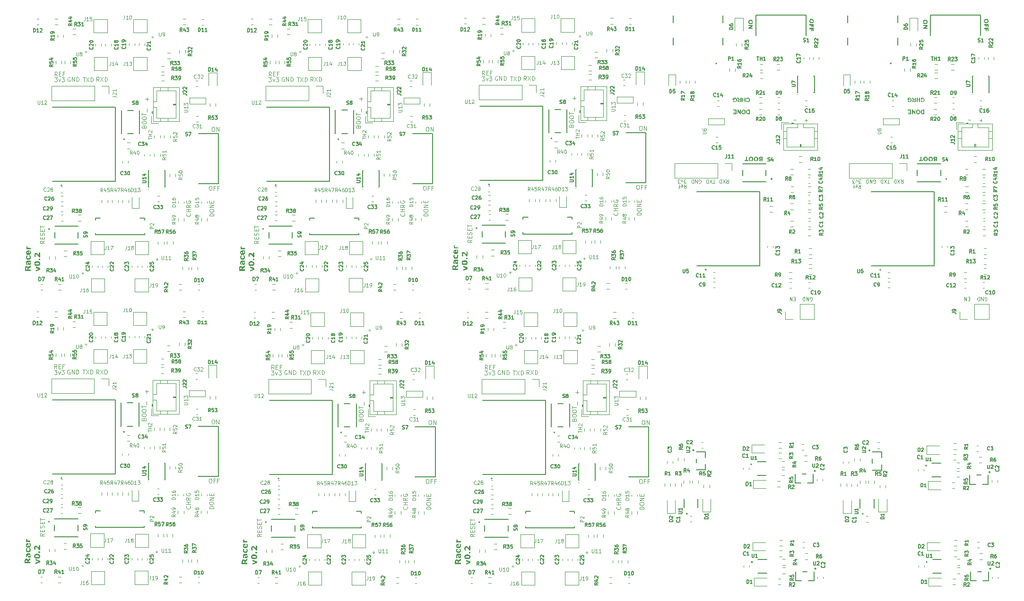
<source format=gbr>
%TF.GenerationSoftware,KiCad,Pcbnew,8.0.5*%
%TF.CreationDate,2025-01-24T10:40:51+05:30*%
%TF.ProjectId,racer_panelizatio_version2_,72616365-725f-4706-916e-656c697a6174,rev?*%
%TF.SameCoordinates,Original*%
%TF.FileFunction,Legend,Top*%
%TF.FilePolarity,Positive*%
%FSLAX46Y46*%
G04 Gerber Fmt 4.6, Leading zero omitted, Abs format (unit mm)*
G04 Created by KiCad (PCBNEW 8.0.5) date 2025-01-24 10:40:51*
%MOMM*%
%LPD*%
G01*
G04 APERTURE LIST*
%ADD10C,0.101600*%
%ADD11C,0.150000*%
%ADD12C,0.125000*%
%ADD13C,0.127000*%
%ADD14C,0.120000*%
%ADD15C,0.050000*%
%ADD16C,0.100000*%
%ADD17C,0.200000*%
%ADD18C,0.152400*%
G04 APERTURE END LIST*
D10*
X115334213Y-49432861D02*
X115769642Y-49432861D01*
X115551927Y-50194861D02*
X115551927Y-49432861D01*
X115951070Y-49432861D02*
X116459070Y-50194861D01*
X116459070Y-49432861D02*
X115951070Y-50194861D01*
X116749355Y-50194861D02*
X116749355Y-49432861D01*
X116749355Y-49432861D02*
X116930784Y-49432861D01*
X116930784Y-49432861D02*
X117039641Y-49469147D01*
X117039641Y-49469147D02*
X117112212Y-49541718D01*
X117112212Y-49541718D02*
X117148498Y-49614290D01*
X117148498Y-49614290D02*
X117184784Y-49759433D01*
X117184784Y-49759433D02*
X117184784Y-49868290D01*
X117184784Y-49868290D02*
X117148498Y-50013433D01*
X117148498Y-50013433D02*
X117112212Y-50086004D01*
X117112212Y-50086004D02*
X117039641Y-50158576D01*
X117039641Y-50158576D02*
X116930784Y-50194861D01*
X116930784Y-50194861D02*
X116749355Y-50194861D01*
X74857413Y-49595347D02*
X74784842Y-49559061D01*
X74784842Y-49559061D02*
X74675984Y-49559061D01*
X74675984Y-49559061D02*
X74567127Y-49595347D01*
X74567127Y-49595347D02*
X74494556Y-49667918D01*
X74494556Y-49667918D02*
X74458270Y-49740490D01*
X74458270Y-49740490D02*
X74421984Y-49885633D01*
X74421984Y-49885633D02*
X74421984Y-49994490D01*
X74421984Y-49994490D02*
X74458270Y-50139633D01*
X74458270Y-50139633D02*
X74494556Y-50212204D01*
X74494556Y-50212204D02*
X74567127Y-50284776D01*
X74567127Y-50284776D02*
X74675984Y-50321061D01*
X74675984Y-50321061D02*
X74748556Y-50321061D01*
X74748556Y-50321061D02*
X74857413Y-50284776D01*
X74857413Y-50284776D02*
X74893699Y-50248490D01*
X74893699Y-50248490D02*
X74893699Y-49994490D01*
X74893699Y-49994490D02*
X74748556Y-49994490D01*
X75220270Y-50321061D02*
X75220270Y-49559061D01*
X75220270Y-49559061D02*
X75655699Y-50321061D01*
X75655699Y-50321061D02*
X75655699Y-49559061D01*
X76018556Y-50321061D02*
X76018556Y-49559061D01*
X76018556Y-49559061D02*
X76199985Y-49559061D01*
X76199985Y-49559061D02*
X76308842Y-49595347D01*
X76308842Y-49595347D02*
X76381413Y-49667918D01*
X76381413Y-49667918D02*
X76417699Y-49740490D01*
X76417699Y-49740490D02*
X76453985Y-49885633D01*
X76453985Y-49885633D02*
X76453985Y-49994490D01*
X76453985Y-49994490D02*
X76417699Y-50139633D01*
X76417699Y-50139633D02*
X76381413Y-50212204D01*
X76381413Y-50212204D02*
X76308842Y-50284776D01*
X76308842Y-50284776D02*
X76199985Y-50321061D01*
X76199985Y-50321061D02*
X76018556Y-50321061D01*
G36*
X160533515Y-64631570D02*
G01*
X160230895Y-64631570D01*
X160192108Y-64631267D01*
X160153690Y-64630179D01*
X160114534Y-64627708D01*
X160092986Y-64625242D01*
X160054894Y-64616820D01*
X160019843Y-64603831D01*
X160006443Y-64597511D01*
X159973960Y-64576544D01*
X159947497Y-64548330D01*
X159940187Y-64536838D01*
X159925301Y-64501515D01*
X159918752Y-64461989D01*
X159918412Y-64449923D01*
X159921952Y-64412587D01*
X159922693Y-64410281D01*
X160124066Y-64410281D01*
X160132572Y-64446922D01*
X160133744Y-64449365D01*
X160160675Y-64475369D01*
X160167989Y-64478585D01*
X160205135Y-64486682D01*
X160222706Y-64487704D01*
X160262069Y-64488402D01*
X160300263Y-64488620D01*
X160314646Y-64488635D01*
X160333444Y-64488635D01*
X160333444Y-64321878D01*
X160301990Y-64321878D01*
X160263009Y-64322163D01*
X160225088Y-64323186D01*
X160220845Y-64323367D01*
X160182968Y-64328691D01*
X160167989Y-64333975D01*
X160137804Y-64356274D01*
X160132442Y-64365428D01*
X160124271Y-64402463D01*
X160124066Y-64410281D01*
X159922693Y-64410281D01*
X159933891Y-64375418D01*
X159948376Y-64349981D01*
X159974164Y-64320267D01*
X160003873Y-64297719D01*
X160032499Y-64282608D01*
X160032499Y-64278513D01*
X159996242Y-64269056D01*
X159960208Y-64253607D01*
X159926075Y-64230466D01*
X159911339Y-64216538D01*
X159887686Y-64184299D01*
X159872793Y-64146207D01*
X159866880Y-64106921D01*
X159866616Y-64097425D01*
X160074933Y-64097425D01*
X160080050Y-64134838D01*
X160089449Y-64153631D01*
X160120434Y-64176895D01*
X160138211Y-64183223D01*
X160176848Y-64189208D01*
X160203164Y-64190296D01*
X160242717Y-64190697D01*
X160281109Y-64190849D01*
X160289521Y-64190854D01*
X160333444Y-64190854D01*
X160333444Y-64000274D01*
X160318741Y-64000274D01*
X160279401Y-64000309D01*
X160238667Y-64000451D01*
X160199733Y-64000798D01*
X160197395Y-64000833D01*
X160160067Y-64004893D01*
X160129836Y-64014233D01*
X160097214Y-64034695D01*
X160086844Y-64048291D01*
X160075677Y-64083955D01*
X160074933Y-64097425D01*
X159866616Y-64097425D01*
X159866486Y-64092773D01*
X159869705Y-64052572D01*
X159879363Y-64015722D01*
X159889378Y-63993016D01*
X159910652Y-63959907D01*
X159937578Y-63931650D01*
X159951912Y-63920246D01*
X159984616Y-63899140D01*
X160019519Y-63882652D01*
X160053157Y-63871670D01*
X160090576Y-63864113D01*
X160129164Y-63859705D01*
X160167369Y-63857689D01*
X160193114Y-63857340D01*
X160533515Y-63857340D01*
X160533515Y-64631570D01*
G37*
G36*
X159411009Y-63847112D02*
G01*
X159454199Y-63852163D01*
X159494853Y-63860582D01*
X159532971Y-63872368D01*
X159568554Y-63887522D01*
X159601601Y-63906043D01*
X159632111Y-63927932D01*
X159660087Y-63953188D01*
X159685081Y-63981308D01*
X159706743Y-64011790D01*
X159725072Y-64044633D01*
X159740069Y-64079838D01*
X159751733Y-64117403D01*
X159760064Y-64157330D01*
X159765063Y-64199619D01*
X159766729Y-64244269D01*
X159765063Y-64289215D01*
X159760064Y-64331742D01*
X159751733Y-64371849D01*
X159740069Y-64409537D01*
X159725072Y-64444805D01*
X159706743Y-64477654D01*
X159685081Y-64508084D01*
X159660087Y-64536094D01*
X159632111Y-64561263D01*
X159601601Y-64583076D01*
X159568554Y-64601533D01*
X159532971Y-64616634D01*
X159494853Y-64628380D01*
X159454199Y-64636769D01*
X159411009Y-64641803D01*
X159365284Y-64643481D01*
X159319683Y-64641803D01*
X159276589Y-64636769D01*
X159236002Y-64628380D01*
X159197921Y-64616634D01*
X159162348Y-64601533D01*
X159129281Y-64583076D01*
X159098720Y-64561263D01*
X159070667Y-64536094D01*
X159045498Y-64508084D01*
X159023685Y-64477654D01*
X159005227Y-64444805D01*
X158990126Y-64409537D01*
X158978381Y-64371849D01*
X158969991Y-64331742D01*
X158964957Y-64289215D01*
X158963293Y-64244641D01*
X159172098Y-64244641D01*
X159173379Y-64282041D01*
X159177806Y-64319729D01*
X159186329Y-64356483D01*
X159188290Y-64362636D01*
X159203105Y-64399184D01*
X159222769Y-64431672D01*
X159230724Y-64441548D01*
X159259432Y-64468349D01*
X159292327Y-64486588D01*
X159330093Y-64497479D01*
X159364725Y-64500546D01*
X159401808Y-64497150D01*
X159436751Y-64486960D01*
X159471020Y-64467732D01*
X159498727Y-64442479D01*
X159521202Y-64410527D01*
X159537240Y-64374897D01*
X159541533Y-64362450D01*
X159550857Y-64325478D01*
X159555975Y-64288546D01*
X159557895Y-64248452D01*
X159557911Y-64244269D01*
X159556347Y-64203211D01*
X159551658Y-64166116D01*
X159542890Y-64129887D01*
X159541905Y-64126831D01*
X159527241Y-64090464D01*
X159507740Y-64057894D01*
X159499843Y-64047919D01*
X159471414Y-64021398D01*
X159438612Y-64002880D01*
X159402553Y-63991992D01*
X159364725Y-63988363D01*
X159326944Y-63992039D01*
X159291024Y-64003066D01*
X159258082Y-64022003D01*
X159229607Y-64049036D01*
X159208354Y-64079705D01*
X159192077Y-64114551D01*
X159186243Y-64132042D01*
X159177623Y-64170385D01*
X159173217Y-64209624D01*
X159172098Y-64244641D01*
X158963293Y-64244641D01*
X158963279Y-64244269D01*
X158964949Y-64199619D01*
X158969956Y-64157330D01*
X158978302Y-64117403D01*
X158989987Y-64079838D01*
X159005009Y-64044633D01*
X159023371Y-64011790D01*
X159045070Y-63981308D01*
X159070108Y-63953188D01*
X159098048Y-63927932D01*
X159128548Y-63906043D01*
X159161606Y-63887522D01*
X159197223Y-63872368D01*
X159235400Y-63860582D01*
X159276135Y-63852163D01*
X159319430Y-63847112D01*
X159365284Y-63845428D01*
X159411009Y-63847112D01*
G37*
G36*
X158504266Y-63847112D02*
G01*
X158547456Y-63852163D01*
X158588110Y-63860582D01*
X158626229Y-63872368D01*
X158661811Y-63887522D01*
X158694858Y-63906043D01*
X158725369Y-63927932D01*
X158753344Y-63953188D01*
X158778338Y-63981308D01*
X158800000Y-64011790D01*
X158818329Y-64044633D01*
X158833326Y-64079838D01*
X158844990Y-64117403D01*
X158853321Y-64157330D01*
X158858320Y-64199619D01*
X158859987Y-64244269D01*
X158858320Y-64289215D01*
X158853321Y-64331742D01*
X158844990Y-64371849D01*
X158833326Y-64409537D01*
X158818329Y-64444805D01*
X158800000Y-64477654D01*
X158778338Y-64508084D01*
X158753344Y-64536094D01*
X158725369Y-64561263D01*
X158694858Y-64583076D01*
X158661811Y-64601533D01*
X158626229Y-64616634D01*
X158588110Y-64628380D01*
X158547456Y-64636769D01*
X158504266Y-64641803D01*
X158458541Y-64643481D01*
X158412940Y-64641803D01*
X158369846Y-64636769D01*
X158329259Y-64628380D01*
X158291179Y-64616634D01*
X158255605Y-64601533D01*
X158222538Y-64583076D01*
X158191977Y-64561263D01*
X158163924Y-64536094D01*
X158138755Y-64508084D01*
X158116942Y-64477654D01*
X158098485Y-64444805D01*
X158083383Y-64409537D01*
X158071638Y-64371849D01*
X158063248Y-64331742D01*
X158058214Y-64289215D01*
X158056551Y-64244641D01*
X158265355Y-64244641D01*
X158266636Y-64282041D01*
X158271064Y-64319729D01*
X158279587Y-64356483D01*
X158281547Y-64362636D01*
X158296362Y-64399184D01*
X158316026Y-64431672D01*
X158323981Y-64441548D01*
X158352689Y-64468349D01*
X158385584Y-64486588D01*
X158423351Y-64497479D01*
X158457982Y-64500546D01*
X158495065Y-64497150D01*
X158530008Y-64486960D01*
X158564277Y-64467732D01*
X158591984Y-64442479D01*
X158614459Y-64410527D01*
X158630498Y-64374897D01*
X158634790Y-64362450D01*
X158644114Y-64325478D01*
X158649232Y-64288546D01*
X158651152Y-64248452D01*
X158651168Y-64244269D01*
X158649605Y-64203211D01*
X158644916Y-64166116D01*
X158636147Y-64129887D01*
X158635162Y-64126831D01*
X158620499Y-64090464D01*
X158600998Y-64057894D01*
X158593100Y-64047919D01*
X158564672Y-64021398D01*
X158531869Y-64002880D01*
X158495810Y-63991992D01*
X158457982Y-63988363D01*
X158420201Y-63992039D01*
X158384282Y-64003066D01*
X158351340Y-64022003D01*
X158322864Y-64049036D01*
X158301611Y-64079705D01*
X158285334Y-64114551D01*
X158279500Y-64132042D01*
X158270881Y-64170385D01*
X158266474Y-64209624D01*
X158265355Y-64244641D01*
X158056551Y-64244641D01*
X158056537Y-64244269D01*
X158058206Y-64199619D01*
X158063213Y-64157330D01*
X158071559Y-64117403D01*
X158083244Y-64079838D01*
X158098267Y-64044633D01*
X158116628Y-64011790D01*
X158138327Y-63981308D01*
X158163365Y-63953188D01*
X158191306Y-63927932D01*
X158221805Y-63906043D01*
X158254863Y-63887522D01*
X158290481Y-63872368D01*
X158328657Y-63860582D01*
X158369393Y-63852163D01*
X158412687Y-63847112D01*
X158458541Y-63845428D01*
X158504266Y-63847112D01*
G37*
G36*
X157297940Y-64476724D02*
G01*
X157541376Y-64476724D01*
X157541376Y-63857340D01*
X157742378Y-63857340D01*
X157742378Y-64476724D01*
X157985814Y-64476724D01*
X157985814Y-64631570D01*
X157297940Y-64631570D01*
X157297940Y-64476724D01*
G37*
G36*
X106000000Y-83472358D02*
G01*
X105618840Y-83755746D01*
X105618840Y-83879325D01*
X106000000Y-83879325D01*
X106000000Y-84146087D01*
X104967692Y-84146087D01*
X104967692Y-83782298D01*
X105158272Y-83782298D01*
X105158272Y-83879325D01*
X105428260Y-83879325D01*
X105428260Y-83796939D01*
X105427120Y-83744739D01*
X105423026Y-83694969D01*
X105422305Y-83689490D01*
X105408540Y-83640945D01*
X105394512Y-83617030D01*
X105357854Y-83581456D01*
X105348604Y-83576085D01*
X105298604Y-83563798D01*
X105280859Y-83563181D01*
X105230422Y-83572254D01*
X105216339Y-83579311D01*
X105182188Y-83616254D01*
X105173658Y-83634400D01*
X105161888Y-83684655D01*
X105160754Y-83697927D01*
X105158621Y-83747867D01*
X105158272Y-83782298D01*
X104967692Y-83782298D01*
X104967692Y-83696686D01*
X104968517Y-83646822D01*
X104971367Y-83596251D01*
X104976853Y-83546502D01*
X104978115Y-83538118D01*
X104989200Y-83489612D01*
X105009006Y-83439742D01*
X105023030Y-83414042D01*
X105051761Y-83373353D01*
X105089345Y-83336992D01*
X105112364Y-83320738D01*
X105157439Y-83299719D01*
X105210399Y-83288401D01*
X105250088Y-83286245D01*
X105304417Y-83289579D01*
X105353505Y-83299583D01*
X105402462Y-83318808D01*
X105435953Y-83339597D01*
X105474389Y-83373220D01*
X105509017Y-83414066D01*
X105536600Y-83456437D01*
X105555313Y-83491962D01*
X106000000Y-83145047D01*
X106000000Y-83472358D01*
G37*
G36*
X106000000Y-82572563D02*
G01*
X105916869Y-82572563D01*
X105947425Y-82613791D01*
X105954092Y-82622938D01*
X105981311Y-82665790D01*
X105988088Y-82679268D01*
X106009472Y-82726649D01*
X106019603Y-82756195D01*
X106029756Y-82806055D01*
X106031763Y-82843296D01*
X106027420Y-82896865D01*
X106014392Y-82945906D01*
X105989354Y-82995664D01*
X105962281Y-83030401D01*
X105925011Y-83063405D01*
X105877337Y-83089263D01*
X105823577Y-83103187D01*
X105784357Y-83105839D01*
X105733331Y-83102107D01*
X105684367Y-83089381D01*
X105642911Y-83067624D01*
X105605060Y-83034275D01*
X105573770Y-82991922D01*
X105556554Y-82958686D01*
X105538520Y-82911702D01*
X105524120Y-82858223D01*
X105514268Y-82804540D01*
X105511639Y-82785477D01*
X105505373Y-82733380D01*
X105499976Y-82680323D01*
X105495447Y-82626303D01*
X105491870Y-82572563D01*
X105634722Y-82572563D01*
X105639385Y-82622163D01*
X105645017Y-82671900D01*
X105646385Y-82682990D01*
X105653909Y-82732321D01*
X105663755Y-82773069D01*
X105686875Y-82818060D01*
X105698993Y-82830640D01*
X105745756Y-82849794D01*
X105759293Y-82850492D01*
X105799742Y-82846273D01*
X105829520Y-82825429D01*
X105850365Y-82786965D01*
X105856744Y-82736772D01*
X105857065Y-82717235D01*
X105850332Y-82667302D01*
X105841431Y-82640805D01*
X105818109Y-82595886D01*
X105800486Y-82572563D01*
X105634722Y-82572563D01*
X105491870Y-82572563D01*
X105491787Y-82571322D01*
X105487320Y-82571322D01*
X105437951Y-82580087D01*
X105398595Y-82611980D01*
X105391286Y-82624427D01*
X105374094Y-82675686D01*
X105366834Y-82726431D01*
X105364734Y-82780514D01*
X105368870Y-82832472D01*
X105380031Y-82882833D01*
X105389797Y-82913274D01*
X105406954Y-82960512D01*
X105425645Y-83008197D01*
X105428260Y-83014272D01*
X105428260Y-83037350D01*
X105230732Y-83037350D01*
X105218821Y-82985176D01*
X105209480Y-82934840D01*
X105204925Y-82908063D01*
X105197727Y-82857514D01*
X105192885Y-82806925D01*
X105190399Y-82756297D01*
X105190036Y-82728154D01*
X105191071Y-82676472D01*
X105195276Y-82617094D01*
X105202717Y-82563520D01*
X105215917Y-82506892D01*
X105233775Y-82458622D01*
X105256292Y-82418710D01*
X105294135Y-82377020D01*
X105341407Y-82347242D01*
X105390506Y-82330957D01*
X105446825Y-82323792D01*
X105464242Y-82323420D01*
X106000000Y-82323420D01*
X106000000Y-82572563D01*
G37*
G36*
X106031763Y-81688898D02*
G01*
X106030196Y-81739149D01*
X106024689Y-81793011D01*
X106015217Y-81844047D01*
X106006700Y-81876500D01*
X105988549Y-81927255D01*
X105965115Y-81973744D01*
X105936398Y-82015969D01*
X105930021Y-82023902D01*
X105894965Y-82059961D01*
X105854626Y-82090592D01*
X105809004Y-82115795D01*
X105799246Y-82120184D01*
X105747284Y-82138243D01*
X105696002Y-82148777D01*
X105640441Y-82153894D01*
X105614373Y-82154429D01*
X105560556Y-82152149D01*
X105510522Y-82145310D01*
X105458758Y-82132165D01*
X105421808Y-82117951D01*
X105373807Y-82092162D01*
X105331233Y-82060702D01*
X105294088Y-82023571D01*
X105287311Y-82015465D01*
X105258468Y-81973870D01*
X105234908Y-81928496D01*
X105216631Y-81879341D01*
X105213610Y-81869056D01*
X105201178Y-81816493D01*
X105193351Y-81762719D01*
X105190128Y-81707734D01*
X105190036Y-81696591D01*
X105192059Y-81642952D01*
X105198129Y-81592246D01*
X105207158Y-81548693D01*
X105221279Y-81499176D01*
X105238332Y-81452240D01*
X105251329Y-81422385D01*
X105460024Y-81422385D01*
X105460024Y-81457870D01*
X105436201Y-81493108D01*
X105412075Y-81538183D01*
X105409649Y-81543730D01*
X105392601Y-81592040D01*
X105388804Y-81606761D01*
X105381583Y-81656297D01*
X105380615Y-81686169D01*
X105385601Y-81739030D01*
X105402836Y-81789154D01*
X105432381Y-81830216D01*
X105443646Y-81840767D01*
X105487295Y-81869294D01*
X105534121Y-81885935D01*
X105588093Y-81894018D01*
X105614373Y-81894864D01*
X105666733Y-81891405D01*
X105717629Y-81879246D01*
X105764235Y-81855468D01*
X105783612Y-81839526D01*
X105813972Y-81800253D01*
X105833087Y-81751917D01*
X105840677Y-81700665D01*
X105841183Y-81681950D01*
X105838356Y-81631612D01*
X105832250Y-81596586D01*
X105817741Y-81548446D01*
X105811157Y-81533308D01*
X105786838Y-81491619D01*
X105761775Y-81457870D01*
X105761775Y-81422385D01*
X105972207Y-81422385D01*
X105992542Y-81471432D01*
X106009192Y-81522200D01*
X106015633Y-81546212D01*
X106025462Y-81596520D01*
X106030487Y-81646009D01*
X106031763Y-81688898D01*
G37*
G36*
X105650603Y-81063807D02*
G01*
X105703266Y-81055944D01*
X105753032Y-81036296D01*
X105793589Y-81005161D01*
X105803960Y-80993580D01*
X105831965Y-80947294D01*
X105848300Y-80895443D01*
X105855768Y-80841245D01*
X105857065Y-80803497D01*
X105853487Y-80749319D01*
X105842755Y-80696315D01*
X105826790Y-80649147D01*
X105805449Y-80601519D01*
X105780963Y-80558056D01*
X105761775Y-80531275D01*
X105761775Y-80503234D01*
X105966003Y-80503234D01*
X105984014Y-80550346D01*
X106000434Y-80600897D01*
X106013074Y-80649558D01*
X106016129Y-80663788D01*
X106025030Y-80717528D01*
X106029915Y-80769640D01*
X106031748Y-80824853D01*
X106031763Y-80830545D01*
X106030080Y-80887817D01*
X106025032Y-80941639D01*
X106016618Y-80992010D01*
X106001368Y-81050120D01*
X105980859Y-81102839D01*
X105955091Y-81150166D01*
X105924065Y-81192101D01*
X105888180Y-81228274D01*
X105847837Y-81258316D01*
X105803034Y-81282227D01*
X105753772Y-81300007D01*
X105700051Y-81311657D01*
X105641871Y-81317174D01*
X105617351Y-81317665D01*
X105557778Y-81314763D01*
X105502203Y-81306057D01*
X105450627Y-81291547D01*
X105403050Y-81271234D01*
X105359471Y-81245116D01*
X105319890Y-81213194D01*
X105305177Y-81198801D01*
X105272007Y-81159427D01*
X105244458Y-81115753D01*
X105222532Y-81067776D01*
X105206227Y-81015499D01*
X105195545Y-80958920D01*
X105190485Y-80898039D01*
X105190393Y-80892831D01*
X105364734Y-80892831D01*
X105369514Y-80943582D01*
X105387177Y-80993705D01*
X105398730Y-81012191D01*
X105436314Y-81045175D01*
X105485249Y-81061768D01*
X105507668Y-81064551D01*
X105507668Y-80738481D01*
X105455659Y-80745910D01*
X105410203Y-80768934D01*
X105400715Y-80777689D01*
X105374889Y-80821404D01*
X105365296Y-80873933D01*
X105364734Y-80892831D01*
X105190393Y-80892831D01*
X105190036Y-80872483D01*
X105192386Y-80815014D01*
X105199438Y-80762186D01*
X105214106Y-80704919D01*
X105235544Y-80654334D01*
X105263752Y-80610431D01*
X105286318Y-80584876D01*
X105325306Y-80552155D01*
X105370243Y-80526204D01*
X105421131Y-80507022D01*
X105477968Y-80494611D01*
X105529877Y-80489440D01*
X105563006Y-80488593D01*
X105650603Y-80488593D01*
X105650603Y-81063807D01*
G37*
G36*
X105475905Y-79748360D02*
G01*
X105475905Y-79770693D01*
X105464246Y-79820343D01*
X105463994Y-79822557D01*
X105460163Y-79872358D01*
X105460024Y-79881617D01*
X105461761Y-79932301D01*
X105466972Y-79976658D01*
X105478252Y-80027762D01*
X105489802Y-80065248D01*
X106000000Y-80065248D01*
X106000000Y-80316625D01*
X105221799Y-80316625D01*
X105221799Y-80065248D01*
X105336941Y-80065248D01*
X105304417Y-80025048D01*
X105275207Y-79983085D01*
X105250115Y-79936489D01*
X105243884Y-79920824D01*
X105229585Y-79872460D01*
X105222144Y-79820727D01*
X105221799Y-79807668D01*
X105222543Y-79777890D01*
X105224777Y-79748360D01*
X105475905Y-79748360D01*
G37*
G36*
X106928679Y-83370616D02*
G01*
X107706880Y-83672864D01*
X107706880Y-83957741D01*
X106928679Y-84257755D01*
X106928679Y-83991737D01*
X107463692Y-83810339D01*
X106928679Y-83630926D01*
X106928679Y-83370616D01*
G37*
G36*
X107245142Y-82417616D02*
G01*
X107297713Y-82421036D01*
X107347696Y-82426736D01*
X107401649Y-82436042D01*
X107421010Y-82440299D01*
X107469709Y-82453761D01*
X107519009Y-82472910D01*
X107566972Y-82499160D01*
X107588263Y-82514248D01*
X107626654Y-82549367D01*
X107658696Y-82590205D01*
X107684388Y-82636763D01*
X107688764Y-82646760D01*
X107705198Y-82695249D01*
X107716254Y-82749704D01*
X107721566Y-82803119D01*
X107722761Y-82846273D01*
X107720621Y-82902449D01*
X107714200Y-82954343D01*
X107701860Y-83007608D01*
X107688516Y-83045290D01*
X107663759Y-83093704D01*
X107632605Y-83135962D01*
X107595053Y-83172065D01*
X107586775Y-83178547D01*
X107541569Y-83208020D01*
X107495456Y-83229780D01*
X107444200Y-83247025D01*
X107419769Y-83253241D01*
X107367952Y-83263337D01*
X107312506Y-83270549D01*
X107261013Y-83274493D01*
X107206742Y-83276229D01*
X107190726Y-83276319D01*
X107134112Y-83275191D01*
X107080871Y-83271806D01*
X107031002Y-83266166D01*
X106978138Y-83256957D01*
X106959449Y-83252744D01*
X106906569Y-83237146D01*
X106858477Y-83217150D01*
X106815176Y-83192758D01*
X106793189Y-83177307D01*
X106754454Y-83141935D01*
X106722310Y-83100651D01*
X106696759Y-83053454D01*
X106692439Y-83043305D01*
X106676125Y-82994411D01*
X106665150Y-82940414D01*
X106659877Y-82888131D01*
X106658698Y-82846522D01*
X106849271Y-82846522D01*
X106858507Y-82899774D01*
X106886217Y-82941473D01*
X106927438Y-82969356D01*
X106979926Y-82987230D01*
X107032530Y-82997087D01*
X107085822Y-83002720D01*
X107136017Y-83005428D01*
X107191470Y-83006331D01*
X107245537Y-83005410D01*
X107303906Y-83001874D01*
X107355175Y-82995685D01*
X107406012Y-82985114D01*
X107452277Y-82968612D01*
X107494414Y-82940482D01*
X107522740Y-82899014D01*
X107532181Y-82846522D01*
X107522740Y-82793888D01*
X107494414Y-82752338D01*
X107452277Y-82724183D01*
X107399224Y-82705950D01*
X107346751Y-82695894D01*
X107293967Y-82690148D01*
X107233978Y-82687054D01*
X107189982Y-82686464D01*
X107134957Y-82687367D01*
X107085118Y-82690075D01*
X107032158Y-82695708D01*
X106979809Y-82705565D01*
X106932427Y-82721164D01*
X106927438Y-82723439D01*
X106886217Y-82751346D01*
X106858507Y-82793128D01*
X106849271Y-82846522D01*
X106658698Y-82846522D01*
X106658691Y-82846273D01*
X106660353Y-82795990D01*
X106666324Y-82743003D01*
X106678233Y-82689101D01*
X106693432Y-82646264D01*
X106718334Y-82598432D01*
X106749925Y-82556367D01*
X106788204Y-82520071D01*
X106796663Y-82513503D01*
X106841747Y-82484423D01*
X106887543Y-82462892D01*
X106938287Y-82445758D01*
X106962427Y-82439554D01*
X107013593Y-82429458D01*
X107068574Y-82422246D01*
X107119812Y-82418302D01*
X107173971Y-82416567D01*
X107189982Y-82416476D01*
X107245142Y-82417616D01*
G37*
G36*
X107706880Y-81955164D02*
G01*
X107706880Y-82216219D01*
X107436892Y-82216219D01*
X107436892Y-81955164D01*
X107706880Y-81955164D01*
G37*
G36*
X107706880Y-80885883D02*
G01*
X107706880Y-81701802D01*
X107527715Y-81701802D01*
X107498770Y-81660861D01*
X107469042Y-81619896D01*
X107438529Y-81578907D01*
X107407234Y-81537895D01*
X107388998Y-81514448D01*
X107357740Y-81475095D01*
X107324430Y-81434511D01*
X107290033Y-81394452D01*
X107262193Y-81363821D01*
X107224009Y-81324691D01*
X107184092Y-81287973D01*
X107143516Y-81256247D01*
X107124718Y-81243964D01*
X107077220Y-81220828D01*
X107026710Y-81209103D01*
X107008831Y-81208230D01*
X106958023Y-81215766D01*
X106915031Y-81240736D01*
X106902623Y-81253890D01*
X106878362Y-81297623D01*
X106866945Y-81349770D01*
X106865152Y-81385410D01*
X106869575Y-81438736D01*
X106881510Y-81489923D01*
X106891952Y-81520652D01*
X106912137Y-81568101D01*
X106935840Y-81613205D01*
X106960442Y-81652172D01*
X106960442Y-81674506D01*
X106724947Y-81674506D01*
X106707003Y-81626441D01*
X106691819Y-81573679D01*
X106680776Y-81528345D01*
X106670100Y-81473887D01*
X106662918Y-81419390D01*
X106659230Y-81364854D01*
X106658691Y-81334539D01*
X106660648Y-81275775D01*
X106666518Y-81221543D01*
X106676302Y-81171843D01*
X106693210Y-81118184D01*
X106715753Y-81071051D01*
X106738843Y-81036758D01*
X106777105Y-80996728D01*
X106821754Y-80966530D01*
X106872792Y-80946163D01*
X106921623Y-80936532D01*
X106965901Y-80934024D01*
X107019314Y-80937910D01*
X107071236Y-80949570D01*
X107121665Y-80969003D01*
X107149037Y-80983158D01*
X107192680Y-81010982D01*
X107237006Y-81045320D01*
X107276351Y-81080709D01*
X107316219Y-81121085D01*
X107327705Y-81133537D01*
X107362635Y-81173314D01*
X107395772Y-81213236D01*
X107427116Y-81253304D01*
X107433169Y-81261335D01*
X107465192Y-81304187D01*
X107495188Y-81345256D01*
X107500418Y-81352654D01*
X107500418Y-80885883D01*
X107706880Y-80885883D01*
G37*
X88922329Y-53475424D02*
X88341758Y-53475424D01*
X88632043Y-53185138D02*
X88632043Y-53765709D01*
X31925261Y-78932500D02*
X31562404Y-79186500D01*
X31925261Y-79367929D02*
X31163261Y-79367929D01*
X31163261Y-79367929D02*
X31163261Y-79077643D01*
X31163261Y-79077643D02*
X31199547Y-79005072D01*
X31199547Y-79005072D02*
X31235833Y-78968786D01*
X31235833Y-78968786D02*
X31308404Y-78932500D01*
X31308404Y-78932500D02*
X31417261Y-78932500D01*
X31417261Y-78932500D02*
X31489833Y-78968786D01*
X31489833Y-78968786D02*
X31526118Y-79005072D01*
X31526118Y-79005072D02*
X31562404Y-79077643D01*
X31562404Y-79077643D02*
X31562404Y-79367929D01*
X31526118Y-78605929D02*
X31526118Y-78351929D01*
X31925261Y-78243072D02*
X31925261Y-78605929D01*
X31925261Y-78605929D02*
X31163261Y-78605929D01*
X31163261Y-78605929D02*
X31163261Y-78243072D01*
X31888976Y-77952786D02*
X31925261Y-77843929D01*
X31925261Y-77843929D02*
X31925261Y-77662500D01*
X31925261Y-77662500D02*
X31888976Y-77589929D01*
X31888976Y-77589929D02*
X31852690Y-77553643D01*
X31852690Y-77553643D02*
X31780118Y-77517357D01*
X31780118Y-77517357D02*
X31707547Y-77517357D01*
X31707547Y-77517357D02*
X31634976Y-77553643D01*
X31634976Y-77553643D02*
X31598690Y-77589929D01*
X31598690Y-77589929D02*
X31562404Y-77662500D01*
X31562404Y-77662500D02*
X31526118Y-77807643D01*
X31526118Y-77807643D02*
X31489833Y-77880214D01*
X31489833Y-77880214D02*
X31453547Y-77916500D01*
X31453547Y-77916500D02*
X31380976Y-77952786D01*
X31380976Y-77952786D02*
X31308404Y-77952786D01*
X31308404Y-77952786D02*
X31235833Y-77916500D01*
X31235833Y-77916500D02*
X31199547Y-77880214D01*
X31199547Y-77880214D02*
X31163261Y-77807643D01*
X31163261Y-77807643D02*
X31163261Y-77626214D01*
X31163261Y-77626214D02*
X31199547Y-77517357D01*
X31526118Y-77190786D02*
X31526118Y-76936786D01*
X31925261Y-76827929D02*
X31925261Y-77190786D01*
X31925261Y-77190786D02*
X31163261Y-77190786D01*
X31163261Y-77190786D02*
X31163261Y-76827929D01*
X31163261Y-76610214D02*
X31163261Y-76174786D01*
X31925261Y-76392500D02*
X31163261Y-76392500D01*
G36*
X68299114Y-136217358D02*
G01*
X67917954Y-136500746D01*
X67917954Y-136624325D01*
X68299114Y-136624325D01*
X68299114Y-136891087D01*
X67266806Y-136891087D01*
X67266806Y-136527298D01*
X67457386Y-136527298D01*
X67457386Y-136624325D01*
X67727374Y-136624325D01*
X67727374Y-136541939D01*
X67726234Y-136489739D01*
X67722140Y-136439969D01*
X67721419Y-136434490D01*
X67707654Y-136385945D01*
X67693626Y-136362030D01*
X67656968Y-136326456D01*
X67647718Y-136321085D01*
X67597718Y-136308798D01*
X67579973Y-136308181D01*
X67529536Y-136317254D01*
X67515453Y-136324311D01*
X67481302Y-136361254D01*
X67472772Y-136379400D01*
X67461002Y-136429655D01*
X67459868Y-136442927D01*
X67457735Y-136492867D01*
X67457386Y-136527298D01*
X67266806Y-136527298D01*
X67266806Y-136441686D01*
X67267631Y-136391822D01*
X67270481Y-136341251D01*
X67275967Y-136291502D01*
X67277229Y-136283118D01*
X67288314Y-136234612D01*
X67308120Y-136184742D01*
X67322144Y-136159042D01*
X67350875Y-136118353D01*
X67388459Y-136081992D01*
X67411478Y-136065738D01*
X67456553Y-136044719D01*
X67509513Y-136033401D01*
X67549202Y-136031245D01*
X67603531Y-136034579D01*
X67652619Y-136044583D01*
X67701576Y-136063808D01*
X67735067Y-136084597D01*
X67773503Y-136118220D01*
X67808131Y-136159066D01*
X67835714Y-136201437D01*
X67854427Y-136236962D01*
X68299114Y-135890047D01*
X68299114Y-136217358D01*
G37*
G36*
X68299114Y-135317563D02*
G01*
X68215983Y-135317563D01*
X68246539Y-135358791D01*
X68253206Y-135367938D01*
X68280425Y-135410790D01*
X68287202Y-135424268D01*
X68308586Y-135471649D01*
X68318717Y-135501195D01*
X68328870Y-135551055D01*
X68330877Y-135588296D01*
X68326534Y-135641865D01*
X68313506Y-135690906D01*
X68288468Y-135740664D01*
X68261395Y-135775401D01*
X68224125Y-135808405D01*
X68176451Y-135834263D01*
X68122691Y-135848187D01*
X68083471Y-135850839D01*
X68032445Y-135847107D01*
X67983481Y-135834381D01*
X67942025Y-135812624D01*
X67904174Y-135779275D01*
X67872884Y-135736922D01*
X67855668Y-135703686D01*
X67837634Y-135656702D01*
X67823234Y-135603223D01*
X67813382Y-135549540D01*
X67810753Y-135530477D01*
X67804487Y-135478380D01*
X67799090Y-135425323D01*
X67794561Y-135371303D01*
X67790984Y-135317563D01*
X67933836Y-135317563D01*
X67938499Y-135367163D01*
X67944131Y-135416900D01*
X67945499Y-135427990D01*
X67953023Y-135477321D01*
X67962869Y-135518069D01*
X67985989Y-135563060D01*
X67998107Y-135575640D01*
X68044870Y-135594794D01*
X68058407Y-135595492D01*
X68098856Y-135591273D01*
X68128634Y-135570429D01*
X68149479Y-135531965D01*
X68155858Y-135481772D01*
X68156179Y-135462235D01*
X68149446Y-135412302D01*
X68140545Y-135385805D01*
X68117223Y-135340886D01*
X68099600Y-135317563D01*
X67933836Y-135317563D01*
X67790984Y-135317563D01*
X67790901Y-135316322D01*
X67786434Y-135316322D01*
X67737065Y-135325087D01*
X67697709Y-135356980D01*
X67690400Y-135369427D01*
X67673208Y-135420686D01*
X67665948Y-135471431D01*
X67663848Y-135525514D01*
X67667984Y-135577472D01*
X67679145Y-135627833D01*
X67688911Y-135658274D01*
X67706068Y-135705512D01*
X67724759Y-135753197D01*
X67727374Y-135759272D01*
X67727374Y-135782350D01*
X67529846Y-135782350D01*
X67517935Y-135730176D01*
X67508594Y-135679840D01*
X67504039Y-135653063D01*
X67496841Y-135602514D01*
X67491999Y-135551925D01*
X67489513Y-135501297D01*
X67489150Y-135473154D01*
X67490185Y-135421472D01*
X67494390Y-135362094D01*
X67501831Y-135308520D01*
X67515031Y-135251892D01*
X67532889Y-135203622D01*
X67555406Y-135163710D01*
X67593249Y-135122020D01*
X67640521Y-135092242D01*
X67689620Y-135075957D01*
X67745939Y-135068792D01*
X67763356Y-135068420D01*
X68299114Y-135068420D01*
X68299114Y-135317563D01*
G37*
G36*
X68330877Y-134433898D02*
G01*
X68329310Y-134484149D01*
X68323803Y-134538011D01*
X68314331Y-134589047D01*
X68305814Y-134621500D01*
X68287663Y-134672255D01*
X68264229Y-134718744D01*
X68235512Y-134760969D01*
X68229135Y-134768902D01*
X68194079Y-134804961D01*
X68153740Y-134835592D01*
X68108118Y-134860795D01*
X68098360Y-134865184D01*
X68046398Y-134883243D01*
X67995116Y-134893777D01*
X67939555Y-134898894D01*
X67913487Y-134899429D01*
X67859670Y-134897149D01*
X67809636Y-134890310D01*
X67757872Y-134877165D01*
X67720922Y-134862951D01*
X67672921Y-134837162D01*
X67630347Y-134805702D01*
X67593202Y-134768571D01*
X67586425Y-134760465D01*
X67557582Y-134718870D01*
X67534022Y-134673496D01*
X67515745Y-134624341D01*
X67512724Y-134614056D01*
X67500292Y-134561493D01*
X67492465Y-134507719D01*
X67489242Y-134452734D01*
X67489150Y-134441591D01*
X67491173Y-134387952D01*
X67497243Y-134337246D01*
X67506272Y-134293693D01*
X67520393Y-134244176D01*
X67537446Y-134197240D01*
X67550443Y-134167385D01*
X67759138Y-134167385D01*
X67759138Y-134202870D01*
X67735315Y-134238108D01*
X67711189Y-134283183D01*
X67708763Y-134288730D01*
X67691715Y-134337040D01*
X67687918Y-134351761D01*
X67680697Y-134401297D01*
X67679729Y-134431169D01*
X67684715Y-134484030D01*
X67701950Y-134534154D01*
X67731495Y-134575216D01*
X67742760Y-134585767D01*
X67786409Y-134614294D01*
X67833235Y-134630935D01*
X67887207Y-134639018D01*
X67913487Y-134639864D01*
X67965847Y-134636405D01*
X68016743Y-134624246D01*
X68063349Y-134600468D01*
X68082726Y-134584526D01*
X68113086Y-134545253D01*
X68132201Y-134496917D01*
X68139791Y-134445665D01*
X68140297Y-134426950D01*
X68137470Y-134376612D01*
X68131364Y-134341586D01*
X68116855Y-134293446D01*
X68110271Y-134278308D01*
X68085952Y-134236619D01*
X68060889Y-134202870D01*
X68060889Y-134167385D01*
X68271321Y-134167385D01*
X68291656Y-134216432D01*
X68308306Y-134267200D01*
X68314747Y-134291212D01*
X68324576Y-134341520D01*
X68329601Y-134391009D01*
X68330877Y-134433898D01*
G37*
G36*
X67949717Y-133808807D02*
G01*
X68002380Y-133800944D01*
X68052146Y-133781296D01*
X68092703Y-133750161D01*
X68103074Y-133738580D01*
X68131079Y-133692294D01*
X68147414Y-133640443D01*
X68154882Y-133586245D01*
X68156179Y-133548497D01*
X68152601Y-133494319D01*
X68141869Y-133441315D01*
X68125904Y-133394147D01*
X68104563Y-133346519D01*
X68080077Y-133303056D01*
X68060889Y-133276275D01*
X68060889Y-133248234D01*
X68265117Y-133248234D01*
X68283128Y-133295346D01*
X68299548Y-133345897D01*
X68312188Y-133394558D01*
X68315243Y-133408788D01*
X68324144Y-133462528D01*
X68329029Y-133514640D01*
X68330862Y-133569853D01*
X68330877Y-133575545D01*
X68329194Y-133632817D01*
X68324146Y-133686639D01*
X68315732Y-133737010D01*
X68300482Y-133795120D01*
X68279973Y-133847839D01*
X68254205Y-133895166D01*
X68223179Y-133937101D01*
X68187294Y-133973274D01*
X68146951Y-134003316D01*
X68102148Y-134027227D01*
X68052886Y-134045007D01*
X67999165Y-134056657D01*
X67940985Y-134062174D01*
X67916465Y-134062665D01*
X67856892Y-134059763D01*
X67801317Y-134051057D01*
X67749741Y-134036547D01*
X67702164Y-134016234D01*
X67658585Y-133990116D01*
X67619004Y-133958194D01*
X67604291Y-133943801D01*
X67571121Y-133904427D01*
X67543572Y-133860753D01*
X67521646Y-133812776D01*
X67505341Y-133760499D01*
X67494659Y-133703920D01*
X67489599Y-133643039D01*
X67489507Y-133637831D01*
X67663848Y-133637831D01*
X67668628Y-133688582D01*
X67686291Y-133738705D01*
X67697844Y-133757191D01*
X67735428Y-133790175D01*
X67784363Y-133806768D01*
X67806782Y-133809551D01*
X67806782Y-133483481D01*
X67754773Y-133490910D01*
X67709317Y-133513934D01*
X67699829Y-133522689D01*
X67674003Y-133566404D01*
X67664410Y-133618933D01*
X67663848Y-133637831D01*
X67489507Y-133637831D01*
X67489150Y-133617483D01*
X67491500Y-133560014D01*
X67498552Y-133507186D01*
X67513220Y-133449919D01*
X67534658Y-133399334D01*
X67562866Y-133355431D01*
X67585432Y-133329876D01*
X67624420Y-133297155D01*
X67669357Y-133271204D01*
X67720245Y-133252022D01*
X67777082Y-133239611D01*
X67828991Y-133234440D01*
X67862120Y-133233593D01*
X67949717Y-133233593D01*
X67949717Y-133808807D01*
G37*
G36*
X67775019Y-132493360D02*
G01*
X67775019Y-132515693D01*
X67763360Y-132565343D01*
X67763108Y-132567557D01*
X67759277Y-132617358D01*
X67759138Y-132626617D01*
X67760875Y-132677301D01*
X67766086Y-132721658D01*
X67777366Y-132772762D01*
X67788916Y-132810248D01*
X68299114Y-132810248D01*
X68299114Y-133061625D01*
X67520913Y-133061625D01*
X67520913Y-132810248D01*
X67636055Y-132810248D01*
X67603531Y-132770048D01*
X67574321Y-132728085D01*
X67549229Y-132681489D01*
X67542998Y-132665824D01*
X67528699Y-132617460D01*
X67521258Y-132565727D01*
X67520913Y-132552668D01*
X67521657Y-132522890D01*
X67523891Y-132493360D01*
X67775019Y-132493360D01*
G37*
G36*
X69227793Y-136115616D02*
G01*
X70005994Y-136417864D01*
X70005994Y-136702741D01*
X69227793Y-137002755D01*
X69227793Y-136736737D01*
X69762806Y-136555339D01*
X69227793Y-136375926D01*
X69227793Y-136115616D01*
G37*
G36*
X69544256Y-135162616D02*
G01*
X69596827Y-135166036D01*
X69646810Y-135171736D01*
X69700763Y-135181042D01*
X69720124Y-135185299D01*
X69768823Y-135198761D01*
X69818123Y-135217910D01*
X69866086Y-135244160D01*
X69887377Y-135259248D01*
X69925768Y-135294367D01*
X69957810Y-135335205D01*
X69983502Y-135381763D01*
X69987878Y-135391760D01*
X70004312Y-135440249D01*
X70015368Y-135494704D01*
X70020680Y-135548119D01*
X70021875Y-135591273D01*
X70019735Y-135647449D01*
X70013314Y-135699343D01*
X70000974Y-135752608D01*
X69987630Y-135790290D01*
X69962873Y-135838704D01*
X69931719Y-135880962D01*
X69894167Y-135917065D01*
X69885889Y-135923547D01*
X69840683Y-135953020D01*
X69794570Y-135974780D01*
X69743314Y-135992025D01*
X69718883Y-135998241D01*
X69667066Y-136008337D01*
X69611620Y-136015549D01*
X69560127Y-136019493D01*
X69505856Y-136021229D01*
X69489840Y-136021319D01*
X69433226Y-136020191D01*
X69379985Y-136016806D01*
X69330116Y-136011166D01*
X69277252Y-136001957D01*
X69258563Y-135997744D01*
X69205683Y-135982146D01*
X69157591Y-135962150D01*
X69114290Y-135937758D01*
X69092303Y-135922307D01*
X69053568Y-135886935D01*
X69021424Y-135845651D01*
X68995873Y-135798454D01*
X68991553Y-135788305D01*
X68975239Y-135739411D01*
X68964264Y-135685414D01*
X68958991Y-135633131D01*
X68957812Y-135591522D01*
X69148385Y-135591522D01*
X69157621Y-135644774D01*
X69185331Y-135686473D01*
X69226552Y-135714356D01*
X69279040Y-135732230D01*
X69331644Y-135742087D01*
X69384936Y-135747720D01*
X69435131Y-135750428D01*
X69490584Y-135751331D01*
X69544651Y-135750410D01*
X69603020Y-135746874D01*
X69654289Y-135740685D01*
X69705126Y-135730114D01*
X69751391Y-135713612D01*
X69793528Y-135685482D01*
X69821854Y-135644014D01*
X69831295Y-135591522D01*
X69821854Y-135538888D01*
X69793528Y-135497338D01*
X69751391Y-135469183D01*
X69698338Y-135450950D01*
X69645865Y-135440894D01*
X69593081Y-135435148D01*
X69533092Y-135432054D01*
X69489096Y-135431464D01*
X69434071Y-135432367D01*
X69384232Y-135435075D01*
X69331272Y-135440708D01*
X69278923Y-135450565D01*
X69231541Y-135466164D01*
X69226552Y-135468439D01*
X69185331Y-135496346D01*
X69157621Y-135538128D01*
X69148385Y-135591522D01*
X68957812Y-135591522D01*
X68957805Y-135591273D01*
X68959467Y-135540990D01*
X68965438Y-135488003D01*
X68977347Y-135434101D01*
X68992546Y-135391264D01*
X69017448Y-135343432D01*
X69049039Y-135301367D01*
X69087318Y-135265071D01*
X69095777Y-135258503D01*
X69140861Y-135229423D01*
X69186657Y-135207892D01*
X69237401Y-135190758D01*
X69261541Y-135184554D01*
X69312707Y-135174458D01*
X69367688Y-135167246D01*
X69418926Y-135163302D01*
X69473085Y-135161567D01*
X69489096Y-135161476D01*
X69544256Y-135162616D01*
G37*
G36*
X70005994Y-134700164D02*
G01*
X70005994Y-134961219D01*
X69736006Y-134961219D01*
X69736006Y-134700164D01*
X70005994Y-134700164D01*
G37*
G36*
X70005994Y-133630883D02*
G01*
X70005994Y-134446802D01*
X69826829Y-134446802D01*
X69797884Y-134405861D01*
X69768156Y-134364896D01*
X69737643Y-134323907D01*
X69706348Y-134282895D01*
X69688112Y-134259448D01*
X69656854Y-134220095D01*
X69623544Y-134179511D01*
X69589147Y-134139452D01*
X69561307Y-134108821D01*
X69523123Y-134069691D01*
X69483206Y-134032973D01*
X69442630Y-134001247D01*
X69423832Y-133988964D01*
X69376334Y-133965828D01*
X69325824Y-133954103D01*
X69307945Y-133953230D01*
X69257137Y-133960766D01*
X69214145Y-133985736D01*
X69201737Y-133998890D01*
X69177476Y-134042623D01*
X69166059Y-134094770D01*
X69164266Y-134130410D01*
X69168689Y-134183736D01*
X69180624Y-134234923D01*
X69191066Y-134265652D01*
X69211251Y-134313101D01*
X69234954Y-134358205D01*
X69259556Y-134397172D01*
X69259556Y-134419506D01*
X69024061Y-134419506D01*
X69006117Y-134371441D01*
X68990933Y-134318679D01*
X68979890Y-134273345D01*
X68969214Y-134218887D01*
X68962032Y-134164390D01*
X68958344Y-134109854D01*
X68957805Y-134079539D01*
X68959762Y-134020775D01*
X68965632Y-133966543D01*
X68975416Y-133916843D01*
X68992324Y-133863184D01*
X69014867Y-133816051D01*
X69037957Y-133781758D01*
X69076219Y-133741728D01*
X69120868Y-133711530D01*
X69171906Y-133691163D01*
X69220737Y-133681532D01*
X69265015Y-133679024D01*
X69318428Y-133682910D01*
X69370350Y-133694570D01*
X69420779Y-133714003D01*
X69448151Y-133728158D01*
X69491794Y-133755982D01*
X69536120Y-133790320D01*
X69575465Y-133825709D01*
X69615333Y-133866085D01*
X69626819Y-133878537D01*
X69661749Y-133918314D01*
X69694886Y-133958236D01*
X69726230Y-133998304D01*
X69732283Y-134006335D01*
X69764306Y-134049187D01*
X69794302Y-134090256D01*
X69799532Y-134097654D01*
X69799532Y-133630883D01*
X70005994Y-133630883D01*
G37*
G36*
X189030052Y-53563320D02*
G01*
X188879859Y-53515675D01*
X188891794Y-53477605D01*
X188905965Y-53442724D01*
X188925922Y-53405078D01*
X188949097Y-53372025D01*
X188975492Y-53343564D01*
X188994877Y-53327143D01*
X189026482Y-53306207D01*
X189061136Y-53289603D01*
X189098839Y-53277331D01*
X189139591Y-53269390D01*
X189183392Y-53265780D01*
X189198670Y-53265540D01*
X189236021Y-53267156D01*
X189280321Y-53273725D01*
X189321967Y-53285346D01*
X189360960Y-53302020D01*
X189397299Y-53323746D01*
X189430985Y-53350526D01*
X189449923Y-53369018D01*
X189478232Y-53403209D01*
X189501744Y-53441108D01*
X189520457Y-53482715D01*
X189531973Y-53518669D01*
X189540418Y-53556997D01*
X189545792Y-53597697D01*
X189548095Y-53640771D01*
X189548191Y-53651910D01*
X189546646Y-53698043D01*
X189542014Y-53741524D01*
X189534293Y-53782352D01*
X189523484Y-53820529D01*
X189509587Y-53856053D01*
X189487872Y-53896729D01*
X189461332Y-53933261D01*
X189449365Y-53946713D01*
X189416906Y-53976953D01*
X189381412Y-54002067D01*
X189342882Y-54022056D01*
X189301317Y-54036920D01*
X189256718Y-54046658D01*
X189218852Y-54050758D01*
X189189179Y-54051681D01*
X189146446Y-54049527D01*
X189106304Y-54043066D01*
X189068751Y-54032297D01*
X189033789Y-54017221D01*
X189001416Y-53997837D01*
X188971633Y-53974146D01*
X188960446Y-53963463D01*
X188935925Y-53934476D01*
X188914662Y-53899813D01*
X188898728Y-53864826D01*
X188885288Y-53825493D01*
X188881906Y-53813456D01*
X189035263Y-53789634D01*
X189048100Y-53828334D01*
X189067931Y-53861007D01*
X189092028Y-53885482D01*
X189123912Y-53905509D01*
X189160194Y-53917222D01*
X189196995Y-53920657D01*
X189237614Y-53916865D01*
X189274232Y-53905489D01*
X189306849Y-53886529D01*
X189335463Y-53859985D01*
X189358669Y-53824937D01*
X189373536Y-53786542D01*
X189382238Y-53747890D01*
X189387211Y-53703938D01*
X189388506Y-53663263D01*
X189387229Y-53620215D01*
X189383398Y-53581221D01*
X189375431Y-53539777D01*
X189363787Y-53504170D01*
X189345554Y-53470005D01*
X189336208Y-53457794D01*
X189308093Y-53431006D01*
X189276047Y-53411871D01*
X189240069Y-53400390D01*
X189200159Y-53396563D01*
X189159724Y-53401313D01*
X189123380Y-53415564D01*
X189093889Y-53436764D01*
X189068542Y-53466396D01*
X189049925Y-53500773D01*
X189036714Y-53537461D01*
X189030052Y-53563320D01*
G37*
G36*
X188750696Y-53265540D02*
G01*
X188750696Y-54039770D01*
X188595850Y-54039770D01*
X188595850Y-53730078D01*
X188292114Y-53730078D01*
X188292114Y-54039770D01*
X188137268Y-54039770D01*
X188137268Y-53265540D01*
X188292114Y-53265540D01*
X188292114Y-53599054D01*
X188595850Y-53599054D01*
X188595850Y-53265540D01*
X188750696Y-53265540D01*
G37*
G36*
X187588420Y-53435833D02*
G01*
X187609495Y-53466618D01*
X187633463Y-53500520D01*
X187656782Y-53531414D01*
X187670124Y-53546942D01*
X187700070Y-53570980D01*
X187716652Y-53578582D01*
X187753417Y-53585504D01*
X187791323Y-53587134D01*
X187794633Y-53587143D01*
X187826087Y-53587143D01*
X187826087Y-53265540D01*
X187980933Y-53265540D01*
X187980933Y-54039770D01*
X187654863Y-54039770D01*
X187611098Y-54039037D01*
X187572071Y-54036839D01*
X187532527Y-54032421D01*
X187495229Y-54024930D01*
X187476194Y-54018925D01*
X187440447Y-54000746D01*
X187409979Y-53974869D01*
X187386860Y-53944666D01*
X187369194Y-53909773D01*
X187358070Y-53871864D01*
X187353490Y-53830937D01*
X187353359Y-53822390D01*
X187353883Y-53815504D01*
X187513044Y-53815504D01*
X187519581Y-53853564D01*
X187533703Y-53876735D01*
X187564271Y-53898325D01*
X187592142Y-53906141D01*
X187629784Y-53908095D01*
X187667519Y-53908622D01*
X187705113Y-53908746D01*
X187826087Y-53908746D01*
X187826087Y-53718166D01*
X187711441Y-53718166D01*
X187672580Y-53718487D01*
X187634684Y-53719672D01*
X187594452Y-53722878D01*
X187572228Y-53727286D01*
X187539816Y-53746327D01*
X187528864Y-53759111D01*
X187514589Y-53795442D01*
X187513044Y-53815504D01*
X187353883Y-53815504D01*
X187356535Y-53780654D01*
X187366062Y-53742733D01*
X187381939Y-53708628D01*
X187404168Y-53678338D01*
X187432632Y-53652573D01*
X187467400Y-53632043D01*
X187502994Y-53618372D01*
X187543415Y-53608709D01*
X187555850Y-53606685D01*
X187523392Y-53585658D01*
X187492749Y-53561166D01*
X187473030Y-53541731D01*
X187447827Y-53511039D01*
X187426128Y-53480539D01*
X187404812Y-53448204D01*
X187384813Y-53416291D01*
X187291012Y-53265540D01*
X187476380Y-53265540D01*
X187588420Y-53435833D01*
G37*
G36*
X186854763Y-53551409D02*
G01*
X186854763Y-53682433D01*
X186520690Y-53682433D01*
X186520690Y-53371252D01*
X186551563Y-53345858D01*
X186584790Y-53324769D01*
X186618329Y-53307461D01*
X186656036Y-53291222D01*
X186661763Y-53288990D01*
X186702266Y-53275211D01*
X186743000Y-53264817D01*
X186783965Y-53257807D01*
X186825162Y-53254181D01*
X186848807Y-53253628D01*
X186892877Y-53255415D01*
X186934774Y-53260773D01*
X186974499Y-53269705D01*
X187012051Y-53282208D01*
X187047432Y-53298284D01*
X187058742Y-53304437D01*
X187090749Y-53325022D01*
X187119628Y-53348668D01*
X187149367Y-53380126D01*
X187171469Y-53410407D01*
X187190444Y-53443750D01*
X187193302Y-53449605D01*
X187208609Y-53485642D01*
X187220748Y-53522844D01*
X187229721Y-53561210D01*
X187235527Y-53600741D01*
X187238166Y-53641436D01*
X187238342Y-53655260D01*
X187236575Y-53699537D01*
X187231275Y-53741916D01*
X187222442Y-53782398D01*
X187210076Y-53820982D01*
X187194176Y-53857669D01*
X187188091Y-53869476D01*
X187167611Y-53903114D01*
X187143860Y-53933677D01*
X187116837Y-53961164D01*
X187086543Y-53985576D01*
X187052977Y-54006913D01*
X187041062Y-54013342D01*
X187001873Y-54030115D01*
X186963900Y-54040861D01*
X186922490Y-54047937D01*
X186884259Y-54051082D01*
X186857368Y-54051681D01*
X186814232Y-54050136D01*
X186774159Y-54045501D01*
X186737148Y-54037777D01*
X186696778Y-54024429D01*
X186660817Y-54006632D01*
X186634219Y-53988403D01*
X186606084Y-53962972D01*
X186581979Y-53934139D01*
X186561905Y-53901904D01*
X186545861Y-53866266D01*
X186533848Y-53827226D01*
X186530740Y-53813456D01*
X186684655Y-53789634D01*
X186697574Y-53825064D01*
X186718250Y-53858286D01*
X186745700Y-53885482D01*
X186779048Y-53905509D01*
X186817674Y-53917222D01*
X186857368Y-53920657D01*
X186899831Y-53917531D01*
X186938304Y-53908154D01*
X186972787Y-53892524D01*
X187003281Y-53870642D01*
X187018914Y-53855332D01*
X187042265Y-53823796D01*
X187059881Y-53786187D01*
X187070415Y-53749116D01*
X187076736Y-53707583D01*
X187078784Y-53669564D01*
X187078843Y-53661588D01*
X187077361Y-53620007D01*
X187072918Y-53581807D01*
X187063674Y-53540428D01*
X187050165Y-53503918D01*
X187029013Y-53467476D01*
X187018170Y-53453886D01*
X186989745Y-53426909D01*
X186957722Y-53406558D01*
X186922102Y-53392833D01*
X186882883Y-53385734D01*
X186858857Y-53384652D01*
X186819328Y-53387877D01*
X186782731Y-53396579D01*
X186761334Y-53404194D01*
X186726560Y-53420028D01*
X186693259Y-53439840D01*
X186677211Y-53451653D01*
X186677211Y-53551409D01*
X186854763Y-53551409D01*
G37*
X62222261Y-126941729D02*
X61460261Y-126941729D01*
X61460261Y-126941729D02*
X61460261Y-126760300D01*
X61460261Y-126760300D02*
X61496547Y-126651443D01*
X61496547Y-126651443D02*
X61569118Y-126578872D01*
X61569118Y-126578872D02*
X61641690Y-126542586D01*
X61641690Y-126542586D02*
X61786833Y-126506300D01*
X61786833Y-126506300D02*
X61895690Y-126506300D01*
X61895690Y-126506300D02*
X62040833Y-126542586D01*
X62040833Y-126542586D02*
X62113404Y-126578872D01*
X62113404Y-126578872D02*
X62185976Y-126651443D01*
X62185976Y-126651443D02*
X62222261Y-126760300D01*
X62222261Y-126760300D02*
X62222261Y-126941729D01*
X61460261Y-126034586D02*
X61460261Y-125889443D01*
X61460261Y-125889443D02*
X61496547Y-125816872D01*
X61496547Y-125816872D02*
X61569118Y-125744300D01*
X61569118Y-125744300D02*
X61714261Y-125708015D01*
X61714261Y-125708015D02*
X61968261Y-125708015D01*
X61968261Y-125708015D02*
X62113404Y-125744300D01*
X62113404Y-125744300D02*
X62185976Y-125816872D01*
X62185976Y-125816872D02*
X62222261Y-125889443D01*
X62222261Y-125889443D02*
X62222261Y-126034586D01*
X62222261Y-126034586D02*
X62185976Y-126107158D01*
X62185976Y-126107158D02*
X62113404Y-126179729D01*
X62113404Y-126179729D02*
X61968261Y-126216015D01*
X61968261Y-126216015D02*
X61714261Y-126216015D01*
X61714261Y-126216015D02*
X61569118Y-126179729D01*
X61569118Y-126179729D02*
X61496547Y-126107158D01*
X61496547Y-126107158D02*
X61460261Y-126034586D01*
X62222261Y-125381443D02*
X61460261Y-125381443D01*
X61460261Y-125381443D02*
X62222261Y-124946014D01*
X62222261Y-124946014D02*
X61460261Y-124946014D01*
X61823118Y-124583157D02*
X61823118Y-124329157D01*
X62222261Y-124220300D02*
X62222261Y-124583157D01*
X62222261Y-124583157D02*
X61460261Y-124583157D01*
X61460261Y-124583157D02*
X61460261Y-124220300D01*
X115824127Y-102177861D02*
X116259556Y-102177861D01*
X116041841Y-102939861D02*
X116041841Y-102177861D01*
X116440984Y-102177861D02*
X116948984Y-102939861D01*
X116948984Y-102177861D02*
X116440984Y-102939861D01*
X117239269Y-102939861D02*
X117239269Y-102177861D01*
X117239269Y-102177861D02*
X117420698Y-102177861D01*
X117420698Y-102177861D02*
X117529555Y-102214147D01*
X117529555Y-102214147D02*
X117602126Y-102286718D01*
X117602126Y-102286718D02*
X117638412Y-102359290D01*
X117638412Y-102359290D02*
X117674698Y-102504433D01*
X117674698Y-102504433D02*
X117674698Y-102613290D01*
X117674698Y-102613290D02*
X117638412Y-102758433D01*
X117638412Y-102758433D02*
X117602126Y-102831004D01*
X117602126Y-102831004D02*
X117529555Y-102903576D01*
X117529555Y-102903576D02*
X117420698Y-102939861D01*
X117420698Y-102939861D02*
X117239269Y-102939861D01*
X113538127Y-102188747D02*
X113465556Y-102152461D01*
X113465556Y-102152461D02*
X113356698Y-102152461D01*
X113356698Y-102152461D02*
X113247841Y-102188747D01*
X113247841Y-102188747D02*
X113175270Y-102261318D01*
X113175270Y-102261318D02*
X113138984Y-102333890D01*
X113138984Y-102333890D02*
X113102698Y-102479033D01*
X113102698Y-102479033D02*
X113102698Y-102587890D01*
X113102698Y-102587890D02*
X113138984Y-102733033D01*
X113138984Y-102733033D02*
X113175270Y-102805604D01*
X113175270Y-102805604D02*
X113247841Y-102878176D01*
X113247841Y-102878176D02*
X113356698Y-102914461D01*
X113356698Y-102914461D02*
X113429270Y-102914461D01*
X113429270Y-102914461D02*
X113538127Y-102878176D01*
X113538127Y-102878176D02*
X113574413Y-102841890D01*
X113574413Y-102841890D02*
X113574413Y-102587890D01*
X113574413Y-102587890D02*
X113429270Y-102587890D01*
X113900984Y-102914461D02*
X113900984Y-102152461D01*
X113900984Y-102152461D02*
X114336413Y-102914461D01*
X114336413Y-102914461D02*
X114336413Y-102152461D01*
X114699270Y-102914461D02*
X114699270Y-102152461D01*
X114699270Y-102152461D02*
X114880699Y-102152461D01*
X114880699Y-102152461D02*
X114989556Y-102188747D01*
X114989556Y-102188747D02*
X115062127Y-102261318D01*
X115062127Y-102261318D02*
X115098413Y-102333890D01*
X115098413Y-102333890D02*
X115134699Y-102479033D01*
X115134699Y-102479033D02*
X115134699Y-102587890D01*
X115134699Y-102587890D02*
X115098413Y-102733033D01*
X115098413Y-102733033D02*
X115062127Y-102805604D01*
X115062127Y-102805604D02*
X114989556Y-102878176D01*
X114989556Y-102878176D02*
X114880699Y-102914461D01*
X114880699Y-102914461D02*
X114699270Y-102914461D01*
X36506613Y-49607347D02*
X36434042Y-49571061D01*
X36434042Y-49571061D02*
X36325184Y-49571061D01*
X36325184Y-49571061D02*
X36216327Y-49607347D01*
X36216327Y-49607347D02*
X36143756Y-49679918D01*
X36143756Y-49679918D02*
X36107470Y-49752490D01*
X36107470Y-49752490D02*
X36071184Y-49897633D01*
X36071184Y-49897633D02*
X36071184Y-50006490D01*
X36071184Y-50006490D02*
X36107470Y-50151633D01*
X36107470Y-50151633D02*
X36143756Y-50224204D01*
X36143756Y-50224204D02*
X36216327Y-50296776D01*
X36216327Y-50296776D02*
X36325184Y-50333061D01*
X36325184Y-50333061D02*
X36397756Y-50333061D01*
X36397756Y-50333061D02*
X36506613Y-50296776D01*
X36506613Y-50296776D02*
X36542899Y-50260490D01*
X36542899Y-50260490D02*
X36542899Y-50006490D01*
X36542899Y-50006490D02*
X36397756Y-50006490D01*
X36869470Y-50333061D02*
X36869470Y-49571061D01*
X36869470Y-49571061D02*
X37304899Y-50333061D01*
X37304899Y-50333061D02*
X37304899Y-49571061D01*
X37667756Y-50333061D02*
X37667756Y-49571061D01*
X37667756Y-49571061D02*
X37849185Y-49571061D01*
X37849185Y-49571061D02*
X37958042Y-49607347D01*
X37958042Y-49607347D02*
X38030613Y-49679918D01*
X38030613Y-49679918D02*
X38066899Y-49752490D01*
X38066899Y-49752490D02*
X38103185Y-49897633D01*
X38103185Y-49897633D02*
X38103185Y-50006490D01*
X38103185Y-50006490D02*
X38066899Y-50151633D01*
X38066899Y-50151633D02*
X38030613Y-50224204D01*
X38030613Y-50224204D02*
X37958042Y-50296776D01*
X37958042Y-50296776D02*
X37849185Y-50333061D01*
X37849185Y-50333061D02*
X37667756Y-50333061D01*
X197635967Y-89365614D02*
X197424300Y-89365614D01*
X197333586Y-89032995D02*
X197635967Y-89032995D01*
X197635967Y-89032995D02*
X197635967Y-89667995D01*
X197635967Y-89667995D02*
X197333586Y-89667995D01*
X197061443Y-89032995D02*
X197061443Y-89667995D01*
X197061443Y-89667995D02*
X196698586Y-89032995D01*
X196698586Y-89032995D02*
X196698586Y-89667995D01*
X168593667Y-57296300D02*
X168109858Y-57296300D01*
X168351762Y-57054395D02*
X168351762Y-57538205D01*
X75347327Y-102188747D02*
X75274756Y-102152461D01*
X75274756Y-102152461D02*
X75165898Y-102152461D01*
X75165898Y-102152461D02*
X75057041Y-102188747D01*
X75057041Y-102188747D02*
X74984470Y-102261318D01*
X74984470Y-102261318D02*
X74948184Y-102333890D01*
X74948184Y-102333890D02*
X74911898Y-102479033D01*
X74911898Y-102479033D02*
X74911898Y-102587890D01*
X74911898Y-102587890D02*
X74948184Y-102733033D01*
X74948184Y-102733033D02*
X74984470Y-102805604D01*
X74984470Y-102805604D02*
X75057041Y-102878176D01*
X75057041Y-102878176D02*
X75165898Y-102914461D01*
X75165898Y-102914461D02*
X75238470Y-102914461D01*
X75238470Y-102914461D02*
X75347327Y-102878176D01*
X75347327Y-102878176D02*
X75383613Y-102841890D01*
X75383613Y-102841890D02*
X75383613Y-102587890D01*
X75383613Y-102587890D02*
X75238470Y-102587890D01*
X75710184Y-102914461D02*
X75710184Y-102152461D01*
X75710184Y-102152461D02*
X76145613Y-102914461D01*
X76145613Y-102914461D02*
X76145613Y-102152461D01*
X76508470Y-102914461D02*
X76508470Y-102152461D01*
X76508470Y-102152461D02*
X76689899Y-102152461D01*
X76689899Y-102152461D02*
X76798756Y-102188747D01*
X76798756Y-102188747D02*
X76871327Y-102261318D01*
X76871327Y-102261318D02*
X76907613Y-102333890D01*
X76907613Y-102333890D02*
X76943899Y-102479033D01*
X76943899Y-102479033D02*
X76943899Y-102587890D01*
X76943899Y-102587890D02*
X76907613Y-102733033D01*
X76907613Y-102733033D02*
X76871327Y-102805604D01*
X76871327Y-102805604D02*
X76798756Y-102878176D01*
X76798756Y-102878176D02*
X76689899Y-102914461D01*
X76689899Y-102914461D02*
X76508470Y-102914461D01*
X50294224Y-55251870D02*
X50294224Y-55832442D01*
X72556899Y-49355861D02*
X72302899Y-48993004D01*
X72121470Y-49355861D02*
X72121470Y-48593861D01*
X72121470Y-48593861D02*
X72411756Y-48593861D01*
X72411756Y-48593861D02*
X72484327Y-48630147D01*
X72484327Y-48630147D02*
X72520613Y-48666433D01*
X72520613Y-48666433D02*
X72556899Y-48739004D01*
X72556899Y-48739004D02*
X72556899Y-48847861D01*
X72556899Y-48847861D02*
X72520613Y-48920433D01*
X72520613Y-48920433D02*
X72484327Y-48956718D01*
X72484327Y-48956718D02*
X72411756Y-48993004D01*
X72411756Y-48993004D02*
X72121470Y-48993004D01*
X72883470Y-48956718D02*
X73137470Y-48956718D01*
X73246327Y-49355861D02*
X72883470Y-49355861D01*
X72883470Y-49355861D02*
X72883470Y-48593861D01*
X72883470Y-48593861D02*
X73246327Y-48593861D01*
X73826899Y-48956718D02*
X73572899Y-48956718D01*
X73572899Y-49355861D02*
X73572899Y-48593861D01*
X73572899Y-48593861D02*
X73935756Y-48593861D01*
X166358467Y-89365614D02*
X166146800Y-89365614D01*
X166056086Y-89032995D02*
X166358467Y-89032995D01*
X166358467Y-89032995D02*
X166358467Y-89667995D01*
X166358467Y-89667995D02*
X166056086Y-89667995D01*
X165783943Y-89032995D02*
X165783943Y-89667995D01*
X165783943Y-89667995D02*
X165421086Y-89032995D01*
X165421086Y-89032995D02*
X165421086Y-89667995D01*
X146860943Y-68585995D02*
X146467848Y-68585995D01*
X146467848Y-68585995D02*
X146679515Y-68344091D01*
X146679515Y-68344091D02*
X146588800Y-68344091D01*
X146588800Y-68344091D02*
X146528324Y-68313853D01*
X146528324Y-68313853D02*
X146498086Y-68283614D01*
X146498086Y-68283614D02*
X146467848Y-68223138D01*
X146467848Y-68223138D02*
X146467848Y-68071948D01*
X146467848Y-68071948D02*
X146498086Y-68011472D01*
X146498086Y-68011472D02*
X146528324Y-67981234D01*
X146528324Y-67981234D02*
X146588800Y-67950995D01*
X146588800Y-67950995D02*
X146770229Y-67950995D01*
X146770229Y-67950995D02*
X146830705Y-67981234D01*
X146830705Y-67981234D02*
X146860943Y-68011472D01*
X146256181Y-68374329D02*
X146104991Y-67950995D01*
X146104991Y-67950995D02*
X145953800Y-68374329D01*
X145772371Y-68585995D02*
X145379276Y-68585995D01*
X145379276Y-68585995D02*
X145590943Y-68344091D01*
X145590943Y-68344091D02*
X145500228Y-68344091D01*
X145500228Y-68344091D02*
X145439752Y-68313853D01*
X145439752Y-68313853D02*
X145409514Y-68283614D01*
X145409514Y-68283614D02*
X145379276Y-68223138D01*
X145379276Y-68223138D02*
X145379276Y-68071948D01*
X145379276Y-68071948D02*
X145409514Y-68011472D01*
X145409514Y-68011472D02*
X145439752Y-67981234D01*
X145439752Y-67981234D02*
X145500228Y-67950995D01*
X145500228Y-67950995D02*
X145681657Y-67950995D01*
X145681657Y-67950995D02*
X145742133Y-67981234D01*
X145742133Y-67981234D02*
X145772371Y-68011472D01*
X88604032Y-110994329D02*
X88640318Y-110885472D01*
X88640318Y-110885472D02*
X88676604Y-110849186D01*
X88676604Y-110849186D02*
X88749175Y-110812900D01*
X88749175Y-110812900D02*
X88858032Y-110812900D01*
X88858032Y-110812900D02*
X88930604Y-110849186D01*
X88930604Y-110849186D02*
X88966890Y-110885472D01*
X88966890Y-110885472D02*
X89003175Y-110958043D01*
X89003175Y-110958043D02*
X89003175Y-111248329D01*
X89003175Y-111248329D02*
X88241175Y-111248329D01*
X88241175Y-111248329D02*
X88241175Y-110994329D01*
X88241175Y-110994329D02*
X88277461Y-110921758D01*
X88277461Y-110921758D02*
X88313747Y-110885472D01*
X88313747Y-110885472D02*
X88386318Y-110849186D01*
X88386318Y-110849186D02*
X88458890Y-110849186D01*
X88458890Y-110849186D02*
X88531461Y-110885472D01*
X88531461Y-110885472D02*
X88567747Y-110921758D01*
X88567747Y-110921758D02*
X88604032Y-110994329D01*
X88604032Y-110994329D02*
X88604032Y-111248329D01*
X88241175Y-110341186D02*
X88241175Y-110196043D01*
X88241175Y-110196043D02*
X88277461Y-110123472D01*
X88277461Y-110123472D02*
X88350032Y-110050900D01*
X88350032Y-110050900D02*
X88495175Y-110014615D01*
X88495175Y-110014615D02*
X88749175Y-110014615D01*
X88749175Y-110014615D02*
X88894318Y-110050900D01*
X88894318Y-110050900D02*
X88966890Y-110123472D01*
X88966890Y-110123472D02*
X89003175Y-110196043D01*
X89003175Y-110196043D02*
X89003175Y-110341186D01*
X89003175Y-110341186D02*
X88966890Y-110413758D01*
X88966890Y-110413758D02*
X88894318Y-110486329D01*
X88894318Y-110486329D02*
X88749175Y-110522615D01*
X88749175Y-110522615D02*
X88495175Y-110522615D01*
X88495175Y-110522615D02*
X88350032Y-110486329D01*
X88350032Y-110486329D02*
X88277461Y-110413758D01*
X88277461Y-110413758D02*
X88241175Y-110341186D01*
X88241175Y-109542900D02*
X88241175Y-109397757D01*
X88241175Y-109397757D02*
X88277461Y-109325186D01*
X88277461Y-109325186D02*
X88350032Y-109252614D01*
X88350032Y-109252614D02*
X88495175Y-109216329D01*
X88495175Y-109216329D02*
X88749175Y-109216329D01*
X88749175Y-109216329D02*
X88894318Y-109252614D01*
X88894318Y-109252614D02*
X88966890Y-109325186D01*
X88966890Y-109325186D02*
X89003175Y-109397757D01*
X89003175Y-109397757D02*
X89003175Y-109542900D01*
X89003175Y-109542900D02*
X88966890Y-109615472D01*
X88966890Y-109615472D02*
X88894318Y-109688043D01*
X88894318Y-109688043D02*
X88749175Y-109724329D01*
X88749175Y-109724329D02*
X88495175Y-109724329D01*
X88495175Y-109724329D02*
X88350032Y-109688043D01*
X88350032Y-109688043D02*
X88277461Y-109615472D01*
X88277461Y-109615472D02*
X88241175Y-109542900D01*
X88241175Y-108998614D02*
X88241175Y-108563186D01*
X89003175Y-108780900D02*
X88241175Y-108780900D01*
X111237613Y-101949261D02*
X110983613Y-101586404D01*
X110802184Y-101949261D02*
X110802184Y-101187261D01*
X110802184Y-101187261D02*
X111092470Y-101187261D01*
X111092470Y-101187261D02*
X111165041Y-101223547D01*
X111165041Y-101223547D02*
X111201327Y-101259833D01*
X111201327Y-101259833D02*
X111237613Y-101332404D01*
X111237613Y-101332404D02*
X111237613Y-101441261D01*
X111237613Y-101441261D02*
X111201327Y-101513833D01*
X111201327Y-101513833D02*
X111165041Y-101550118D01*
X111165041Y-101550118D02*
X111092470Y-101586404D01*
X111092470Y-101586404D02*
X110802184Y-101586404D01*
X111564184Y-101550118D02*
X111818184Y-101550118D01*
X111927041Y-101949261D02*
X111564184Y-101949261D01*
X111564184Y-101949261D02*
X111564184Y-101187261D01*
X111564184Y-101187261D02*
X111927041Y-101187261D01*
X112507613Y-101550118D02*
X112253613Y-101550118D01*
X112253613Y-101949261D02*
X112253613Y-101187261D01*
X112253613Y-101187261D02*
X112616470Y-101187261D01*
X108466861Y-78768900D02*
X108104004Y-79022900D01*
X108466861Y-79204329D02*
X107704861Y-79204329D01*
X107704861Y-79204329D02*
X107704861Y-78914043D01*
X107704861Y-78914043D02*
X107741147Y-78841472D01*
X107741147Y-78841472D02*
X107777433Y-78805186D01*
X107777433Y-78805186D02*
X107850004Y-78768900D01*
X107850004Y-78768900D02*
X107958861Y-78768900D01*
X107958861Y-78768900D02*
X108031433Y-78805186D01*
X108031433Y-78805186D02*
X108067718Y-78841472D01*
X108067718Y-78841472D02*
X108104004Y-78914043D01*
X108104004Y-78914043D02*
X108104004Y-79204329D01*
X108067718Y-78442329D02*
X108067718Y-78188329D01*
X108466861Y-78079472D02*
X108466861Y-78442329D01*
X108466861Y-78442329D02*
X107704861Y-78442329D01*
X107704861Y-78442329D02*
X107704861Y-78079472D01*
X108430576Y-77789186D02*
X108466861Y-77680329D01*
X108466861Y-77680329D02*
X108466861Y-77498900D01*
X108466861Y-77498900D02*
X108430576Y-77426329D01*
X108430576Y-77426329D02*
X108394290Y-77390043D01*
X108394290Y-77390043D02*
X108321718Y-77353757D01*
X108321718Y-77353757D02*
X108249147Y-77353757D01*
X108249147Y-77353757D02*
X108176576Y-77390043D01*
X108176576Y-77390043D02*
X108140290Y-77426329D01*
X108140290Y-77426329D02*
X108104004Y-77498900D01*
X108104004Y-77498900D02*
X108067718Y-77644043D01*
X108067718Y-77644043D02*
X108031433Y-77716614D01*
X108031433Y-77716614D02*
X107995147Y-77752900D01*
X107995147Y-77752900D02*
X107922576Y-77789186D01*
X107922576Y-77789186D02*
X107850004Y-77789186D01*
X107850004Y-77789186D02*
X107777433Y-77752900D01*
X107777433Y-77752900D02*
X107741147Y-77716614D01*
X107741147Y-77716614D02*
X107704861Y-77644043D01*
X107704861Y-77644043D02*
X107704861Y-77462614D01*
X107704861Y-77462614D02*
X107741147Y-77353757D01*
X108067718Y-77027186D02*
X108067718Y-76773186D01*
X108466861Y-76664329D02*
X108466861Y-77027186D01*
X108466861Y-77027186D02*
X107704861Y-77027186D01*
X107704861Y-77027186D02*
X107704861Y-76664329D01*
X107704861Y-76446614D02*
X107704861Y-76011186D01*
X108466861Y-76228900D02*
X107704861Y-76228900D01*
G36*
X106489914Y-136217358D02*
G01*
X106108754Y-136500746D01*
X106108754Y-136624325D01*
X106489914Y-136624325D01*
X106489914Y-136891087D01*
X105457606Y-136891087D01*
X105457606Y-136527298D01*
X105648186Y-136527298D01*
X105648186Y-136624325D01*
X105918174Y-136624325D01*
X105918174Y-136541939D01*
X105917034Y-136489739D01*
X105912940Y-136439969D01*
X105912219Y-136434490D01*
X105898454Y-136385945D01*
X105884426Y-136362030D01*
X105847768Y-136326456D01*
X105838518Y-136321085D01*
X105788518Y-136308798D01*
X105770773Y-136308181D01*
X105720336Y-136317254D01*
X105706253Y-136324311D01*
X105672102Y-136361254D01*
X105663572Y-136379400D01*
X105651802Y-136429655D01*
X105650668Y-136442927D01*
X105648535Y-136492867D01*
X105648186Y-136527298D01*
X105457606Y-136527298D01*
X105457606Y-136441686D01*
X105458431Y-136391822D01*
X105461281Y-136341251D01*
X105466767Y-136291502D01*
X105468029Y-136283118D01*
X105479114Y-136234612D01*
X105498920Y-136184742D01*
X105512944Y-136159042D01*
X105541675Y-136118353D01*
X105579259Y-136081992D01*
X105602278Y-136065738D01*
X105647353Y-136044719D01*
X105700313Y-136033401D01*
X105740002Y-136031245D01*
X105794331Y-136034579D01*
X105843419Y-136044583D01*
X105892376Y-136063808D01*
X105925867Y-136084597D01*
X105964303Y-136118220D01*
X105998931Y-136159066D01*
X106026514Y-136201437D01*
X106045227Y-136236962D01*
X106489914Y-135890047D01*
X106489914Y-136217358D01*
G37*
G36*
X106489914Y-135317563D02*
G01*
X106406783Y-135317563D01*
X106437339Y-135358791D01*
X106444006Y-135367938D01*
X106471225Y-135410790D01*
X106478002Y-135424268D01*
X106499386Y-135471649D01*
X106509517Y-135501195D01*
X106519670Y-135551055D01*
X106521677Y-135588296D01*
X106517334Y-135641865D01*
X106504306Y-135690906D01*
X106479268Y-135740664D01*
X106452195Y-135775401D01*
X106414925Y-135808405D01*
X106367251Y-135834263D01*
X106313491Y-135848187D01*
X106274271Y-135850839D01*
X106223245Y-135847107D01*
X106174281Y-135834381D01*
X106132825Y-135812624D01*
X106094974Y-135779275D01*
X106063684Y-135736922D01*
X106046468Y-135703686D01*
X106028434Y-135656702D01*
X106014034Y-135603223D01*
X106004182Y-135549540D01*
X106001553Y-135530477D01*
X105995287Y-135478380D01*
X105989890Y-135425323D01*
X105985361Y-135371303D01*
X105981784Y-135317563D01*
X106124636Y-135317563D01*
X106129299Y-135367163D01*
X106134931Y-135416900D01*
X106136299Y-135427990D01*
X106143823Y-135477321D01*
X106153669Y-135518069D01*
X106176789Y-135563060D01*
X106188907Y-135575640D01*
X106235670Y-135594794D01*
X106249207Y-135595492D01*
X106289656Y-135591273D01*
X106319434Y-135570429D01*
X106340279Y-135531965D01*
X106346658Y-135481772D01*
X106346979Y-135462235D01*
X106340246Y-135412302D01*
X106331345Y-135385805D01*
X106308023Y-135340886D01*
X106290400Y-135317563D01*
X106124636Y-135317563D01*
X105981784Y-135317563D01*
X105981701Y-135316322D01*
X105977234Y-135316322D01*
X105927865Y-135325087D01*
X105888509Y-135356980D01*
X105881200Y-135369427D01*
X105864008Y-135420686D01*
X105856748Y-135471431D01*
X105854648Y-135525514D01*
X105858784Y-135577472D01*
X105869945Y-135627833D01*
X105879711Y-135658274D01*
X105896868Y-135705512D01*
X105915559Y-135753197D01*
X105918174Y-135759272D01*
X105918174Y-135782350D01*
X105720646Y-135782350D01*
X105708735Y-135730176D01*
X105699394Y-135679840D01*
X105694839Y-135653063D01*
X105687641Y-135602514D01*
X105682799Y-135551925D01*
X105680313Y-135501297D01*
X105679950Y-135473154D01*
X105680985Y-135421472D01*
X105685190Y-135362094D01*
X105692631Y-135308520D01*
X105705831Y-135251892D01*
X105723689Y-135203622D01*
X105746206Y-135163710D01*
X105784049Y-135122020D01*
X105831321Y-135092242D01*
X105880420Y-135075957D01*
X105936739Y-135068792D01*
X105954156Y-135068420D01*
X106489914Y-135068420D01*
X106489914Y-135317563D01*
G37*
G36*
X106521677Y-134433898D02*
G01*
X106520110Y-134484149D01*
X106514603Y-134538011D01*
X106505131Y-134589047D01*
X106496614Y-134621500D01*
X106478463Y-134672255D01*
X106455029Y-134718744D01*
X106426312Y-134760969D01*
X106419935Y-134768902D01*
X106384879Y-134804961D01*
X106344540Y-134835592D01*
X106298918Y-134860795D01*
X106289160Y-134865184D01*
X106237198Y-134883243D01*
X106185916Y-134893777D01*
X106130355Y-134898894D01*
X106104287Y-134899429D01*
X106050470Y-134897149D01*
X106000436Y-134890310D01*
X105948672Y-134877165D01*
X105911722Y-134862951D01*
X105863721Y-134837162D01*
X105821147Y-134805702D01*
X105784002Y-134768571D01*
X105777225Y-134760465D01*
X105748382Y-134718870D01*
X105724822Y-134673496D01*
X105706545Y-134624341D01*
X105703524Y-134614056D01*
X105691092Y-134561493D01*
X105683265Y-134507719D01*
X105680042Y-134452734D01*
X105679950Y-134441591D01*
X105681973Y-134387952D01*
X105688043Y-134337246D01*
X105697072Y-134293693D01*
X105711193Y-134244176D01*
X105728246Y-134197240D01*
X105741243Y-134167385D01*
X105949938Y-134167385D01*
X105949938Y-134202870D01*
X105926115Y-134238108D01*
X105901989Y-134283183D01*
X105899563Y-134288730D01*
X105882515Y-134337040D01*
X105878718Y-134351761D01*
X105871497Y-134401297D01*
X105870529Y-134431169D01*
X105875515Y-134484030D01*
X105892750Y-134534154D01*
X105922295Y-134575216D01*
X105933560Y-134585767D01*
X105977209Y-134614294D01*
X106024035Y-134630935D01*
X106078007Y-134639018D01*
X106104287Y-134639864D01*
X106156647Y-134636405D01*
X106207543Y-134624246D01*
X106254149Y-134600468D01*
X106273526Y-134584526D01*
X106303886Y-134545253D01*
X106323001Y-134496917D01*
X106330591Y-134445665D01*
X106331097Y-134426950D01*
X106328270Y-134376612D01*
X106322164Y-134341586D01*
X106307655Y-134293446D01*
X106301071Y-134278308D01*
X106276752Y-134236619D01*
X106251689Y-134202870D01*
X106251689Y-134167385D01*
X106462121Y-134167385D01*
X106482456Y-134216432D01*
X106499106Y-134267200D01*
X106505547Y-134291212D01*
X106515376Y-134341520D01*
X106520401Y-134391009D01*
X106521677Y-134433898D01*
G37*
G36*
X106140517Y-133808807D02*
G01*
X106193180Y-133800944D01*
X106242946Y-133781296D01*
X106283503Y-133750161D01*
X106293874Y-133738580D01*
X106321879Y-133692294D01*
X106338214Y-133640443D01*
X106345682Y-133586245D01*
X106346979Y-133548497D01*
X106343401Y-133494319D01*
X106332669Y-133441315D01*
X106316704Y-133394147D01*
X106295363Y-133346519D01*
X106270877Y-133303056D01*
X106251689Y-133276275D01*
X106251689Y-133248234D01*
X106455917Y-133248234D01*
X106473928Y-133295346D01*
X106490348Y-133345897D01*
X106502988Y-133394558D01*
X106506043Y-133408788D01*
X106514944Y-133462528D01*
X106519829Y-133514640D01*
X106521662Y-133569853D01*
X106521677Y-133575545D01*
X106519994Y-133632817D01*
X106514946Y-133686639D01*
X106506532Y-133737010D01*
X106491282Y-133795120D01*
X106470773Y-133847839D01*
X106445005Y-133895166D01*
X106413979Y-133937101D01*
X106378094Y-133973274D01*
X106337751Y-134003316D01*
X106292948Y-134027227D01*
X106243686Y-134045007D01*
X106189965Y-134056657D01*
X106131785Y-134062174D01*
X106107265Y-134062665D01*
X106047692Y-134059763D01*
X105992117Y-134051057D01*
X105940541Y-134036547D01*
X105892964Y-134016234D01*
X105849385Y-133990116D01*
X105809804Y-133958194D01*
X105795091Y-133943801D01*
X105761921Y-133904427D01*
X105734372Y-133860753D01*
X105712446Y-133812776D01*
X105696141Y-133760499D01*
X105685459Y-133703920D01*
X105680399Y-133643039D01*
X105680307Y-133637831D01*
X105854648Y-133637831D01*
X105859428Y-133688582D01*
X105877091Y-133738705D01*
X105888644Y-133757191D01*
X105926228Y-133790175D01*
X105975163Y-133806768D01*
X105997582Y-133809551D01*
X105997582Y-133483481D01*
X105945573Y-133490910D01*
X105900117Y-133513934D01*
X105890629Y-133522689D01*
X105864803Y-133566404D01*
X105855210Y-133618933D01*
X105854648Y-133637831D01*
X105680307Y-133637831D01*
X105679950Y-133617483D01*
X105682300Y-133560014D01*
X105689352Y-133507186D01*
X105704020Y-133449919D01*
X105725458Y-133399334D01*
X105753666Y-133355431D01*
X105776232Y-133329876D01*
X105815220Y-133297155D01*
X105860157Y-133271204D01*
X105911045Y-133252022D01*
X105967882Y-133239611D01*
X106019791Y-133234440D01*
X106052920Y-133233593D01*
X106140517Y-133233593D01*
X106140517Y-133808807D01*
G37*
G36*
X105965819Y-132493360D02*
G01*
X105965819Y-132515693D01*
X105954160Y-132565343D01*
X105953908Y-132567557D01*
X105950077Y-132617358D01*
X105949938Y-132626617D01*
X105951675Y-132677301D01*
X105956886Y-132721658D01*
X105968166Y-132772762D01*
X105979716Y-132810248D01*
X106489914Y-132810248D01*
X106489914Y-133061625D01*
X105711713Y-133061625D01*
X105711713Y-132810248D01*
X105826855Y-132810248D01*
X105794331Y-132770048D01*
X105765121Y-132728085D01*
X105740029Y-132681489D01*
X105733798Y-132665824D01*
X105719499Y-132617460D01*
X105712058Y-132565727D01*
X105711713Y-132552668D01*
X105712457Y-132522890D01*
X105714691Y-132493360D01*
X105965819Y-132493360D01*
G37*
G36*
X107418593Y-136115616D02*
G01*
X108196794Y-136417864D01*
X108196794Y-136702741D01*
X107418593Y-137002755D01*
X107418593Y-136736737D01*
X107953606Y-136555339D01*
X107418593Y-136375926D01*
X107418593Y-136115616D01*
G37*
G36*
X107735056Y-135162616D02*
G01*
X107787627Y-135166036D01*
X107837610Y-135171736D01*
X107891563Y-135181042D01*
X107910924Y-135185299D01*
X107959623Y-135198761D01*
X108008923Y-135217910D01*
X108056886Y-135244160D01*
X108078177Y-135259248D01*
X108116568Y-135294367D01*
X108148610Y-135335205D01*
X108174302Y-135381763D01*
X108178678Y-135391760D01*
X108195112Y-135440249D01*
X108206168Y-135494704D01*
X108211480Y-135548119D01*
X108212675Y-135591273D01*
X108210535Y-135647449D01*
X108204114Y-135699343D01*
X108191774Y-135752608D01*
X108178430Y-135790290D01*
X108153673Y-135838704D01*
X108122519Y-135880962D01*
X108084967Y-135917065D01*
X108076689Y-135923547D01*
X108031483Y-135953020D01*
X107985370Y-135974780D01*
X107934114Y-135992025D01*
X107909683Y-135998241D01*
X107857866Y-136008337D01*
X107802420Y-136015549D01*
X107750927Y-136019493D01*
X107696656Y-136021229D01*
X107680640Y-136021319D01*
X107624026Y-136020191D01*
X107570785Y-136016806D01*
X107520916Y-136011166D01*
X107468052Y-136001957D01*
X107449363Y-135997744D01*
X107396483Y-135982146D01*
X107348391Y-135962150D01*
X107305090Y-135937758D01*
X107283103Y-135922307D01*
X107244368Y-135886935D01*
X107212224Y-135845651D01*
X107186673Y-135798454D01*
X107182353Y-135788305D01*
X107166039Y-135739411D01*
X107155064Y-135685414D01*
X107149791Y-135633131D01*
X107148612Y-135591522D01*
X107339185Y-135591522D01*
X107348421Y-135644774D01*
X107376131Y-135686473D01*
X107417352Y-135714356D01*
X107469840Y-135732230D01*
X107522444Y-135742087D01*
X107575736Y-135747720D01*
X107625931Y-135750428D01*
X107681384Y-135751331D01*
X107735451Y-135750410D01*
X107793820Y-135746874D01*
X107845089Y-135740685D01*
X107895926Y-135730114D01*
X107942191Y-135713612D01*
X107984328Y-135685482D01*
X108012654Y-135644014D01*
X108022095Y-135591522D01*
X108012654Y-135538888D01*
X107984328Y-135497338D01*
X107942191Y-135469183D01*
X107889138Y-135450950D01*
X107836665Y-135440894D01*
X107783881Y-135435148D01*
X107723892Y-135432054D01*
X107679896Y-135431464D01*
X107624871Y-135432367D01*
X107575032Y-135435075D01*
X107522072Y-135440708D01*
X107469723Y-135450565D01*
X107422341Y-135466164D01*
X107417352Y-135468439D01*
X107376131Y-135496346D01*
X107348421Y-135538128D01*
X107339185Y-135591522D01*
X107148612Y-135591522D01*
X107148605Y-135591273D01*
X107150267Y-135540990D01*
X107156238Y-135488003D01*
X107168147Y-135434101D01*
X107183346Y-135391264D01*
X107208248Y-135343432D01*
X107239839Y-135301367D01*
X107278118Y-135265071D01*
X107286577Y-135258503D01*
X107331661Y-135229423D01*
X107377457Y-135207892D01*
X107428201Y-135190758D01*
X107452341Y-135184554D01*
X107503507Y-135174458D01*
X107558488Y-135167246D01*
X107609726Y-135163302D01*
X107663885Y-135161567D01*
X107679896Y-135161476D01*
X107735056Y-135162616D01*
G37*
G36*
X108196794Y-134700164D02*
G01*
X108196794Y-134961219D01*
X107926806Y-134961219D01*
X107926806Y-134700164D01*
X108196794Y-134700164D01*
G37*
G36*
X108196794Y-133630883D02*
G01*
X108196794Y-134446802D01*
X108017629Y-134446802D01*
X107988684Y-134405861D01*
X107958956Y-134364896D01*
X107928443Y-134323907D01*
X107897148Y-134282895D01*
X107878912Y-134259448D01*
X107847654Y-134220095D01*
X107814344Y-134179511D01*
X107779947Y-134139452D01*
X107752107Y-134108821D01*
X107713923Y-134069691D01*
X107674006Y-134032973D01*
X107633430Y-134001247D01*
X107614632Y-133988964D01*
X107567134Y-133965828D01*
X107516624Y-133954103D01*
X107498745Y-133953230D01*
X107447937Y-133960766D01*
X107404945Y-133985736D01*
X107392537Y-133998890D01*
X107368276Y-134042623D01*
X107356859Y-134094770D01*
X107355066Y-134130410D01*
X107359489Y-134183736D01*
X107371424Y-134234923D01*
X107381866Y-134265652D01*
X107402051Y-134313101D01*
X107425754Y-134358205D01*
X107450356Y-134397172D01*
X107450356Y-134419506D01*
X107214861Y-134419506D01*
X107196917Y-134371441D01*
X107181733Y-134318679D01*
X107170690Y-134273345D01*
X107160014Y-134218887D01*
X107152832Y-134164390D01*
X107149144Y-134109854D01*
X107148605Y-134079539D01*
X107150562Y-134020775D01*
X107156432Y-133966543D01*
X107166216Y-133916843D01*
X107183124Y-133863184D01*
X107205667Y-133816051D01*
X107228757Y-133781758D01*
X107267019Y-133741728D01*
X107311668Y-133711530D01*
X107362706Y-133691163D01*
X107411537Y-133681532D01*
X107455815Y-133679024D01*
X107509228Y-133682910D01*
X107561150Y-133694570D01*
X107611579Y-133714003D01*
X107638951Y-133728158D01*
X107682594Y-133755982D01*
X107726920Y-133790320D01*
X107766265Y-133825709D01*
X107806133Y-133866085D01*
X107817619Y-133878537D01*
X107852549Y-133918314D01*
X107885686Y-133958236D01*
X107917030Y-133998304D01*
X107923083Y-134006335D01*
X107955106Y-134049187D01*
X107985102Y-134090256D01*
X107990332Y-134097654D01*
X107990332Y-133630883D01*
X108196794Y-133630883D01*
G37*
X70765975Y-131513900D02*
X70403118Y-131767900D01*
X70765975Y-131949329D02*
X70003975Y-131949329D01*
X70003975Y-131949329D02*
X70003975Y-131659043D01*
X70003975Y-131659043D02*
X70040261Y-131586472D01*
X70040261Y-131586472D02*
X70076547Y-131550186D01*
X70076547Y-131550186D02*
X70149118Y-131513900D01*
X70149118Y-131513900D02*
X70257975Y-131513900D01*
X70257975Y-131513900D02*
X70330547Y-131550186D01*
X70330547Y-131550186D02*
X70366832Y-131586472D01*
X70366832Y-131586472D02*
X70403118Y-131659043D01*
X70403118Y-131659043D02*
X70403118Y-131949329D01*
X70366832Y-131187329D02*
X70366832Y-130933329D01*
X70765975Y-130824472D02*
X70765975Y-131187329D01*
X70765975Y-131187329D02*
X70003975Y-131187329D01*
X70003975Y-131187329D02*
X70003975Y-130824472D01*
X70729690Y-130534186D02*
X70765975Y-130425329D01*
X70765975Y-130425329D02*
X70765975Y-130243900D01*
X70765975Y-130243900D02*
X70729690Y-130171329D01*
X70729690Y-130171329D02*
X70693404Y-130135043D01*
X70693404Y-130135043D02*
X70620832Y-130098757D01*
X70620832Y-130098757D02*
X70548261Y-130098757D01*
X70548261Y-130098757D02*
X70475690Y-130135043D01*
X70475690Y-130135043D02*
X70439404Y-130171329D01*
X70439404Y-130171329D02*
X70403118Y-130243900D01*
X70403118Y-130243900D02*
X70366832Y-130389043D01*
X70366832Y-130389043D02*
X70330547Y-130461614D01*
X70330547Y-130461614D02*
X70294261Y-130497900D01*
X70294261Y-130497900D02*
X70221690Y-130534186D01*
X70221690Y-130534186D02*
X70149118Y-130534186D01*
X70149118Y-130534186D02*
X70076547Y-130497900D01*
X70076547Y-130497900D02*
X70040261Y-130461614D01*
X70040261Y-130461614D02*
X70003975Y-130389043D01*
X70003975Y-130389043D02*
X70003975Y-130207614D01*
X70003975Y-130207614D02*
X70040261Y-130098757D01*
X70366832Y-129772186D02*
X70366832Y-129518186D01*
X70765975Y-129409329D02*
X70765975Y-129772186D01*
X70765975Y-129772186D02*
X70003975Y-129772186D01*
X70003975Y-129772186D02*
X70003975Y-129409329D01*
X70003975Y-129191614D02*
X70003975Y-128756186D01*
X70765975Y-128973900D02*
X70003975Y-128973900D01*
X169073848Y-89637757D02*
X169134324Y-89667995D01*
X169134324Y-89667995D02*
X169225038Y-89667995D01*
X169225038Y-89667995D02*
X169315753Y-89637757D01*
X169315753Y-89637757D02*
X169376229Y-89577281D01*
X169376229Y-89577281D02*
X169406467Y-89516805D01*
X169406467Y-89516805D02*
X169436705Y-89395853D01*
X169436705Y-89395853D02*
X169436705Y-89305138D01*
X169436705Y-89305138D02*
X169406467Y-89184186D01*
X169406467Y-89184186D02*
X169376229Y-89123710D01*
X169376229Y-89123710D02*
X169315753Y-89063234D01*
X169315753Y-89063234D02*
X169225038Y-89032995D01*
X169225038Y-89032995D02*
X169164562Y-89032995D01*
X169164562Y-89032995D02*
X169073848Y-89063234D01*
X169073848Y-89063234D02*
X169043610Y-89093472D01*
X169043610Y-89093472D02*
X169043610Y-89305138D01*
X169043610Y-89305138D02*
X169164562Y-89305138D01*
X168771467Y-89032995D02*
X168771467Y-89667995D01*
X168771467Y-89667995D02*
X168408610Y-89032995D01*
X168408610Y-89032995D02*
X168408610Y-89667995D01*
X168106229Y-89032995D02*
X168106229Y-89667995D01*
X168106229Y-89667995D02*
X167955039Y-89667995D01*
X167955039Y-89667995D02*
X167864324Y-89637757D01*
X167864324Y-89637757D02*
X167803848Y-89577281D01*
X167803848Y-89577281D02*
X167773610Y-89516805D01*
X167773610Y-89516805D02*
X167743372Y-89395853D01*
X167743372Y-89395853D02*
X167743372Y-89305138D01*
X167743372Y-89305138D02*
X167773610Y-89184186D01*
X167773610Y-89184186D02*
X167803848Y-89123710D01*
X167803848Y-89123710D02*
X167864324Y-89063234D01*
X167864324Y-89063234D02*
X167955039Y-89032995D01*
X167955039Y-89032995D02*
X168106229Y-89032995D01*
X41699099Y-50333061D02*
X41445099Y-49970204D01*
X41263670Y-50333061D02*
X41263670Y-49571061D01*
X41263670Y-49571061D02*
X41553956Y-49571061D01*
X41553956Y-49571061D02*
X41626527Y-49607347D01*
X41626527Y-49607347D02*
X41662813Y-49643633D01*
X41662813Y-49643633D02*
X41699099Y-49716204D01*
X41699099Y-49716204D02*
X41699099Y-49825061D01*
X41699099Y-49825061D02*
X41662813Y-49897633D01*
X41662813Y-49897633D02*
X41626527Y-49933918D01*
X41626527Y-49933918D02*
X41553956Y-49970204D01*
X41553956Y-49970204D02*
X41263670Y-49970204D01*
X41953099Y-49571061D02*
X42461099Y-50333061D01*
X42461099Y-49571061D02*
X41953099Y-50333061D01*
X42751384Y-50333061D02*
X42751384Y-49571061D01*
X42751384Y-49571061D02*
X42932813Y-49571061D01*
X42932813Y-49571061D02*
X43041670Y-49607347D01*
X43041670Y-49607347D02*
X43114241Y-49679918D01*
X43114241Y-49679918D02*
X43150527Y-49752490D01*
X43150527Y-49752490D02*
X43186813Y-49897633D01*
X43186813Y-49897633D02*
X43186813Y-50006490D01*
X43186813Y-50006490D02*
X43150527Y-50151633D01*
X43150527Y-50151633D02*
X43114241Y-50224204D01*
X43114241Y-50224204D02*
X43041670Y-50296776D01*
X43041670Y-50296776D02*
X42932813Y-50333061D01*
X42932813Y-50333061D02*
X42751384Y-50333061D01*
X50540929Y-105963424D02*
X49960358Y-105963424D01*
X50250643Y-105673138D02*
X50250643Y-106253709D01*
G36*
X29458400Y-83635958D02*
G01*
X29077240Y-83919346D01*
X29077240Y-84042925D01*
X29458400Y-84042925D01*
X29458400Y-84309687D01*
X28426092Y-84309687D01*
X28426092Y-83945898D01*
X28616672Y-83945898D01*
X28616672Y-84042925D01*
X28886660Y-84042925D01*
X28886660Y-83960539D01*
X28885520Y-83908339D01*
X28881426Y-83858569D01*
X28880705Y-83853090D01*
X28866940Y-83804545D01*
X28852912Y-83780630D01*
X28816254Y-83745056D01*
X28807004Y-83739685D01*
X28757004Y-83727398D01*
X28739259Y-83726781D01*
X28688822Y-83735854D01*
X28674739Y-83742911D01*
X28640588Y-83779854D01*
X28632058Y-83798000D01*
X28620288Y-83848255D01*
X28619154Y-83861527D01*
X28617021Y-83911467D01*
X28616672Y-83945898D01*
X28426092Y-83945898D01*
X28426092Y-83860286D01*
X28426917Y-83810422D01*
X28429767Y-83759851D01*
X28435253Y-83710102D01*
X28436515Y-83701718D01*
X28447600Y-83653212D01*
X28467406Y-83603342D01*
X28481430Y-83577642D01*
X28510161Y-83536953D01*
X28547745Y-83500592D01*
X28570764Y-83484338D01*
X28615839Y-83463319D01*
X28668799Y-83452001D01*
X28708488Y-83449845D01*
X28762817Y-83453179D01*
X28811905Y-83463183D01*
X28860862Y-83482408D01*
X28894353Y-83503197D01*
X28932789Y-83536820D01*
X28967417Y-83577666D01*
X28995000Y-83620037D01*
X29013713Y-83655562D01*
X29458400Y-83308647D01*
X29458400Y-83635958D01*
G37*
G36*
X29458400Y-82736163D02*
G01*
X29375269Y-82736163D01*
X29405825Y-82777391D01*
X29412492Y-82786538D01*
X29439711Y-82829390D01*
X29446488Y-82842868D01*
X29467872Y-82890249D01*
X29478003Y-82919795D01*
X29488156Y-82969655D01*
X29490163Y-83006896D01*
X29485820Y-83060465D01*
X29472792Y-83109506D01*
X29447754Y-83159264D01*
X29420681Y-83194001D01*
X29383411Y-83227005D01*
X29335737Y-83252863D01*
X29281977Y-83266787D01*
X29242757Y-83269439D01*
X29191731Y-83265707D01*
X29142767Y-83252981D01*
X29101311Y-83231224D01*
X29063460Y-83197875D01*
X29032170Y-83155522D01*
X29014954Y-83122286D01*
X28996920Y-83075302D01*
X28982520Y-83021823D01*
X28972668Y-82968140D01*
X28970039Y-82949077D01*
X28963773Y-82896980D01*
X28958376Y-82843923D01*
X28953847Y-82789903D01*
X28950270Y-82736163D01*
X29093122Y-82736163D01*
X29097785Y-82785763D01*
X29103417Y-82835500D01*
X29104785Y-82846590D01*
X29112309Y-82895921D01*
X29122155Y-82936669D01*
X29145275Y-82981660D01*
X29157393Y-82994240D01*
X29204156Y-83013394D01*
X29217693Y-83014092D01*
X29258142Y-83009873D01*
X29287920Y-82989029D01*
X29308765Y-82950565D01*
X29315144Y-82900372D01*
X29315465Y-82880835D01*
X29308732Y-82830902D01*
X29299831Y-82804405D01*
X29276509Y-82759486D01*
X29258886Y-82736163D01*
X29093122Y-82736163D01*
X28950270Y-82736163D01*
X28950187Y-82734922D01*
X28945720Y-82734922D01*
X28896351Y-82743687D01*
X28856995Y-82775580D01*
X28849686Y-82788027D01*
X28832494Y-82839286D01*
X28825234Y-82890031D01*
X28823134Y-82944114D01*
X28827270Y-82996072D01*
X28838431Y-83046433D01*
X28848197Y-83076874D01*
X28865354Y-83124112D01*
X28884045Y-83171797D01*
X28886660Y-83177872D01*
X28886660Y-83200950D01*
X28689132Y-83200950D01*
X28677221Y-83148776D01*
X28667880Y-83098440D01*
X28663325Y-83071663D01*
X28656127Y-83021114D01*
X28651285Y-82970525D01*
X28648799Y-82919897D01*
X28648436Y-82891754D01*
X28649471Y-82840072D01*
X28653676Y-82780694D01*
X28661117Y-82727120D01*
X28674317Y-82670492D01*
X28692175Y-82622222D01*
X28714692Y-82582310D01*
X28752535Y-82540620D01*
X28799807Y-82510842D01*
X28848906Y-82494557D01*
X28905225Y-82487392D01*
X28922642Y-82487020D01*
X29458400Y-82487020D01*
X29458400Y-82736163D01*
G37*
G36*
X29490163Y-81852498D02*
G01*
X29488596Y-81902749D01*
X29483089Y-81956611D01*
X29473617Y-82007647D01*
X29465100Y-82040100D01*
X29446949Y-82090855D01*
X29423515Y-82137344D01*
X29394798Y-82179569D01*
X29388421Y-82187502D01*
X29353365Y-82223561D01*
X29313026Y-82254192D01*
X29267404Y-82279395D01*
X29257646Y-82283784D01*
X29205684Y-82301843D01*
X29154402Y-82312377D01*
X29098841Y-82317494D01*
X29072773Y-82318029D01*
X29018956Y-82315749D01*
X28968922Y-82308910D01*
X28917158Y-82295765D01*
X28880208Y-82281551D01*
X28832207Y-82255762D01*
X28789633Y-82224302D01*
X28752488Y-82187171D01*
X28745711Y-82179065D01*
X28716868Y-82137470D01*
X28693308Y-82092096D01*
X28675031Y-82042941D01*
X28672010Y-82032656D01*
X28659578Y-81980093D01*
X28651751Y-81926319D01*
X28648528Y-81871334D01*
X28648436Y-81860191D01*
X28650459Y-81806552D01*
X28656529Y-81755846D01*
X28665558Y-81712293D01*
X28679679Y-81662776D01*
X28696732Y-81615840D01*
X28709729Y-81585985D01*
X28918424Y-81585985D01*
X28918424Y-81621470D01*
X28894601Y-81656708D01*
X28870475Y-81701783D01*
X28868049Y-81707330D01*
X28851001Y-81755640D01*
X28847204Y-81770361D01*
X28839983Y-81819897D01*
X28839015Y-81849769D01*
X28844001Y-81902630D01*
X28861236Y-81952754D01*
X28890781Y-81993816D01*
X28902046Y-82004367D01*
X28945695Y-82032894D01*
X28992521Y-82049535D01*
X29046493Y-82057618D01*
X29072773Y-82058464D01*
X29125133Y-82055005D01*
X29176029Y-82042846D01*
X29222635Y-82019068D01*
X29242012Y-82003126D01*
X29272372Y-81963853D01*
X29291487Y-81915517D01*
X29299077Y-81864265D01*
X29299583Y-81845550D01*
X29296756Y-81795212D01*
X29290650Y-81760186D01*
X29276141Y-81712046D01*
X29269557Y-81696908D01*
X29245238Y-81655219D01*
X29220175Y-81621470D01*
X29220175Y-81585985D01*
X29430607Y-81585985D01*
X29450942Y-81635032D01*
X29467592Y-81685800D01*
X29474033Y-81709812D01*
X29483862Y-81760120D01*
X29488887Y-81809609D01*
X29490163Y-81852498D01*
G37*
G36*
X29109003Y-81227407D02*
G01*
X29161666Y-81219544D01*
X29211432Y-81199896D01*
X29251989Y-81168761D01*
X29262360Y-81157180D01*
X29290365Y-81110894D01*
X29306700Y-81059043D01*
X29314168Y-81004845D01*
X29315465Y-80967097D01*
X29311887Y-80912919D01*
X29301155Y-80859915D01*
X29285190Y-80812747D01*
X29263849Y-80765119D01*
X29239363Y-80721656D01*
X29220175Y-80694875D01*
X29220175Y-80666834D01*
X29424403Y-80666834D01*
X29442414Y-80713946D01*
X29458834Y-80764497D01*
X29471474Y-80813158D01*
X29474529Y-80827388D01*
X29483430Y-80881128D01*
X29488315Y-80933240D01*
X29490148Y-80988453D01*
X29490163Y-80994145D01*
X29488480Y-81051417D01*
X29483432Y-81105239D01*
X29475018Y-81155610D01*
X29459768Y-81213720D01*
X29439259Y-81266439D01*
X29413491Y-81313766D01*
X29382465Y-81355701D01*
X29346580Y-81391874D01*
X29306237Y-81421916D01*
X29261434Y-81445827D01*
X29212172Y-81463607D01*
X29158451Y-81475257D01*
X29100271Y-81480774D01*
X29075751Y-81481265D01*
X29016178Y-81478363D01*
X28960603Y-81469657D01*
X28909027Y-81455147D01*
X28861450Y-81434834D01*
X28817871Y-81408716D01*
X28778290Y-81376794D01*
X28763577Y-81362401D01*
X28730407Y-81323027D01*
X28702858Y-81279353D01*
X28680932Y-81231376D01*
X28664627Y-81179099D01*
X28653945Y-81122520D01*
X28648885Y-81061639D01*
X28648793Y-81056431D01*
X28823134Y-81056431D01*
X28827914Y-81107182D01*
X28845577Y-81157305D01*
X28857130Y-81175791D01*
X28894714Y-81208775D01*
X28943649Y-81225368D01*
X28966068Y-81228151D01*
X28966068Y-80902081D01*
X28914059Y-80909510D01*
X28868603Y-80932534D01*
X28859115Y-80941289D01*
X28833289Y-80985004D01*
X28823696Y-81037533D01*
X28823134Y-81056431D01*
X28648793Y-81056431D01*
X28648436Y-81036083D01*
X28650786Y-80978614D01*
X28657838Y-80925786D01*
X28672506Y-80868519D01*
X28693944Y-80817934D01*
X28722152Y-80774031D01*
X28744718Y-80748476D01*
X28783706Y-80715755D01*
X28828643Y-80689804D01*
X28879531Y-80670622D01*
X28936368Y-80658211D01*
X28988277Y-80653040D01*
X29021406Y-80652193D01*
X29109003Y-80652193D01*
X29109003Y-81227407D01*
G37*
G36*
X28934305Y-79911960D02*
G01*
X28934305Y-79934293D01*
X28922646Y-79983943D01*
X28922394Y-79986157D01*
X28918563Y-80035958D01*
X28918424Y-80045217D01*
X28920161Y-80095901D01*
X28925372Y-80140258D01*
X28936652Y-80191362D01*
X28948202Y-80228848D01*
X29458400Y-80228848D01*
X29458400Y-80480225D01*
X28680199Y-80480225D01*
X28680199Y-80228848D01*
X28795341Y-80228848D01*
X28762817Y-80188648D01*
X28733607Y-80146685D01*
X28708515Y-80100089D01*
X28702284Y-80084424D01*
X28687985Y-80036060D01*
X28680544Y-79984327D01*
X28680199Y-79971268D01*
X28680943Y-79941490D01*
X28683177Y-79911960D01*
X28934305Y-79911960D01*
G37*
G36*
X30387079Y-83534216D02*
G01*
X31165280Y-83836464D01*
X31165280Y-84121341D01*
X30387079Y-84421355D01*
X30387079Y-84155337D01*
X30922092Y-83973939D01*
X30387079Y-83794526D01*
X30387079Y-83534216D01*
G37*
G36*
X30703542Y-82581216D02*
G01*
X30756113Y-82584636D01*
X30806096Y-82590336D01*
X30860049Y-82599642D01*
X30879410Y-82603899D01*
X30928109Y-82617361D01*
X30977409Y-82636510D01*
X31025372Y-82662760D01*
X31046663Y-82677848D01*
X31085054Y-82712967D01*
X31117096Y-82753805D01*
X31142788Y-82800363D01*
X31147164Y-82810360D01*
X31163598Y-82858849D01*
X31174654Y-82913304D01*
X31179966Y-82966719D01*
X31181161Y-83009873D01*
X31179021Y-83066049D01*
X31172600Y-83117943D01*
X31160260Y-83171208D01*
X31146916Y-83208890D01*
X31122159Y-83257304D01*
X31091005Y-83299562D01*
X31053453Y-83335665D01*
X31045175Y-83342147D01*
X30999969Y-83371620D01*
X30953856Y-83393380D01*
X30902600Y-83410625D01*
X30878169Y-83416841D01*
X30826352Y-83426937D01*
X30770906Y-83434149D01*
X30719413Y-83438093D01*
X30665142Y-83439829D01*
X30649126Y-83439919D01*
X30592512Y-83438791D01*
X30539271Y-83435406D01*
X30489402Y-83429766D01*
X30436538Y-83420557D01*
X30417849Y-83416344D01*
X30364969Y-83400746D01*
X30316877Y-83380750D01*
X30273576Y-83356358D01*
X30251589Y-83340907D01*
X30212854Y-83305535D01*
X30180710Y-83264251D01*
X30155159Y-83217054D01*
X30150839Y-83206905D01*
X30134525Y-83158011D01*
X30123550Y-83104014D01*
X30118277Y-83051731D01*
X30117098Y-83010122D01*
X30307671Y-83010122D01*
X30316907Y-83063374D01*
X30344617Y-83105073D01*
X30385838Y-83132956D01*
X30438326Y-83150830D01*
X30490930Y-83160687D01*
X30544222Y-83166320D01*
X30594417Y-83169028D01*
X30649870Y-83169931D01*
X30703937Y-83169010D01*
X30762306Y-83165474D01*
X30813575Y-83159285D01*
X30864412Y-83148714D01*
X30910677Y-83132212D01*
X30952814Y-83104082D01*
X30981140Y-83062614D01*
X30990581Y-83010122D01*
X30981140Y-82957488D01*
X30952814Y-82915938D01*
X30910677Y-82887783D01*
X30857624Y-82869550D01*
X30805151Y-82859494D01*
X30752367Y-82853748D01*
X30692378Y-82850654D01*
X30648382Y-82850064D01*
X30593357Y-82850967D01*
X30543518Y-82853675D01*
X30490558Y-82859308D01*
X30438209Y-82869165D01*
X30390827Y-82884764D01*
X30385838Y-82887039D01*
X30344617Y-82914946D01*
X30316907Y-82956728D01*
X30307671Y-83010122D01*
X30117098Y-83010122D01*
X30117091Y-83009873D01*
X30118753Y-82959590D01*
X30124724Y-82906603D01*
X30136633Y-82852701D01*
X30151832Y-82809864D01*
X30176734Y-82762032D01*
X30208325Y-82719967D01*
X30246604Y-82683671D01*
X30255063Y-82677103D01*
X30300147Y-82648023D01*
X30345943Y-82626492D01*
X30396687Y-82609358D01*
X30420827Y-82603154D01*
X30471993Y-82593058D01*
X30526974Y-82585846D01*
X30578212Y-82581902D01*
X30632371Y-82580167D01*
X30648382Y-82580076D01*
X30703542Y-82581216D01*
G37*
G36*
X31165280Y-82118764D02*
G01*
X31165280Y-82379819D01*
X30895292Y-82379819D01*
X30895292Y-82118764D01*
X31165280Y-82118764D01*
G37*
G36*
X31165280Y-81049483D02*
G01*
X31165280Y-81865402D01*
X30986115Y-81865402D01*
X30957170Y-81824461D01*
X30927442Y-81783496D01*
X30896929Y-81742507D01*
X30865634Y-81701495D01*
X30847398Y-81678048D01*
X30816140Y-81638695D01*
X30782830Y-81598111D01*
X30748433Y-81558052D01*
X30720593Y-81527421D01*
X30682409Y-81488291D01*
X30642492Y-81451573D01*
X30601916Y-81419847D01*
X30583118Y-81407564D01*
X30535620Y-81384428D01*
X30485110Y-81372703D01*
X30467231Y-81371830D01*
X30416423Y-81379366D01*
X30373431Y-81404336D01*
X30361023Y-81417490D01*
X30336762Y-81461223D01*
X30325345Y-81513370D01*
X30323552Y-81549010D01*
X30327975Y-81602336D01*
X30339910Y-81653523D01*
X30350352Y-81684252D01*
X30370537Y-81731701D01*
X30394240Y-81776805D01*
X30418842Y-81815772D01*
X30418842Y-81838106D01*
X30183347Y-81838106D01*
X30165403Y-81790041D01*
X30150219Y-81737279D01*
X30139176Y-81691945D01*
X30128500Y-81637487D01*
X30121318Y-81582990D01*
X30117630Y-81528454D01*
X30117091Y-81498139D01*
X30119048Y-81439375D01*
X30124918Y-81385143D01*
X30134702Y-81335443D01*
X30151610Y-81281784D01*
X30174153Y-81234651D01*
X30197243Y-81200358D01*
X30235505Y-81160328D01*
X30280154Y-81130130D01*
X30331192Y-81109763D01*
X30380023Y-81100132D01*
X30424301Y-81097624D01*
X30477714Y-81101510D01*
X30529636Y-81113170D01*
X30580065Y-81132603D01*
X30607437Y-81146758D01*
X30651080Y-81174582D01*
X30695406Y-81208920D01*
X30734751Y-81244309D01*
X30774619Y-81284685D01*
X30786105Y-81297137D01*
X30821035Y-81336914D01*
X30854172Y-81376836D01*
X30885516Y-81416904D01*
X30891569Y-81424935D01*
X30923592Y-81467787D01*
X30953588Y-81508856D01*
X30958818Y-81516254D01*
X30958818Y-81049483D01*
X31165280Y-81049483D01*
G37*
X77633327Y-102177861D02*
X78068756Y-102177861D01*
X77851041Y-102939861D02*
X77851041Y-102177861D01*
X78250184Y-102177861D02*
X78758184Y-102939861D01*
X78758184Y-102177861D02*
X78250184Y-102939861D01*
X79048469Y-102939861D02*
X79048469Y-102177861D01*
X79048469Y-102177861D02*
X79229898Y-102177861D01*
X79229898Y-102177861D02*
X79338755Y-102214147D01*
X79338755Y-102214147D02*
X79411326Y-102286718D01*
X79411326Y-102286718D02*
X79447612Y-102359290D01*
X79447612Y-102359290D02*
X79483898Y-102504433D01*
X79483898Y-102504433D02*
X79483898Y-102613290D01*
X79483898Y-102613290D02*
X79447612Y-102758433D01*
X79447612Y-102758433D02*
X79411326Y-102831004D01*
X79411326Y-102831004D02*
X79338755Y-102903576D01*
X79338755Y-102903576D02*
X79229898Y-102939861D01*
X79229898Y-102939861D02*
X79048469Y-102939861D01*
X154057610Y-67950995D02*
X154269277Y-68253376D01*
X154420467Y-67950995D02*
X154420467Y-68585995D01*
X154420467Y-68585995D02*
X154178562Y-68585995D01*
X154178562Y-68585995D02*
X154118086Y-68555757D01*
X154118086Y-68555757D02*
X154087848Y-68525519D01*
X154087848Y-68525519D02*
X154057610Y-68465043D01*
X154057610Y-68465043D02*
X154057610Y-68374329D01*
X154057610Y-68374329D02*
X154087848Y-68313853D01*
X154087848Y-68313853D02*
X154118086Y-68283614D01*
X154118086Y-68283614D02*
X154178562Y-68253376D01*
X154178562Y-68253376D02*
X154420467Y-68253376D01*
X153845943Y-68585995D02*
X153422610Y-67950995D01*
X153422610Y-68585995D02*
X153845943Y-67950995D01*
X153180705Y-67950995D02*
X153180705Y-68585995D01*
X153180705Y-68585995D02*
X153029515Y-68585995D01*
X153029515Y-68585995D02*
X152938800Y-68555757D01*
X152938800Y-68555757D02*
X152878324Y-68495281D01*
X152878324Y-68495281D02*
X152848086Y-68434805D01*
X152848086Y-68434805D02*
X152817848Y-68313853D01*
X152817848Y-68313853D02*
X152817848Y-68223138D01*
X152817848Y-68223138D02*
X152848086Y-68102186D01*
X152848086Y-68102186D02*
X152878324Y-68041710D01*
X152878324Y-68041710D02*
X152938800Y-67981234D01*
X152938800Y-67981234D02*
X153029515Y-67950995D01*
X153029515Y-67950995D02*
X153180705Y-67950995D01*
X113048213Y-49443747D02*
X112975642Y-49407461D01*
X112975642Y-49407461D02*
X112866784Y-49407461D01*
X112866784Y-49407461D02*
X112757927Y-49443747D01*
X112757927Y-49443747D02*
X112685356Y-49516318D01*
X112685356Y-49516318D02*
X112649070Y-49588890D01*
X112649070Y-49588890D02*
X112612784Y-49734033D01*
X112612784Y-49734033D02*
X112612784Y-49842890D01*
X112612784Y-49842890D02*
X112649070Y-49988033D01*
X112649070Y-49988033D02*
X112685356Y-50060604D01*
X112685356Y-50060604D02*
X112757927Y-50133176D01*
X112757927Y-50133176D02*
X112866784Y-50169461D01*
X112866784Y-50169461D02*
X112939356Y-50169461D01*
X112939356Y-50169461D02*
X113048213Y-50133176D01*
X113048213Y-50133176D02*
X113084499Y-50096890D01*
X113084499Y-50096890D02*
X113084499Y-49842890D01*
X113084499Y-49842890D02*
X112939356Y-49842890D01*
X113411070Y-50169461D02*
X113411070Y-49407461D01*
X113411070Y-49407461D02*
X113846499Y-50169461D01*
X113846499Y-50169461D02*
X113846499Y-49407461D01*
X114209356Y-50169461D02*
X114209356Y-49407461D01*
X114209356Y-49407461D02*
X114390785Y-49407461D01*
X114390785Y-49407461D02*
X114499642Y-49443747D01*
X114499642Y-49443747D02*
X114572213Y-49516318D01*
X114572213Y-49516318D02*
X114608499Y-49588890D01*
X114608499Y-49588890D02*
X114644785Y-49734033D01*
X114644785Y-49734033D02*
X114644785Y-49842890D01*
X114644785Y-49842890D02*
X114608499Y-49988033D01*
X114608499Y-49988033D02*
X114572213Y-50060604D01*
X114572213Y-50060604D02*
X114499642Y-50133176D01*
X114499642Y-50133176D02*
X114390785Y-50169461D01*
X114390785Y-50169461D02*
X114209356Y-50169461D01*
X80049899Y-50321061D02*
X79795899Y-49958204D01*
X79614470Y-50321061D02*
X79614470Y-49559061D01*
X79614470Y-49559061D02*
X79904756Y-49559061D01*
X79904756Y-49559061D02*
X79977327Y-49595347D01*
X79977327Y-49595347D02*
X80013613Y-49631633D01*
X80013613Y-49631633D02*
X80049899Y-49704204D01*
X80049899Y-49704204D02*
X80049899Y-49813061D01*
X80049899Y-49813061D02*
X80013613Y-49885633D01*
X80013613Y-49885633D02*
X79977327Y-49921918D01*
X79977327Y-49921918D02*
X79904756Y-49958204D01*
X79904756Y-49958204D02*
X79614470Y-49958204D01*
X80303899Y-49559061D02*
X80811899Y-50321061D01*
X80811899Y-49559061D02*
X80303899Y-50321061D01*
X81102184Y-50321061D02*
X81102184Y-49559061D01*
X81102184Y-49559061D02*
X81283613Y-49559061D01*
X81283613Y-49559061D02*
X81392470Y-49595347D01*
X81392470Y-49595347D02*
X81465041Y-49667918D01*
X81465041Y-49667918D02*
X81501327Y-49740490D01*
X81501327Y-49740490D02*
X81537613Y-49885633D01*
X81537613Y-49885633D02*
X81537613Y-49994490D01*
X81537613Y-49994490D02*
X81501327Y-50139633D01*
X81501327Y-50139633D02*
X81465041Y-50212204D01*
X81465041Y-50212204D02*
X81392470Y-50284776D01*
X81392470Y-50284776D02*
X81283613Y-50321061D01*
X81283613Y-50321061D02*
X81102184Y-50321061D01*
X62252861Y-74465729D02*
X61490861Y-74465729D01*
X61490861Y-74465729D02*
X61490861Y-74284300D01*
X61490861Y-74284300D02*
X61527147Y-74175443D01*
X61527147Y-74175443D02*
X61599718Y-74102872D01*
X61599718Y-74102872D02*
X61672290Y-74066586D01*
X61672290Y-74066586D02*
X61817433Y-74030300D01*
X61817433Y-74030300D02*
X61926290Y-74030300D01*
X61926290Y-74030300D02*
X62071433Y-74066586D01*
X62071433Y-74066586D02*
X62144004Y-74102872D01*
X62144004Y-74102872D02*
X62216576Y-74175443D01*
X62216576Y-74175443D02*
X62252861Y-74284300D01*
X62252861Y-74284300D02*
X62252861Y-74465729D01*
X61490861Y-73558586D02*
X61490861Y-73413443D01*
X61490861Y-73413443D02*
X61527147Y-73340872D01*
X61527147Y-73340872D02*
X61599718Y-73268300D01*
X61599718Y-73268300D02*
X61744861Y-73232015D01*
X61744861Y-73232015D02*
X61998861Y-73232015D01*
X61998861Y-73232015D02*
X62144004Y-73268300D01*
X62144004Y-73268300D02*
X62216576Y-73340872D01*
X62216576Y-73340872D02*
X62252861Y-73413443D01*
X62252861Y-73413443D02*
X62252861Y-73558586D01*
X62252861Y-73558586D02*
X62216576Y-73631158D01*
X62216576Y-73631158D02*
X62144004Y-73703729D01*
X62144004Y-73703729D02*
X61998861Y-73740015D01*
X61998861Y-73740015D02*
X61744861Y-73740015D01*
X61744861Y-73740015D02*
X61599718Y-73703729D01*
X61599718Y-73703729D02*
X61527147Y-73631158D01*
X61527147Y-73631158D02*
X61490861Y-73558586D01*
X62252861Y-72905443D02*
X61490861Y-72905443D01*
X61490861Y-72905443D02*
X62252861Y-72470014D01*
X62252861Y-72470014D02*
X61490861Y-72470014D01*
X61853718Y-72107157D02*
X61853718Y-71853157D01*
X62252861Y-71744300D02*
X62252861Y-72107157D01*
X62252861Y-72107157D02*
X61490861Y-72107157D01*
X61490861Y-72107157D02*
X61490861Y-71744300D01*
X138626013Y-58348261D02*
X138771156Y-58348261D01*
X138771156Y-58348261D02*
X138843727Y-58384547D01*
X138843727Y-58384547D02*
X138916299Y-58457118D01*
X138916299Y-58457118D02*
X138952584Y-58602261D01*
X138952584Y-58602261D02*
X138952584Y-58856261D01*
X138952584Y-58856261D02*
X138916299Y-59001404D01*
X138916299Y-59001404D02*
X138843727Y-59073976D01*
X138843727Y-59073976D02*
X138771156Y-59110261D01*
X138771156Y-59110261D02*
X138626013Y-59110261D01*
X138626013Y-59110261D02*
X138553442Y-59073976D01*
X138553442Y-59073976D02*
X138480870Y-59001404D01*
X138480870Y-59001404D02*
X138444584Y-58856261D01*
X138444584Y-58856261D02*
X138444584Y-58602261D01*
X138444584Y-58602261D02*
X138480870Y-58457118D01*
X138480870Y-58457118D02*
X138553442Y-58384547D01*
X138553442Y-58384547D02*
X138626013Y-58348261D01*
X139279156Y-59110261D02*
X139279156Y-58348261D01*
X139279156Y-58348261D02*
X139714585Y-59110261D01*
X139714585Y-59110261D02*
X139714585Y-58348261D01*
X34206099Y-49367861D02*
X33952099Y-49005004D01*
X33770670Y-49367861D02*
X33770670Y-48605861D01*
X33770670Y-48605861D02*
X34060956Y-48605861D01*
X34060956Y-48605861D02*
X34133527Y-48642147D01*
X34133527Y-48642147D02*
X34169813Y-48678433D01*
X34169813Y-48678433D02*
X34206099Y-48751004D01*
X34206099Y-48751004D02*
X34206099Y-48859861D01*
X34206099Y-48859861D02*
X34169813Y-48932433D01*
X34169813Y-48932433D02*
X34133527Y-48968718D01*
X34133527Y-48968718D02*
X34060956Y-49005004D01*
X34060956Y-49005004D02*
X33770670Y-49005004D01*
X34532670Y-48968718D02*
X34786670Y-48968718D01*
X34895527Y-49367861D02*
X34532670Y-49367861D01*
X34532670Y-49367861D02*
X34532670Y-48605861D01*
X34532670Y-48605861D02*
X34895527Y-48605861D01*
X35476099Y-48968718D02*
X35222099Y-48968718D01*
X35222099Y-49367861D02*
X35222099Y-48605861D01*
X35222099Y-48605861D02*
X35584956Y-48605861D01*
X139115927Y-111093261D02*
X139261070Y-111093261D01*
X139261070Y-111093261D02*
X139333641Y-111129547D01*
X139333641Y-111129547D02*
X139406213Y-111202118D01*
X139406213Y-111202118D02*
X139442498Y-111347261D01*
X139442498Y-111347261D02*
X139442498Y-111601261D01*
X139442498Y-111601261D02*
X139406213Y-111746404D01*
X139406213Y-111746404D02*
X139333641Y-111818976D01*
X139333641Y-111818976D02*
X139261070Y-111855261D01*
X139261070Y-111855261D02*
X139115927Y-111855261D01*
X139115927Y-111855261D02*
X139043356Y-111818976D01*
X139043356Y-111818976D02*
X138970784Y-111746404D01*
X138970784Y-111746404D02*
X138934498Y-111601261D01*
X138934498Y-111601261D02*
X138934498Y-111347261D01*
X138934498Y-111347261D02*
X138970784Y-111202118D01*
X138970784Y-111202118D02*
X139043356Y-111129547D01*
X139043356Y-111129547D02*
X139115927Y-111093261D01*
X139769070Y-111855261D02*
X139769070Y-111093261D01*
X139769070Y-111093261D02*
X140204499Y-111855261D01*
X140204499Y-111855261D02*
X140204499Y-111093261D01*
X101093575Y-127047129D02*
X100331575Y-127047129D01*
X100331575Y-127047129D02*
X100331575Y-126865700D01*
X100331575Y-126865700D02*
X100367861Y-126756843D01*
X100367861Y-126756843D02*
X100440432Y-126684272D01*
X100440432Y-126684272D02*
X100513004Y-126647986D01*
X100513004Y-126647986D02*
X100658147Y-126611700D01*
X100658147Y-126611700D02*
X100767004Y-126611700D01*
X100767004Y-126611700D02*
X100912147Y-126647986D01*
X100912147Y-126647986D02*
X100984718Y-126684272D01*
X100984718Y-126684272D02*
X101057290Y-126756843D01*
X101057290Y-126756843D02*
X101093575Y-126865700D01*
X101093575Y-126865700D02*
X101093575Y-127047129D01*
X100331575Y-126139986D02*
X100331575Y-125994843D01*
X100331575Y-125994843D02*
X100367861Y-125922272D01*
X100367861Y-125922272D02*
X100440432Y-125849700D01*
X100440432Y-125849700D02*
X100585575Y-125813415D01*
X100585575Y-125813415D02*
X100839575Y-125813415D01*
X100839575Y-125813415D02*
X100984718Y-125849700D01*
X100984718Y-125849700D02*
X101057290Y-125922272D01*
X101057290Y-125922272D02*
X101093575Y-125994843D01*
X101093575Y-125994843D02*
X101093575Y-126139986D01*
X101093575Y-126139986D02*
X101057290Y-126212558D01*
X101057290Y-126212558D02*
X100984718Y-126285129D01*
X100984718Y-126285129D02*
X100839575Y-126321415D01*
X100839575Y-126321415D02*
X100585575Y-126321415D01*
X100585575Y-126321415D02*
X100440432Y-126285129D01*
X100440432Y-126285129D02*
X100367861Y-126212558D01*
X100367861Y-126212558D02*
X100331575Y-126139986D01*
X101093575Y-125486843D02*
X100331575Y-125486843D01*
X100331575Y-125486843D02*
X101093575Y-125051414D01*
X101093575Y-125051414D02*
X100331575Y-125051414D01*
X100694432Y-124688557D02*
X100694432Y-124434557D01*
X101093575Y-124325700D02*
X101093575Y-124688557D01*
X101093575Y-124688557D02*
X100331575Y-124688557D01*
X100331575Y-124688557D02*
X100331575Y-124325700D01*
G36*
X200650615Y-39120039D02*
G01*
X200693142Y-39125037D01*
X200733249Y-39133369D01*
X200770937Y-39145033D01*
X200806205Y-39160030D01*
X200839054Y-39178359D01*
X200869484Y-39200021D01*
X200897494Y-39225015D01*
X200922663Y-39252990D01*
X200944476Y-39283501D01*
X200962933Y-39316548D01*
X200978034Y-39352130D01*
X200989780Y-39390249D01*
X200998169Y-39430903D01*
X201003203Y-39474092D01*
X201004881Y-39519818D01*
X201003203Y-39565419D01*
X200998169Y-39608513D01*
X200989780Y-39649100D01*
X200978034Y-39687180D01*
X200962933Y-39722754D01*
X200944476Y-39755821D01*
X200922663Y-39786381D01*
X200897494Y-39814435D01*
X200869484Y-39839604D01*
X200839054Y-39861417D01*
X200806205Y-39879874D01*
X200770937Y-39894976D01*
X200733249Y-39906721D01*
X200693142Y-39915111D01*
X200650615Y-39920144D01*
X200605669Y-39921822D01*
X200561019Y-39920153D01*
X200518730Y-39915146D01*
X200478803Y-39906800D01*
X200441238Y-39895115D01*
X200406033Y-39880092D01*
X200373190Y-39861731D01*
X200342708Y-39840031D01*
X200314588Y-39814993D01*
X200289332Y-39787053D01*
X200267443Y-39756554D01*
X200248922Y-39723496D01*
X200233768Y-39687878D01*
X200221982Y-39649702D01*
X200213563Y-39608966D01*
X200208512Y-39565672D01*
X200206848Y-39520376D01*
X200349763Y-39520376D01*
X200353439Y-39558157D01*
X200364466Y-39594077D01*
X200383403Y-39627019D01*
X200410436Y-39655495D01*
X200441105Y-39676748D01*
X200475951Y-39693025D01*
X200493442Y-39698859D01*
X200531785Y-39707478D01*
X200571024Y-39711885D01*
X200606041Y-39713003D01*
X200643441Y-39711723D01*
X200681129Y-39707295D01*
X200717883Y-39698772D01*
X200724036Y-39696812D01*
X200760584Y-39681997D01*
X200793072Y-39662333D01*
X200802948Y-39654378D01*
X200829749Y-39625670D01*
X200847988Y-39592774D01*
X200858879Y-39555008D01*
X200861946Y-39520376D01*
X200858550Y-39483293D01*
X200848360Y-39448351D01*
X200829132Y-39414082D01*
X200803879Y-39386375D01*
X200771927Y-39363900D01*
X200736297Y-39347861D01*
X200723850Y-39343569D01*
X200686878Y-39334245D01*
X200649946Y-39329126D01*
X200609852Y-39327207D01*
X200605669Y-39327191D01*
X200564611Y-39328754D01*
X200527516Y-39333443D01*
X200491287Y-39342212D01*
X200488231Y-39343197D01*
X200451864Y-39357860D01*
X200419294Y-39377361D01*
X200409319Y-39385258D01*
X200382798Y-39413687D01*
X200364280Y-39446490D01*
X200353392Y-39482549D01*
X200349763Y-39520376D01*
X200206848Y-39520376D01*
X200206828Y-39519818D01*
X200208512Y-39474092D01*
X200213563Y-39430903D01*
X200221982Y-39390249D01*
X200233768Y-39352130D01*
X200248922Y-39316548D01*
X200267443Y-39283501D01*
X200289332Y-39252990D01*
X200314588Y-39225015D01*
X200342708Y-39200021D01*
X200373190Y-39178359D01*
X200406033Y-39160030D01*
X200441238Y-39145033D01*
X200478803Y-39133369D01*
X200518730Y-39125037D01*
X200561019Y-39120039D01*
X200605669Y-39118372D01*
X200650615Y-39120039D01*
G37*
G36*
X200838124Y-40629052D02*
G01*
X200838124Y-40270598D01*
X200695189Y-40270598D01*
X200695189Y-40602996D01*
X200540343Y-40602996D01*
X200540343Y-40270598D01*
X200218740Y-40270598D01*
X200218740Y-40070527D01*
X200992970Y-40070527D01*
X200992970Y-40629052D01*
X200838124Y-40629052D01*
G37*
G36*
X200838124Y-41322881D02*
G01*
X200838124Y-40964428D01*
X200695189Y-40964428D01*
X200695189Y-41296826D01*
X200540343Y-41296826D01*
X200540343Y-40964428D01*
X200218740Y-40964428D01*
X200218740Y-40764356D01*
X200992970Y-40764356D01*
X200992970Y-41322881D01*
X200838124Y-41322881D01*
G37*
X33723499Y-49621861D02*
X34195213Y-49621861D01*
X34195213Y-49621861D02*
X33941213Y-49912147D01*
X33941213Y-49912147D02*
X34050070Y-49912147D01*
X34050070Y-49912147D02*
X34122642Y-49948433D01*
X34122642Y-49948433D02*
X34158927Y-49984718D01*
X34158927Y-49984718D02*
X34195213Y-50057290D01*
X34195213Y-50057290D02*
X34195213Y-50238718D01*
X34195213Y-50238718D02*
X34158927Y-50311290D01*
X34158927Y-50311290D02*
X34122642Y-50347576D01*
X34122642Y-50347576D02*
X34050070Y-50383861D01*
X34050070Y-50383861D02*
X33832356Y-50383861D01*
X33832356Y-50383861D02*
X33759784Y-50347576D01*
X33759784Y-50347576D02*
X33723499Y-50311290D01*
X34449213Y-49875861D02*
X34630641Y-50383861D01*
X34630641Y-50383861D02*
X34812070Y-49875861D01*
X35029784Y-49621861D02*
X35501498Y-49621861D01*
X35501498Y-49621861D02*
X35247498Y-49912147D01*
X35247498Y-49912147D02*
X35356355Y-49912147D01*
X35356355Y-49912147D02*
X35428927Y-49948433D01*
X35428927Y-49948433D02*
X35465212Y-49984718D01*
X35465212Y-49984718D02*
X35501498Y-50057290D01*
X35501498Y-50057290D02*
X35501498Y-50238718D01*
X35501498Y-50238718D02*
X35465212Y-50311290D01*
X35465212Y-50311290D02*
X35428927Y-50347576D01*
X35428927Y-50347576D02*
X35356355Y-50383861D01*
X35356355Y-50383861D02*
X35138641Y-50383861D01*
X35138641Y-50383861D02*
X35066069Y-50347576D01*
X35066069Y-50347576D02*
X35029784Y-50311290D01*
X61571213Y-121554261D02*
X61716356Y-121554261D01*
X61716356Y-121554261D02*
X61788927Y-121590547D01*
X61788927Y-121590547D02*
X61861499Y-121663118D01*
X61861499Y-121663118D02*
X61897784Y-121808261D01*
X61897784Y-121808261D02*
X61897784Y-122062261D01*
X61897784Y-122062261D02*
X61861499Y-122207404D01*
X61861499Y-122207404D02*
X61788927Y-122279976D01*
X61788927Y-122279976D02*
X61716356Y-122316261D01*
X61716356Y-122316261D02*
X61571213Y-122316261D01*
X61571213Y-122316261D02*
X61498642Y-122279976D01*
X61498642Y-122279976D02*
X61426070Y-122207404D01*
X61426070Y-122207404D02*
X61389784Y-122062261D01*
X61389784Y-122062261D02*
X61389784Y-121808261D01*
X61389784Y-121808261D02*
X61426070Y-121663118D01*
X61426070Y-121663118D02*
X61498642Y-121590547D01*
X61498642Y-121590547D02*
X61571213Y-121554261D01*
X62478356Y-121917118D02*
X62224356Y-121917118D01*
X62224356Y-122316261D02*
X62224356Y-121554261D01*
X62224356Y-121554261D02*
X62587213Y-121554261D01*
X63131499Y-121917118D02*
X62877499Y-121917118D01*
X62877499Y-122316261D02*
X62877499Y-121554261D01*
X62877499Y-121554261D02*
X63240356Y-121554261D01*
X199871167Y-57296300D02*
X199387358Y-57296300D01*
X199629262Y-57054395D02*
X199629262Y-57538205D01*
X61601813Y-69078261D02*
X61746956Y-69078261D01*
X61746956Y-69078261D02*
X61819527Y-69114547D01*
X61819527Y-69114547D02*
X61892099Y-69187118D01*
X61892099Y-69187118D02*
X61928384Y-69332261D01*
X61928384Y-69332261D02*
X61928384Y-69586261D01*
X61928384Y-69586261D02*
X61892099Y-69731404D01*
X61892099Y-69731404D02*
X61819527Y-69803976D01*
X61819527Y-69803976D02*
X61746956Y-69840261D01*
X61746956Y-69840261D02*
X61601813Y-69840261D01*
X61601813Y-69840261D02*
X61529242Y-69803976D01*
X61529242Y-69803976D02*
X61456670Y-69731404D01*
X61456670Y-69731404D02*
X61420384Y-69586261D01*
X61420384Y-69586261D02*
X61420384Y-69332261D01*
X61420384Y-69332261D02*
X61456670Y-69187118D01*
X61456670Y-69187118D02*
X61529242Y-69114547D01*
X61529242Y-69114547D02*
X61601813Y-69078261D01*
X62508956Y-69441118D02*
X62254956Y-69441118D01*
X62254956Y-69840261D02*
X62254956Y-69078261D01*
X62254956Y-69078261D02*
X62617813Y-69078261D01*
X63162099Y-69441118D02*
X62908099Y-69441118D01*
X62908099Y-69840261D02*
X62908099Y-69078261D01*
X62908099Y-69078261D02*
X63270956Y-69078261D01*
G36*
X169373115Y-39120039D02*
G01*
X169415642Y-39125037D01*
X169455749Y-39133369D01*
X169493437Y-39145033D01*
X169528705Y-39160030D01*
X169561554Y-39178359D01*
X169591984Y-39200021D01*
X169619994Y-39225015D01*
X169645163Y-39252990D01*
X169666976Y-39283501D01*
X169685433Y-39316548D01*
X169700534Y-39352130D01*
X169712280Y-39390249D01*
X169720669Y-39430903D01*
X169725703Y-39474092D01*
X169727381Y-39519818D01*
X169725703Y-39565419D01*
X169720669Y-39608513D01*
X169712280Y-39649100D01*
X169700534Y-39687180D01*
X169685433Y-39722754D01*
X169666976Y-39755821D01*
X169645163Y-39786381D01*
X169619994Y-39814435D01*
X169591984Y-39839604D01*
X169561554Y-39861417D01*
X169528705Y-39879874D01*
X169493437Y-39894976D01*
X169455749Y-39906721D01*
X169415642Y-39915111D01*
X169373115Y-39920144D01*
X169328169Y-39921822D01*
X169283519Y-39920153D01*
X169241230Y-39915146D01*
X169201303Y-39906800D01*
X169163738Y-39895115D01*
X169128533Y-39880092D01*
X169095690Y-39861731D01*
X169065208Y-39840031D01*
X169037088Y-39814993D01*
X169011832Y-39787053D01*
X168989943Y-39756554D01*
X168971422Y-39723496D01*
X168956268Y-39687878D01*
X168944482Y-39649702D01*
X168936063Y-39608966D01*
X168931012Y-39565672D01*
X168929348Y-39520376D01*
X169072263Y-39520376D01*
X169075939Y-39558157D01*
X169086966Y-39594077D01*
X169105903Y-39627019D01*
X169132936Y-39655495D01*
X169163605Y-39676748D01*
X169198451Y-39693025D01*
X169215942Y-39698859D01*
X169254285Y-39707478D01*
X169293524Y-39711885D01*
X169328541Y-39713003D01*
X169365941Y-39711723D01*
X169403629Y-39707295D01*
X169440383Y-39698772D01*
X169446536Y-39696812D01*
X169483084Y-39681997D01*
X169515572Y-39662333D01*
X169525448Y-39654378D01*
X169552249Y-39625670D01*
X169570488Y-39592774D01*
X169581379Y-39555008D01*
X169584446Y-39520376D01*
X169581050Y-39483293D01*
X169570860Y-39448351D01*
X169551632Y-39414082D01*
X169526379Y-39386375D01*
X169494427Y-39363900D01*
X169458797Y-39347861D01*
X169446350Y-39343569D01*
X169409378Y-39334245D01*
X169372446Y-39329126D01*
X169332352Y-39327207D01*
X169328169Y-39327191D01*
X169287111Y-39328754D01*
X169250016Y-39333443D01*
X169213787Y-39342212D01*
X169210731Y-39343197D01*
X169174364Y-39357860D01*
X169141794Y-39377361D01*
X169131819Y-39385258D01*
X169105298Y-39413687D01*
X169086780Y-39446490D01*
X169075892Y-39482549D01*
X169072263Y-39520376D01*
X168929348Y-39520376D01*
X168929328Y-39519818D01*
X168931012Y-39474092D01*
X168936063Y-39430903D01*
X168944482Y-39390249D01*
X168956268Y-39352130D01*
X168971422Y-39316548D01*
X168989943Y-39283501D01*
X169011832Y-39252990D01*
X169037088Y-39225015D01*
X169065208Y-39200021D01*
X169095690Y-39178359D01*
X169128533Y-39160030D01*
X169163738Y-39145033D01*
X169201303Y-39133369D01*
X169241230Y-39125037D01*
X169283519Y-39120039D01*
X169328169Y-39118372D01*
X169373115Y-39120039D01*
G37*
G36*
X169560624Y-40629052D02*
G01*
X169560624Y-40270598D01*
X169417689Y-40270598D01*
X169417689Y-40602996D01*
X169262843Y-40602996D01*
X169262843Y-40270598D01*
X168941240Y-40270598D01*
X168941240Y-40070527D01*
X169715470Y-40070527D01*
X169715470Y-40629052D01*
X169560624Y-40629052D01*
G37*
G36*
X169560624Y-41322881D02*
G01*
X169560624Y-40964428D01*
X169417689Y-40964428D01*
X169417689Y-41296826D01*
X169262843Y-41296826D01*
X169262843Y-40964428D01*
X168941240Y-40964428D01*
X168941240Y-40764356D01*
X169715470Y-40764356D01*
X169715470Y-41322881D01*
X169560624Y-41322881D01*
G37*
G36*
X157752552Y-53563320D02*
G01*
X157602359Y-53515675D01*
X157614294Y-53477605D01*
X157628465Y-53442724D01*
X157648422Y-53405078D01*
X157671597Y-53372025D01*
X157697992Y-53343564D01*
X157717377Y-53327143D01*
X157748982Y-53306207D01*
X157783636Y-53289603D01*
X157821339Y-53277331D01*
X157862091Y-53269390D01*
X157905892Y-53265780D01*
X157921170Y-53265540D01*
X157958521Y-53267156D01*
X158002821Y-53273725D01*
X158044467Y-53285346D01*
X158083460Y-53302020D01*
X158119799Y-53323746D01*
X158153485Y-53350526D01*
X158172423Y-53369018D01*
X158200732Y-53403209D01*
X158224244Y-53441108D01*
X158242957Y-53482715D01*
X158254473Y-53518669D01*
X158262918Y-53556997D01*
X158268292Y-53597697D01*
X158270595Y-53640771D01*
X158270691Y-53651910D01*
X158269146Y-53698043D01*
X158264514Y-53741524D01*
X158256793Y-53782352D01*
X158245984Y-53820529D01*
X158232087Y-53856053D01*
X158210372Y-53896729D01*
X158183832Y-53933261D01*
X158171865Y-53946713D01*
X158139406Y-53976953D01*
X158103912Y-54002067D01*
X158065382Y-54022056D01*
X158023817Y-54036920D01*
X157979218Y-54046658D01*
X157941352Y-54050758D01*
X157911679Y-54051681D01*
X157868946Y-54049527D01*
X157828804Y-54043066D01*
X157791251Y-54032297D01*
X157756289Y-54017221D01*
X157723916Y-53997837D01*
X157694133Y-53974146D01*
X157682946Y-53963463D01*
X157658425Y-53934476D01*
X157637162Y-53899813D01*
X157621228Y-53864826D01*
X157607788Y-53825493D01*
X157604406Y-53813456D01*
X157757763Y-53789634D01*
X157770600Y-53828334D01*
X157790431Y-53861007D01*
X157814528Y-53885482D01*
X157846412Y-53905509D01*
X157882694Y-53917222D01*
X157919495Y-53920657D01*
X157960114Y-53916865D01*
X157996732Y-53905489D01*
X158029349Y-53886529D01*
X158057963Y-53859985D01*
X158081169Y-53824937D01*
X158096036Y-53786542D01*
X158104738Y-53747890D01*
X158109711Y-53703938D01*
X158111006Y-53663263D01*
X158109729Y-53620215D01*
X158105898Y-53581221D01*
X158097931Y-53539777D01*
X158086287Y-53504170D01*
X158068054Y-53470005D01*
X158058708Y-53457794D01*
X158030593Y-53431006D01*
X157998547Y-53411871D01*
X157962569Y-53400390D01*
X157922659Y-53396563D01*
X157882224Y-53401313D01*
X157845880Y-53415564D01*
X157816389Y-53436764D01*
X157791042Y-53466396D01*
X157772425Y-53500773D01*
X157759214Y-53537461D01*
X157752552Y-53563320D01*
G37*
G36*
X157473196Y-53265540D02*
G01*
X157473196Y-54039770D01*
X157318350Y-54039770D01*
X157318350Y-53730078D01*
X157014614Y-53730078D01*
X157014614Y-54039770D01*
X156859768Y-54039770D01*
X156859768Y-53265540D01*
X157014614Y-53265540D01*
X157014614Y-53599054D01*
X157318350Y-53599054D01*
X157318350Y-53265540D01*
X157473196Y-53265540D01*
G37*
G36*
X156310920Y-53435833D02*
G01*
X156331995Y-53466618D01*
X156355963Y-53500520D01*
X156379282Y-53531414D01*
X156392624Y-53546942D01*
X156422570Y-53570980D01*
X156439152Y-53578582D01*
X156475917Y-53585504D01*
X156513823Y-53587134D01*
X156517133Y-53587143D01*
X156548587Y-53587143D01*
X156548587Y-53265540D01*
X156703433Y-53265540D01*
X156703433Y-54039770D01*
X156377363Y-54039770D01*
X156333598Y-54039037D01*
X156294571Y-54036839D01*
X156255027Y-54032421D01*
X156217729Y-54024930D01*
X156198694Y-54018925D01*
X156162947Y-54000746D01*
X156132479Y-53974869D01*
X156109360Y-53944666D01*
X156091694Y-53909773D01*
X156080570Y-53871864D01*
X156075990Y-53830937D01*
X156075859Y-53822390D01*
X156076383Y-53815504D01*
X156235544Y-53815504D01*
X156242081Y-53853564D01*
X156256203Y-53876735D01*
X156286771Y-53898325D01*
X156314642Y-53906141D01*
X156352284Y-53908095D01*
X156390019Y-53908622D01*
X156427613Y-53908746D01*
X156548587Y-53908746D01*
X156548587Y-53718166D01*
X156433941Y-53718166D01*
X156395080Y-53718487D01*
X156357184Y-53719672D01*
X156316952Y-53722878D01*
X156294728Y-53727286D01*
X156262316Y-53746327D01*
X156251364Y-53759111D01*
X156237089Y-53795442D01*
X156235544Y-53815504D01*
X156076383Y-53815504D01*
X156079035Y-53780654D01*
X156088562Y-53742733D01*
X156104439Y-53708628D01*
X156126668Y-53678338D01*
X156155132Y-53652573D01*
X156189900Y-53632043D01*
X156225494Y-53618372D01*
X156265915Y-53608709D01*
X156278350Y-53606685D01*
X156245892Y-53585658D01*
X156215249Y-53561166D01*
X156195530Y-53541731D01*
X156170327Y-53511039D01*
X156148628Y-53480539D01*
X156127312Y-53448204D01*
X156107313Y-53416291D01*
X156013512Y-53265540D01*
X156198880Y-53265540D01*
X156310920Y-53435833D01*
G37*
G36*
X155577263Y-53551409D02*
G01*
X155577263Y-53682433D01*
X155243190Y-53682433D01*
X155243190Y-53371252D01*
X155274063Y-53345858D01*
X155307290Y-53324769D01*
X155340829Y-53307461D01*
X155378536Y-53291222D01*
X155384263Y-53288990D01*
X155424766Y-53275211D01*
X155465500Y-53264817D01*
X155506465Y-53257807D01*
X155547662Y-53254181D01*
X155571307Y-53253628D01*
X155615377Y-53255415D01*
X155657274Y-53260773D01*
X155696999Y-53269705D01*
X155734551Y-53282208D01*
X155769932Y-53298284D01*
X155781242Y-53304437D01*
X155813249Y-53325022D01*
X155842128Y-53348668D01*
X155871867Y-53380126D01*
X155893969Y-53410407D01*
X155912944Y-53443750D01*
X155915802Y-53449605D01*
X155931109Y-53485642D01*
X155943248Y-53522844D01*
X155952221Y-53561210D01*
X155958027Y-53600741D01*
X155960666Y-53641436D01*
X155960842Y-53655260D01*
X155959075Y-53699537D01*
X155953775Y-53741916D01*
X155944942Y-53782398D01*
X155932576Y-53820982D01*
X155916676Y-53857669D01*
X155910591Y-53869476D01*
X155890111Y-53903114D01*
X155866360Y-53933677D01*
X155839337Y-53961164D01*
X155809043Y-53985576D01*
X155775477Y-54006913D01*
X155763562Y-54013342D01*
X155724373Y-54030115D01*
X155686400Y-54040861D01*
X155644990Y-54047937D01*
X155606759Y-54051082D01*
X155579868Y-54051681D01*
X155536732Y-54050136D01*
X155496659Y-54045501D01*
X155459648Y-54037777D01*
X155419278Y-54024429D01*
X155383317Y-54006632D01*
X155356719Y-53988403D01*
X155328584Y-53962972D01*
X155304479Y-53934139D01*
X155284405Y-53901904D01*
X155268361Y-53866266D01*
X155256348Y-53827226D01*
X155253240Y-53813456D01*
X155407155Y-53789634D01*
X155420074Y-53825064D01*
X155440750Y-53858286D01*
X155468200Y-53885482D01*
X155501548Y-53905509D01*
X155540174Y-53917222D01*
X155579868Y-53920657D01*
X155622331Y-53917531D01*
X155660804Y-53908154D01*
X155695287Y-53892524D01*
X155725781Y-53870642D01*
X155741414Y-53855332D01*
X155764765Y-53823796D01*
X155782381Y-53786187D01*
X155792915Y-53749116D01*
X155799236Y-53707583D01*
X155801284Y-53669564D01*
X155801343Y-53661588D01*
X155799861Y-53620007D01*
X155795418Y-53581807D01*
X155786174Y-53540428D01*
X155772665Y-53503918D01*
X155751513Y-53467476D01*
X155740670Y-53453886D01*
X155712245Y-53426909D01*
X155680222Y-53406558D01*
X155644602Y-53392833D01*
X155605383Y-53385734D01*
X155581357Y-53384652D01*
X155541828Y-53387877D01*
X155505231Y-53396579D01*
X155483834Y-53404194D01*
X155449060Y-53420028D01*
X155415759Y-53439840D01*
X155399711Y-53451653D01*
X155399711Y-53551409D01*
X155577263Y-53551409D01*
G37*
X110265099Y-49458261D02*
X110736813Y-49458261D01*
X110736813Y-49458261D02*
X110482813Y-49748547D01*
X110482813Y-49748547D02*
X110591670Y-49748547D01*
X110591670Y-49748547D02*
X110664242Y-49784833D01*
X110664242Y-49784833D02*
X110700527Y-49821118D01*
X110700527Y-49821118D02*
X110736813Y-49893690D01*
X110736813Y-49893690D02*
X110736813Y-50075118D01*
X110736813Y-50075118D02*
X110700527Y-50147690D01*
X110700527Y-50147690D02*
X110664242Y-50183976D01*
X110664242Y-50183976D02*
X110591670Y-50220261D01*
X110591670Y-50220261D02*
X110373956Y-50220261D01*
X110373956Y-50220261D02*
X110301384Y-50183976D01*
X110301384Y-50183976D02*
X110265099Y-50147690D01*
X110990813Y-49712261D02*
X111172241Y-50220261D01*
X111172241Y-50220261D02*
X111353670Y-49712261D01*
X111571384Y-49458261D02*
X112043098Y-49458261D01*
X112043098Y-49458261D02*
X111789098Y-49748547D01*
X111789098Y-49748547D02*
X111897955Y-49748547D01*
X111897955Y-49748547D02*
X111970527Y-49784833D01*
X111970527Y-49784833D02*
X112006812Y-49821118D01*
X112006812Y-49821118D02*
X112043098Y-49893690D01*
X112043098Y-49893690D02*
X112043098Y-50075118D01*
X112043098Y-50075118D02*
X112006812Y-50147690D01*
X112006812Y-50147690D02*
X111970527Y-50183976D01*
X111970527Y-50183976D02*
X111897955Y-50220261D01*
X111897955Y-50220261D02*
X111680241Y-50220261D01*
X111680241Y-50220261D02*
X111607669Y-50183976D01*
X111607669Y-50183976D02*
X111571384Y-50147690D01*
X138143413Y-68914661D02*
X138288556Y-68914661D01*
X138288556Y-68914661D02*
X138361127Y-68950947D01*
X138361127Y-68950947D02*
X138433699Y-69023518D01*
X138433699Y-69023518D02*
X138469984Y-69168661D01*
X138469984Y-69168661D02*
X138469984Y-69422661D01*
X138469984Y-69422661D02*
X138433699Y-69567804D01*
X138433699Y-69567804D02*
X138361127Y-69640376D01*
X138361127Y-69640376D02*
X138288556Y-69676661D01*
X138288556Y-69676661D02*
X138143413Y-69676661D01*
X138143413Y-69676661D02*
X138070842Y-69640376D01*
X138070842Y-69640376D02*
X137998270Y-69567804D01*
X137998270Y-69567804D02*
X137961984Y-69422661D01*
X137961984Y-69422661D02*
X137961984Y-69168661D01*
X137961984Y-69168661D02*
X137998270Y-69023518D01*
X137998270Y-69023518D02*
X138070842Y-68950947D01*
X138070842Y-68950947D02*
X138143413Y-68914661D01*
X139050556Y-69277518D02*
X138796556Y-69277518D01*
X138796556Y-69676661D02*
X138796556Y-68914661D01*
X138796556Y-68914661D02*
X139159413Y-68914661D01*
X139703699Y-69277518D02*
X139449699Y-69277518D01*
X139449699Y-69676661D02*
X139449699Y-68914661D01*
X139449699Y-68914661D02*
X139812556Y-68914661D01*
X185335110Y-67950995D02*
X185546777Y-68253376D01*
X185697967Y-67950995D02*
X185697967Y-68585995D01*
X185697967Y-68585995D02*
X185456062Y-68585995D01*
X185456062Y-68585995D02*
X185395586Y-68555757D01*
X185395586Y-68555757D02*
X185365348Y-68525519D01*
X185365348Y-68525519D02*
X185335110Y-68465043D01*
X185335110Y-68465043D02*
X185335110Y-68374329D01*
X185335110Y-68374329D02*
X185365348Y-68313853D01*
X185365348Y-68313853D02*
X185395586Y-68283614D01*
X185395586Y-68283614D02*
X185456062Y-68253376D01*
X185456062Y-68253376D02*
X185697967Y-68253376D01*
X185123443Y-68585995D02*
X184700110Y-67950995D01*
X184700110Y-68585995D02*
X185123443Y-67950995D01*
X184458205Y-67950995D02*
X184458205Y-68585995D01*
X184458205Y-68585995D02*
X184307015Y-68585995D01*
X184307015Y-68585995D02*
X184216300Y-68555757D01*
X184216300Y-68555757D02*
X184155824Y-68495281D01*
X184155824Y-68495281D02*
X184125586Y-68434805D01*
X184125586Y-68434805D02*
X184095348Y-68313853D01*
X184095348Y-68313853D02*
X184095348Y-68223138D01*
X184095348Y-68223138D02*
X184125586Y-68102186D01*
X184125586Y-68102186D02*
X184155824Y-68041710D01*
X184155824Y-68041710D02*
X184216300Y-67981234D01*
X184216300Y-67981234D02*
X184307015Y-67950995D01*
X184307015Y-67950995D02*
X184458205Y-67950995D01*
X96365490Y-74018300D02*
X96401776Y-74054586D01*
X96401776Y-74054586D02*
X96438061Y-74163443D01*
X96438061Y-74163443D02*
X96438061Y-74236015D01*
X96438061Y-74236015D02*
X96401776Y-74344872D01*
X96401776Y-74344872D02*
X96329204Y-74417443D01*
X96329204Y-74417443D02*
X96256633Y-74453729D01*
X96256633Y-74453729D02*
X96111490Y-74490015D01*
X96111490Y-74490015D02*
X96002633Y-74490015D01*
X96002633Y-74490015D02*
X95857490Y-74453729D01*
X95857490Y-74453729D02*
X95784918Y-74417443D01*
X95784918Y-74417443D02*
X95712347Y-74344872D01*
X95712347Y-74344872D02*
X95676061Y-74236015D01*
X95676061Y-74236015D02*
X95676061Y-74163443D01*
X95676061Y-74163443D02*
X95712347Y-74054586D01*
X95712347Y-74054586D02*
X95748633Y-74018300D01*
X96438061Y-73691729D02*
X95676061Y-73691729D01*
X96038918Y-73691729D02*
X96038918Y-73256300D01*
X96438061Y-73256300D02*
X95676061Y-73256300D01*
X96438061Y-72458014D02*
X96075204Y-72712014D01*
X96438061Y-72893443D02*
X95676061Y-72893443D01*
X95676061Y-72893443D02*
X95676061Y-72603157D01*
X95676061Y-72603157D02*
X95712347Y-72530586D01*
X95712347Y-72530586D02*
X95748633Y-72494300D01*
X95748633Y-72494300D02*
X95821204Y-72458014D01*
X95821204Y-72458014D02*
X95930061Y-72458014D01*
X95930061Y-72458014D02*
X96002633Y-72494300D01*
X96002633Y-72494300D02*
X96038918Y-72530586D01*
X96038918Y-72530586D02*
X96075204Y-72603157D01*
X96075204Y-72603157D02*
X96075204Y-72893443D01*
X95712347Y-71732300D02*
X95676061Y-71804872D01*
X95676061Y-71804872D02*
X95676061Y-71913729D01*
X95676061Y-71913729D02*
X95712347Y-72022586D01*
X95712347Y-72022586D02*
X95784918Y-72095157D01*
X95784918Y-72095157D02*
X95857490Y-72131443D01*
X95857490Y-72131443D02*
X96002633Y-72167729D01*
X96002633Y-72167729D02*
X96111490Y-72167729D01*
X96111490Y-72167729D02*
X96256633Y-72131443D01*
X96256633Y-72131443D02*
X96329204Y-72095157D01*
X96329204Y-72095157D02*
X96401776Y-72022586D01*
X96401776Y-72022586D02*
X96438061Y-71913729D01*
X96438061Y-71913729D02*
X96438061Y-71841157D01*
X96438061Y-71841157D02*
X96401776Y-71732300D01*
X96401776Y-71732300D02*
X96365490Y-71696014D01*
X96365490Y-71696014D02*
X96111490Y-71696014D01*
X96111490Y-71696014D02*
X96111490Y-71841157D01*
X88114118Y-58400929D02*
X88150404Y-58292072D01*
X88150404Y-58292072D02*
X88186690Y-58255786D01*
X88186690Y-58255786D02*
X88259261Y-58219500D01*
X88259261Y-58219500D02*
X88368118Y-58219500D01*
X88368118Y-58219500D02*
X88440690Y-58255786D01*
X88440690Y-58255786D02*
X88476976Y-58292072D01*
X88476976Y-58292072D02*
X88513261Y-58364643D01*
X88513261Y-58364643D02*
X88513261Y-58654929D01*
X88513261Y-58654929D02*
X87751261Y-58654929D01*
X87751261Y-58654929D02*
X87751261Y-58400929D01*
X87751261Y-58400929D02*
X87787547Y-58328358D01*
X87787547Y-58328358D02*
X87823833Y-58292072D01*
X87823833Y-58292072D02*
X87896404Y-58255786D01*
X87896404Y-58255786D02*
X87968976Y-58255786D01*
X87968976Y-58255786D02*
X88041547Y-58292072D01*
X88041547Y-58292072D02*
X88077833Y-58328358D01*
X88077833Y-58328358D02*
X88114118Y-58400929D01*
X88114118Y-58400929D02*
X88114118Y-58654929D01*
X87751261Y-57747786D02*
X87751261Y-57602643D01*
X87751261Y-57602643D02*
X87787547Y-57530072D01*
X87787547Y-57530072D02*
X87860118Y-57457500D01*
X87860118Y-57457500D02*
X88005261Y-57421215D01*
X88005261Y-57421215D02*
X88259261Y-57421215D01*
X88259261Y-57421215D02*
X88404404Y-57457500D01*
X88404404Y-57457500D02*
X88476976Y-57530072D01*
X88476976Y-57530072D02*
X88513261Y-57602643D01*
X88513261Y-57602643D02*
X88513261Y-57747786D01*
X88513261Y-57747786D02*
X88476976Y-57820358D01*
X88476976Y-57820358D02*
X88404404Y-57892929D01*
X88404404Y-57892929D02*
X88259261Y-57929215D01*
X88259261Y-57929215D02*
X88005261Y-57929215D01*
X88005261Y-57929215D02*
X87860118Y-57892929D01*
X87860118Y-57892929D02*
X87787547Y-57820358D01*
X87787547Y-57820358D02*
X87751261Y-57747786D01*
X87751261Y-56949500D02*
X87751261Y-56804357D01*
X87751261Y-56804357D02*
X87787547Y-56731786D01*
X87787547Y-56731786D02*
X87860118Y-56659214D01*
X87860118Y-56659214D02*
X88005261Y-56622929D01*
X88005261Y-56622929D02*
X88259261Y-56622929D01*
X88259261Y-56622929D02*
X88404404Y-56659214D01*
X88404404Y-56659214D02*
X88476976Y-56731786D01*
X88476976Y-56731786D02*
X88513261Y-56804357D01*
X88513261Y-56804357D02*
X88513261Y-56949500D01*
X88513261Y-56949500D02*
X88476976Y-57022072D01*
X88476976Y-57022072D02*
X88404404Y-57094643D01*
X88404404Y-57094643D02*
X88259261Y-57130929D01*
X88259261Y-57130929D02*
X88005261Y-57130929D01*
X88005261Y-57130929D02*
X87860118Y-57094643D01*
X87860118Y-57094643D02*
X87787547Y-57022072D01*
X87787547Y-57022072D02*
X87751261Y-56949500D01*
X87751261Y-56405214D02*
X87751261Y-55969786D01*
X88513261Y-56187500D02*
X87751261Y-56187500D01*
G36*
X158451115Y-39272439D02*
G01*
X158493642Y-39277437D01*
X158533749Y-39285769D01*
X158571437Y-39297433D01*
X158606705Y-39312430D01*
X158639554Y-39330759D01*
X158669984Y-39352421D01*
X158697994Y-39377415D01*
X158723163Y-39405390D01*
X158744976Y-39435901D01*
X158763433Y-39468948D01*
X158778534Y-39504530D01*
X158790280Y-39542649D01*
X158798669Y-39583303D01*
X158803703Y-39626492D01*
X158805381Y-39672218D01*
X158803703Y-39717819D01*
X158798669Y-39760913D01*
X158790280Y-39801500D01*
X158778534Y-39839580D01*
X158763433Y-39875154D01*
X158744976Y-39908221D01*
X158723163Y-39938781D01*
X158697994Y-39966835D01*
X158669984Y-39992004D01*
X158639554Y-40013817D01*
X158606705Y-40032274D01*
X158571437Y-40047376D01*
X158533749Y-40059121D01*
X158493642Y-40067511D01*
X158451115Y-40072544D01*
X158406169Y-40074222D01*
X158361519Y-40072553D01*
X158319230Y-40067546D01*
X158279303Y-40059200D01*
X158241738Y-40047515D01*
X158206533Y-40032492D01*
X158173690Y-40014131D01*
X158143208Y-39992431D01*
X158115088Y-39967393D01*
X158089832Y-39939453D01*
X158067943Y-39908954D01*
X158049422Y-39875896D01*
X158034268Y-39840278D01*
X158022482Y-39802102D01*
X158014063Y-39761366D01*
X158009012Y-39718072D01*
X158007348Y-39672776D01*
X158150263Y-39672776D01*
X158153939Y-39710557D01*
X158164966Y-39746477D01*
X158183903Y-39779419D01*
X158210936Y-39807895D01*
X158241605Y-39829148D01*
X158276451Y-39845425D01*
X158293942Y-39851259D01*
X158332285Y-39859878D01*
X158371524Y-39864285D01*
X158406541Y-39865403D01*
X158443941Y-39864123D01*
X158481629Y-39859695D01*
X158518383Y-39851172D01*
X158524536Y-39849212D01*
X158561084Y-39834397D01*
X158593572Y-39814733D01*
X158603448Y-39806778D01*
X158630249Y-39778070D01*
X158648488Y-39745174D01*
X158659379Y-39707408D01*
X158662446Y-39672776D01*
X158659050Y-39635693D01*
X158648860Y-39600751D01*
X158629632Y-39566482D01*
X158604379Y-39538775D01*
X158572427Y-39516300D01*
X158536797Y-39500261D01*
X158524350Y-39495969D01*
X158487378Y-39486645D01*
X158450446Y-39481526D01*
X158410352Y-39479607D01*
X158406169Y-39479591D01*
X158365111Y-39481154D01*
X158328016Y-39485843D01*
X158291787Y-39494612D01*
X158288731Y-39495597D01*
X158252364Y-39510260D01*
X158219794Y-39529761D01*
X158209819Y-39537658D01*
X158183298Y-39566087D01*
X158164780Y-39598890D01*
X158153892Y-39634949D01*
X158150263Y-39672776D01*
X158007348Y-39672776D01*
X158007328Y-39672218D01*
X158009012Y-39626492D01*
X158014063Y-39583303D01*
X158022482Y-39542649D01*
X158034268Y-39504530D01*
X158049422Y-39468948D01*
X158067943Y-39435901D01*
X158089832Y-39405390D01*
X158115088Y-39377415D01*
X158143208Y-39352421D01*
X158173690Y-39330759D01*
X158206533Y-39312430D01*
X158241738Y-39297433D01*
X158279303Y-39285769D01*
X158319230Y-39277437D01*
X158361519Y-39272439D01*
X158406169Y-39270772D01*
X158451115Y-39272439D01*
G37*
G36*
X158019240Y-40931831D02*
G01*
X158019240Y-40738088D01*
X158550592Y-40407179D01*
X158019240Y-40407179D01*
X158019240Y-40222927D01*
X158793470Y-40222927D01*
X158793470Y-40463199D01*
X158349962Y-40747579D01*
X158793470Y-40747579D01*
X158793470Y-40931831D01*
X158019240Y-40931831D01*
G37*
X73046813Y-101949261D02*
X72792813Y-101586404D01*
X72611384Y-101949261D02*
X72611384Y-101187261D01*
X72611384Y-101187261D02*
X72901670Y-101187261D01*
X72901670Y-101187261D02*
X72974241Y-101223547D01*
X72974241Y-101223547D02*
X73010527Y-101259833D01*
X73010527Y-101259833D02*
X73046813Y-101332404D01*
X73046813Y-101332404D02*
X73046813Y-101441261D01*
X73046813Y-101441261D02*
X73010527Y-101513833D01*
X73010527Y-101513833D02*
X72974241Y-101550118D01*
X72974241Y-101550118D02*
X72901670Y-101586404D01*
X72901670Y-101586404D02*
X72611384Y-101586404D01*
X73373384Y-101550118D02*
X73627384Y-101550118D01*
X73736241Y-101949261D02*
X73373384Y-101949261D01*
X73373384Y-101949261D02*
X73373384Y-101187261D01*
X73373384Y-101187261D02*
X73736241Y-101187261D01*
X74316813Y-101550118D02*
X74062813Y-101550118D01*
X74062813Y-101949261D02*
X74062813Y-101187261D01*
X74062813Y-101187261D02*
X74425670Y-101187261D01*
X200351348Y-89637757D02*
X200411824Y-89667995D01*
X200411824Y-89667995D02*
X200502538Y-89667995D01*
X200502538Y-89667995D02*
X200593253Y-89637757D01*
X200593253Y-89637757D02*
X200653729Y-89577281D01*
X200653729Y-89577281D02*
X200683967Y-89516805D01*
X200683967Y-89516805D02*
X200714205Y-89395853D01*
X200714205Y-89395853D02*
X200714205Y-89305138D01*
X200714205Y-89305138D02*
X200683967Y-89184186D01*
X200683967Y-89184186D02*
X200653729Y-89123710D01*
X200653729Y-89123710D02*
X200593253Y-89063234D01*
X200593253Y-89063234D02*
X200502538Y-89032995D01*
X200502538Y-89032995D02*
X200442062Y-89032995D01*
X200442062Y-89032995D02*
X200351348Y-89063234D01*
X200351348Y-89063234D02*
X200321110Y-89093472D01*
X200321110Y-89093472D02*
X200321110Y-89305138D01*
X200321110Y-89305138D02*
X200442062Y-89305138D01*
X200048967Y-89032995D02*
X200048967Y-89667995D01*
X200048967Y-89667995D02*
X199686110Y-89032995D01*
X199686110Y-89032995D02*
X199686110Y-89667995D01*
X199383729Y-89032995D02*
X199383729Y-89667995D01*
X199383729Y-89667995D02*
X199232539Y-89667995D01*
X199232539Y-89667995D02*
X199141824Y-89637757D01*
X199141824Y-89637757D02*
X199081348Y-89577281D01*
X199081348Y-89577281D02*
X199051110Y-89516805D01*
X199051110Y-89516805D02*
X199020872Y-89395853D01*
X199020872Y-89395853D02*
X199020872Y-89305138D01*
X199020872Y-89305138D02*
X199051110Y-89184186D01*
X199051110Y-89184186D02*
X199081348Y-89123710D01*
X199081348Y-89123710D02*
X199141824Y-89063234D01*
X199141824Y-89063234D02*
X199232539Y-89032995D01*
X199232539Y-89032995D02*
X199383729Y-89032995D01*
G36*
X189728615Y-39272439D02*
G01*
X189771142Y-39277437D01*
X189811249Y-39285769D01*
X189848937Y-39297433D01*
X189884205Y-39312430D01*
X189917054Y-39330759D01*
X189947484Y-39352421D01*
X189975494Y-39377415D01*
X190000663Y-39405390D01*
X190022476Y-39435901D01*
X190040933Y-39468948D01*
X190056034Y-39504530D01*
X190067780Y-39542649D01*
X190076169Y-39583303D01*
X190081203Y-39626492D01*
X190082881Y-39672218D01*
X190081203Y-39717819D01*
X190076169Y-39760913D01*
X190067780Y-39801500D01*
X190056034Y-39839580D01*
X190040933Y-39875154D01*
X190022476Y-39908221D01*
X190000663Y-39938781D01*
X189975494Y-39966835D01*
X189947484Y-39992004D01*
X189917054Y-40013817D01*
X189884205Y-40032274D01*
X189848937Y-40047376D01*
X189811249Y-40059121D01*
X189771142Y-40067511D01*
X189728615Y-40072544D01*
X189683669Y-40074222D01*
X189639019Y-40072553D01*
X189596730Y-40067546D01*
X189556803Y-40059200D01*
X189519238Y-40047515D01*
X189484033Y-40032492D01*
X189451190Y-40014131D01*
X189420708Y-39992431D01*
X189392588Y-39967393D01*
X189367332Y-39939453D01*
X189345443Y-39908954D01*
X189326922Y-39875896D01*
X189311768Y-39840278D01*
X189299982Y-39802102D01*
X189291563Y-39761366D01*
X189286512Y-39718072D01*
X189284848Y-39672776D01*
X189427763Y-39672776D01*
X189431439Y-39710557D01*
X189442466Y-39746477D01*
X189461403Y-39779419D01*
X189488436Y-39807895D01*
X189519105Y-39829148D01*
X189553951Y-39845425D01*
X189571442Y-39851259D01*
X189609785Y-39859878D01*
X189649024Y-39864285D01*
X189684041Y-39865403D01*
X189721441Y-39864123D01*
X189759129Y-39859695D01*
X189795883Y-39851172D01*
X189802036Y-39849212D01*
X189838584Y-39834397D01*
X189871072Y-39814733D01*
X189880948Y-39806778D01*
X189907749Y-39778070D01*
X189925988Y-39745174D01*
X189936879Y-39707408D01*
X189939946Y-39672776D01*
X189936550Y-39635693D01*
X189926360Y-39600751D01*
X189907132Y-39566482D01*
X189881879Y-39538775D01*
X189849927Y-39516300D01*
X189814297Y-39500261D01*
X189801850Y-39495969D01*
X189764878Y-39486645D01*
X189727946Y-39481526D01*
X189687852Y-39479607D01*
X189683669Y-39479591D01*
X189642611Y-39481154D01*
X189605516Y-39485843D01*
X189569287Y-39494612D01*
X189566231Y-39495597D01*
X189529864Y-39510260D01*
X189497294Y-39529761D01*
X189487319Y-39537658D01*
X189460798Y-39566087D01*
X189442280Y-39598890D01*
X189431392Y-39634949D01*
X189427763Y-39672776D01*
X189284848Y-39672776D01*
X189284828Y-39672218D01*
X189286512Y-39626492D01*
X189291563Y-39583303D01*
X189299982Y-39542649D01*
X189311768Y-39504530D01*
X189326922Y-39468948D01*
X189345443Y-39435901D01*
X189367332Y-39405390D01*
X189392588Y-39377415D01*
X189420708Y-39352421D01*
X189451190Y-39330759D01*
X189484033Y-39312430D01*
X189519238Y-39297433D01*
X189556803Y-39285769D01*
X189596730Y-39277437D01*
X189639019Y-39272439D01*
X189683669Y-39270772D01*
X189728615Y-39272439D01*
G37*
G36*
X189296740Y-40931831D02*
G01*
X189296740Y-40738088D01*
X189828092Y-40407179D01*
X189296740Y-40407179D01*
X189296740Y-40222927D01*
X190070970Y-40222927D01*
X190070970Y-40463199D01*
X189627462Y-40747579D01*
X190070970Y-40747579D01*
X190070970Y-40931831D01*
X189296740Y-40931831D01*
G37*
X177740510Y-68865395D02*
X177952177Y-69167776D01*
X178103367Y-68865395D02*
X178103367Y-69500395D01*
X178103367Y-69500395D02*
X177861462Y-69500395D01*
X177861462Y-69500395D02*
X177800986Y-69470157D01*
X177800986Y-69470157D02*
X177770748Y-69439919D01*
X177770748Y-69439919D02*
X177740510Y-69379443D01*
X177740510Y-69379443D02*
X177740510Y-69288729D01*
X177740510Y-69288729D02*
X177770748Y-69228253D01*
X177770748Y-69228253D02*
X177800986Y-69198014D01*
X177800986Y-69198014D02*
X177861462Y-69167776D01*
X177861462Y-69167776D02*
X178103367Y-69167776D01*
X177226462Y-68895634D02*
X177286938Y-68865395D01*
X177286938Y-68865395D02*
X177407891Y-68865395D01*
X177407891Y-68865395D02*
X177468367Y-68895634D01*
X177468367Y-68895634D02*
X177498605Y-68956110D01*
X177498605Y-68956110D02*
X177498605Y-69198014D01*
X177498605Y-69198014D02*
X177468367Y-69258491D01*
X177468367Y-69258491D02*
X177407891Y-69288729D01*
X177407891Y-69288729D02*
X177286938Y-69288729D01*
X177286938Y-69288729D02*
X177226462Y-69258491D01*
X177226462Y-69258491D02*
X177196224Y-69198014D01*
X177196224Y-69198014D02*
X177196224Y-69137538D01*
X177196224Y-69137538D02*
X177498605Y-69077062D01*
X177014795Y-69288729D02*
X176772891Y-69288729D01*
X176924081Y-68865395D02*
X176924081Y-69409681D01*
X176924081Y-69409681D02*
X176893843Y-69470157D01*
X176893843Y-69470157D02*
X176833367Y-69500395D01*
X176833367Y-69500395D02*
X176772891Y-69500395D01*
X49732718Y-110888929D02*
X49769004Y-110780072D01*
X49769004Y-110780072D02*
X49805290Y-110743786D01*
X49805290Y-110743786D02*
X49877861Y-110707500D01*
X49877861Y-110707500D02*
X49986718Y-110707500D01*
X49986718Y-110707500D02*
X50059290Y-110743786D01*
X50059290Y-110743786D02*
X50095576Y-110780072D01*
X50095576Y-110780072D02*
X50131861Y-110852643D01*
X50131861Y-110852643D02*
X50131861Y-111142929D01*
X50131861Y-111142929D02*
X49369861Y-111142929D01*
X49369861Y-111142929D02*
X49369861Y-110888929D01*
X49369861Y-110888929D02*
X49406147Y-110816358D01*
X49406147Y-110816358D02*
X49442433Y-110780072D01*
X49442433Y-110780072D02*
X49515004Y-110743786D01*
X49515004Y-110743786D02*
X49587576Y-110743786D01*
X49587576Y-110743786D02*
X49660147Y-110780072D01*
X49660147Y-110780072D02*
X49696433Y-110816358D01*
X49696433Y-110816358D02*
X49732718Y-110888929D01*
X49732718Y-110888929D02*
X49732718Y-111142929D01*
X49369861Y-110235786D02*
X49369861Y-110090643D01*
X49369861Y-110090643D02*
X49406147Y-110018072D01*
X49406147Y-110018072D02*
X49478718Y-109945500D01*
X49478718Y-109945500D02*
X49623861Y-109909215D01*
X49623861Y-109909215D02*
X49877861Y-109909215D01*
X49877861Y-109909215D02*
X50023004Y-109945500D01*
X50023004Y-109945500D02*
X50095576Y-110018072D01*
X50095576Y-110018072D02*
X50131861Y-110090643D01*
X50131861Y-110090643D02*
X50131861Y-110235786D01*
X50131861Y-110235786D02*
X50095576Y-110308358D01*
X50095576Y-110308358D02*
X50023004Y-110380929D01*
X50023004Y-110380929D02*
X49877861Y-110417215D01*
X49877861Y-110417215D02*
X49623861Y-110417215D01*
X49623861Y-110417215D02*
X49478718Y-110380929D01*
X49478718Y-110380929D02*
X49406147Y-110308358D01*
X49406147Y-110308358D02*
X49369861Y-110235786D01*
X49369861Y-109437500D02*
X49369861Y-109292357D01*
X49369861Y-109292357D02*
X49406147Y-109219786D01*
X49406147Y-109219786D02*
X49478718Y-109147214D01*
X49478718Y-109147214D02*
X49623861Y-109110929D01*
X49623861Y-109110929D02*
X49877861Y-109110929D01*
X49877861Y-109110929D02*
X50023004Y-109147214D01*
X50023004Y-109147214D02*
X50095576Y-109219786D01*
X50095576Y-109219786D02*
X50131861Y-109292357D01*
X50131861Y-109292357D02*
X50131861Y-109437500D01*
X50131861Y-109437500D02*
X50095576Y-109510072D01*
X50095576Y-109510072D02*
X50023004Y-109582643D01*
X50023004Y-109582643D02*
X49877861Y-109618929D01*
X49877861Y-109618929D02*
X49623861Y-109618929D01*
X49623861Y-109618929D02*
X49478718Y-109582643D01*
X49478718Y-109582643D02*
X49406147Y-109510072D01*
X49406147Y-109510072D02*
X49369861Y-109437500D01*
X49369861Y-108893214D02*
X49369861Y-108457786D01*
X50131861Y-108675500D02*
X49369861Y-108675500D01*
G36*
X191811015Y-64631570D02*
G01*
X191508395Y-64631570D01*
X191469608Y-64631267D01*
X191431190Y-64630179D01*
X191392034Y-64627708D01*
X191370486Y-64625242D01*
X191332394Y-64616820D01*
X191297343Y-64603831D01*
X191283943Y-64597511D01*
X191251460Y-64576544D01*
X191224997Y-64548330D01*
X191217687Y-64536838D01*
X191202801Y-64501515D01*
X191196252Y-64461989D01*
X191195912Y-64449923D01*
X191199452Y-64412587D01*
X191200193Y-64410281D01*
X191401566Y-64410281D01*
X191410072Y-64446922D01*
X191411244Y-64449365D01*
X191438175Y-64475369D01*
X191445489Y-64478585D01*
X191482635Y-64486682D01*
X191500206Y-64487704D01*
X191539569Y-64488402D01*
X191577763Y-64488620D01*
X191592146Y-64488635D01*
X191610944Y-64488635D01*
X191610944Y-64321878D01*
X191579490Y-64321878D01*
X191540509Y-64322163D01*
X191502588Y-64323186D01*
X191498345Y-64323367D01*
X191460468Y-64328691D01*
X191445489Y-64333975D01*
X191415304Y-64356274D01*
X191409942Y-64365428D01*
X191401771Y-64402463D01*
X191401566Y-64410281D01*
X191200193Y-64410281D01*
X191211391Y-64375418D01*
X191225876Y-64349981D01*
X191251664Y-64320267D01*
X191281373Y-64297719D01*
X191309999Y-64282608D01*
X191309999Y-64278513D01*
X191273742Y-64269056D01*
X191237708Y-64253607D01*
X191203575Y-64230466D01*
X191188839Y-64216538D01*
X191165186Y-64184299D01*
X191150293Y-64146207D01*
X191144380Y-64106921D01*
X191144116Y-64097425D01*
X191352433Y-64097425D01*
X191357550Y-64134838D01*
X191366949Y-64153631D01*
X191397934Y-64176895D01*
X191415711Y-64183223D01*
X191454348Y-64189208D01*
X191480664Y-64190296D01*
X191520217Y-64190697D01*
X191558609Y-64190849D01*
X191567021Y-64190854D01*
X191610944Y-64190854D01*
X191610944Y-64000274D01*
X191596241Y-64000274D01*
X191556901Y-64000309D01*
X191516167Y-64000451D01*
X191477233Y-64000798D01*
X191474895Y-64000833D01*
X191437567Y-64004893D01*
X191407336Y-64014233D01*
X191374714Y-64034695D01*
X191364344Y-64048291D01*
X191353177Y-64083955D01*
X191352433Y-64097425D01*
X191144116Y-64097425D01*
X191143986Y-64092773D01*
X191147205Y-64052572D01*
X191156863Y-64015722D01*
X191166878Y-63993016D01*
X191188152Y-63959907D01*
X191215078Y-63931650D01*
X191229412Y-63920246D01*
X191262116Y-63899140D01*
X191297019Y-63882652D01*
X191330657Y-63871670D01*
X191368076Y-63864113D01*
X191406664Y-63859705D01*
X191444869Y-63857689D01*
X191470614Y-63857340D01*
X191811015Y-63857340D01*
X191811015Y-64631570D01*
G37*
G36*
X190688509Y-63847112D02*
G01*
X190731699Y-63852163D01*
X190772353Y-63860582D01*
X190810471Y-63872368D01*
X190846054Y-63887522D01*
X190879101Y-63906043D01*
X190909611Y-63927932D01*
X190937587Y-63953188D01*
X190962581Y-63981308D01*
X190984243Y-64011790D01*
X191002572Y-64044633D01*
X191017569Y-64079838D01*
X191029233Y-64117403D01*
X191037564Y-64157330D01*
X191042563Y-64199619D01*
X191044229Y-64244269D01*
X191042563Y-64289215D01*
X191037564Y-64331742D01*
X191029233Y-64371849D01*
X191017569Y-64409537D01*
X191002572Y-64444805D01*
X190984243Y-64477654D01*
X190962581Y-64508084D01*
X190937587Y-64536094D01*
X190909611Y-64561263D01*
X190879101Y-64583076D01*
X190846054Y-64601533D01*
X190810471Y-64616634D01*
X190772353Y-64628380D01*
X190731699Y-64636769D01*
X190688509Y-64641803D01*
X190642784Y-64643481D01*
X190597183Y-64641803D01*
X190554089Y-64636769D01*
X190513502Y-64628380D01*
X190475421Y-64616634D01*
X190439848Y-64601533D01*
X190406781Y-64583076D01*
X190376220Y-64561263D01*
X190348167Y-64536094D01*
X190322998Y-64508084D01*
X190301185Y-64477654D01*
X190282727Y-64444805D01*
X190267626Y-64409537D01*
X190255881Y-64371849D01*
X190247491Y-64331742D01*
X190242457Y-64289215D01*
X190240793Y-64244641D01*
X190449598Y-64244641D01*
X190450879Y-64282041D01*
X190455306Y-64319729D01*
X190463829Y-64356483D01*
X190465790Y-64362636D01*
X190480605Y-64399184D01*
X190500269Y-64431672D01*
X190508224Y-64441548D01*
X190536932Y-64468349D01*
X190569827Y-64486588D01*
X190607593Y-64497479D01*
X190642225Y-64500546D01*
X190679308Y-64497150D01*
X190714251Y-64486960D01*
X190748520Y-64467732D01*
X190776227Y-64442479D01*
X190798702Y-64410527D01*
X190814740Y-64374897D01*
X190819033Y-64362450D01*
X190828357Y-64325478D01*
X190833475Y-64288546D01*
X190835395Y-64248452D01*
X190835411Y-64244269D01*
X190833847Y-64203211D01*
X190829158Y-64166116D01*
X190820390Y-64129887D01*
X190819405Y-64126831D01*
X190804741Y-64090464D01*
X190785240Y-64057894D01*
X190777343Y-64047919D01*
X190748914Y-64021398D01*
X190716112Y-64002880D01*
X190680053Y-63991992D01*
X190642225Y-63988363D01*
X190604444Y-63992039D01*
X190568524Y-64003066D01*
X190535582Y-64022003D01*
X190507107Y-64049036D01*
X190485854Y-64079705D01*
X190469577Y-64114551D01*
X190463743Y-64132042D01*
X190455123Y-64170385D01*
X190450717Y-64209624D01*
X190449598Y-64244641D01*
X190240793Y-64244641D01*
X190240779Y-64244269D01*
X190242449Y-64199619D01*
X190247456Y-64157330D01*
X190255802Y-64117403D01*
X190267487Y-64079838D01*
X190282509Y-64044633D01*
X190300871Y-64011790D01*
X190322570Y-63981308D01*
X190347608Y-63953188D01*
X190375548Y-63927932D01*
X190406048Y-63906043D01*
X190439106Y-63887522D01*
X190474723Y-63872368D01*
X190512900Y-63860582D01*
X190553635Y-63852163D01*
X190596930Y-63847112D01*
X190642784Y-63845428D01*
X190688509Y-63847112D01*
G37*
G36*
X189781766Y-63847112D02*
G01*
X189824956Y-63852163D01*
X189865610Y-63860582D01*
X189903729Y-63872368D01*
X189939311Y-63887522D01*
X189972358Y-63906043D01*
X190002869Y-63927932D01*
X190030844Y-63953188D01*
X190055838Y-63981308D01*
X190077500Y-64011790D01*
X190095829Y-64044633D01*
X190110826Y-64079838D01*
X190122490Y-64117403D01*
X190130821Y-64157330D01*
X190135820Y-64199619D01*
X190137487Y-64244269D01*
X190135820Y-64289215D01*
X190130821Y-64331742D01*
X190122490Y-64371849D01*
X190110826Y-64409537D01*
X190095829Y-64444805D01*
X190077500Y-64477654D01*
X190055838Y-64508084D01*
X190030844Y-64536094D01*
X190002869Y-64561263D01*
X189972358Y-64583076D01*
X189939311Y-64601533D01*
X189903729Y-64616634D01*
X189865610Y-64628380D01*
X189824956Y-64636769D01*
X189781766Y-64641803D01*
X189736041Y-64643481D01*
X189690440Y-64641803D01*
X189647346Y-64636769D01*
X189606759Y-64628380D01*
X189568679Y-64616634D01*
X189533105Y-64601533D01*
X189500038Y-64583076D01*
X189469477Y-64561263D01*
X189441424Y-64536094D01*
X189416255Y-64508084D01*
X189394442Y-64477654D01*
X189375985Y-64444805D01*
X189360883Y-64409537D01*
X189349138Y-64371849D01*
X189340748Y-64331742D01*
X189335714Y-64289215D01*
X189334051Y-64244641D01*
X189542855Y-64244641D01*
X189544136Y-64282041D01*
X189548564Y-64319729D01*
X189557087Y-64356483D01*
X189559047Y-64362636D01*
X189573862Y-64399184D01*
X189593526Y-64431672D01*
X189601481Y-64441548D01*
X189630189Y-64468349D01*
X189663084Y-64486588D01*
X189700851Y-64497479D01*
X189735482Y-64500546D01*
X189772565Y-64497150D01*
X189807508Y-64486960D01*
X189841777Y-64467732D01*
X189869484Y-64442479D01*
X189891959Y-64410527D01*
X189907998Y-64374897D01*
X189912290Y-64362450D01*
X189921614Y-64325478D01*
X189926732Y-64288546D01*
X189928652Y-64248452D01*
X189928668Y-64244269D01*
X189927105Y-64203211D01*
X189922416Y-64166116D01*
X189913647Y-64129887D01*
X189912662Y-64126831D01*
X189897999Y-64090464D01*
X189878498Y-64057894D01*
X189870600Y-64047919D01*
X189842172Y-64021398D01*
X189809369Y-64002880D01*
X189773310Y-63991992D01*
X189735482Y-63988363D01*
X189697701Y-63992039D01*
X189661782Y-64003066D01*
X189628840Y-64022003D01*
X189600364Y-64049036D01*
X189579111Y-64079705D01*
X189562834Y-64114551D01*
X189557000Y-64132042D01*
X189548381Y-64170385D01*
X189543974Y-64209624D01*
X189542855Y-64244641D01*
X189334051Y-64244641D01*
X189334037Y-64244269D01*
X189335706Y-64199619D01*
X189340713Y-64157330D01*
X189349059Y-64117403D01*
X189360744Y-64079838D01*
X189375767Y-64044633D01*
X189394128Y-64011790D01*
X189415827Y-63981308D01*
X189440865Y-63953188D01*
X189468806Y-63927932D01*
X189499305Y-63906043D01*
X189532363Y-63887522D01*
X189567981Y-63872368D01*
X189606157Y-63860582D01*
X189646893Y-63852163D01*
X189690187Y-63847112D01*
X189736041Y-63845428D01*
X189781766Y-63847112D01*
G37*
G36*
X188575440Y-64476724D02*
G01*
X188818876Y-64476724D01*
X188818876Y-63857340D01*
X189019878Y-63857340D01*
X189019878Y-64476724D01*
X189263314Y-64476724D01*
X189263314Y-64631570D01*
X188575440Y-64631570D01*
X188575440Y-64476724D01*
G37*
X134556290Y-73866700D02*
X134592576Y-73902986D01*
X134592576Y-73902986D02*
X134628861Y-74011843D01*
X134628861Y-74011843D02*
X134628861Y-74084415D01*
X134628861Y-74084415D02*
X134592576Y-74193272D01*
X134592576Y-74193272D02*
X134520004Y-74265843D01*
X134520004Y-74265843D02*
X134447433Y-74302129D01*
X134447433Y-74302129D02*
X134302290Y-74338415D01*
X134302290Y-74338415D02*
X134193433Y-74338415D01*
X134193433Y-74338415D02*
X134048290Y-74302129D01*
X134048290Y-74302129D02*
X133975718Y-74265843D01*
X133975718Y-74265843D02*
X133903147Y-74193272D01*
X133903147Y-74193272D02*
X133866861Y-74084415D01*
X133866861Y-74084415D02*
X133866861Y-74011843D01*
X133866861Y-74011843D02*
X133903147Y-73902986D01*
X133903147Y-73902986D02*
X133939433Y-73866700D01*
X134628861Y-73540129D02*
X133866861Y-73540129D01*
X134229718Y-73540129D02*
X134229718Y-73104700D01*
X134628861Y-73104700D02*
X133866861Y-73104700D01*
X134628861Y-72306414D02*
X134266004Y-72560414D01*
X134628861Y-72741843D02*
X133866861Y-72741843D01*
X133866861Y-72741843D02*
X133866861Y-72451557D01*
X133866861Y-72451557D02*
X133903147Y-72378986D01*
X133903147Y-72378986D02*
X133939433Y-72342700D01*
X133939433Y-72342700D02*
X134012004Y-72306414D01*
X134012004Y-72306414D02*
X134120861Y-72306414D01*
X134120861Y-72306414D02*
X134193433Y-72342700D01*
X134193433Y-72342700D02*
X134229718Y-72378986D01*
X134229718Y-72378986D02*
X134266004Y-72451557D01*
X134266004Y-72451557D02*
X134266004Y-72741843D01*
X133903147Y-71580700D02*
X133866861Y-71653272D01*
X133866861Y-71653272D02*
X133866861Y-71762129D01*
X133866861Y-71762129D02*
X133903147Y-71870986D01*
X133903147Y-71870986D02*
X133975718Y-71943557D01*
X133975718Y-71943557D02*
X134048290Y-71979843D01*
X134048290Y-71979843D02*
X134193433Y-72016129D01*
X134193433Y-72016129D02*
X134302290Y-72016129D01*
X134302290Y-72016129D02*
X134447433Y-71979843D01*
X134447433Y-71979843D02*
X134520004Y-71943557D01*
X134520004Y-71943557D02*
X134592576Y-71870986D01*
X134592576Y-71870986D02*
X134628861Y-71762129D01*
X134628861Y-71762129D02*
X134628861Y-71689557D01*
X134628861Y-71689557D02*
X134592576Y-71580700D01*
X134592576Y-71580700D02*
X134556290Y-71544414D01*
X134556290Y-71544414D02*
X134302290Y-71544414D01*
X134302290Y-71544414D02*
X134302290Y-71689557D01*
X166561667Y-57270900D02*
X166077858Y-57270900D01*
X180412348Y-68555757D02*
X180472824Y-68585995D01*
X180472824Y-68585995D02*
X180563538Y-68585995D01*
X180563538Y-68585995D02*
X180654253Y-68555757D01*
X180654253Y-68555757D02*
X180714729Y-68495281D01*
X180714729Y-68495281D02*
X180744967Y-68434805D01*
X180744967Y-68434805D02*
X180775205Y-68313853D01*
X180775205Y-68313853D02*
X180775205Y-68223138D01*
X180775205Y-68223138D02*
X180744967Y-68102186D01*
X180744967Y-68102186D02*
X180714729Y-68041710D01*
X180714729Y-68041710D02*
X180654253Y-67981234D01*
X180654253Y-67981234D02*
X180563538Y-67950995D01*
X180563538Y-67950995D02*
X180503062Y-67950995D01*
X180503062Y-67950995D02*
X180412348Y-67981234D01*
X180412348Y-67981234D02*
X180382110Y-68011472D01*
X180382110Y-68011472D02*
X180382110Y-68223138D01*
X180382110Y-68223138D02*
X180503062Y-68223138D01*
X180109967Y-67950995D02*
X180109967Y-68585995D01*
X180109967Y-68585995D02*
X179747110Y-67950995D01*
X179747110Y-67950995D02*
X179747110Y-68585995D01*
X179444729Y-67950995D02*
X179444729Y-68585995D01*
X179444729Y-68585995D02*
X179293539Y-68585995D01*
X179293539Y-68585995D02*
X179202824Y-68555757D01*
X179202824Y-68555757D02*
X179142348Y-68495281D01*
X179142348Y-68495281D02*
X179112110Y-68434805D01*
X179112110Y-68434805D02*
X179081872Y-68313853D01*
X179081872Y-68313853D02*
X179081872Y-68223138D01*
X179081872Y-68223138D02*
X179112110Y-68102186D01*
X179112110Y-68102186D02*
X179142348Y-68041710D01*
X179142348Y-68041710D02*
X179202824Y-67981234D01*
X179202824Y-67981234D02*
X179293539Y-67950995D01*
X179293539Y-67950995D02*
X179444729Y-67950995D01*
X146463010Y-68865395D02*
X146674677Y-69167776D01*
X146825867Y-68865395D02*
X146825867Y-69500395D01*
X146825867Y-69500395D02*
X146583962Y-69500395D01*
X146583962Y-69500395D02*
X146523486Y-69470157D01*
X146523486Y-69470157D02*
X146493248Y-69439919D01*
X146493248Y-69439919D02*
X146463010Y-69379443D01*
X146463010Y-69379443D02*
X146463010Y-69288729D01*
X146463010Y-69288729D02*
X146493248Y-69228253D01*
X146493248Y-69228253D02*
X146523486Y-69198014D01*
X146523486Y-69198014D02*
X146583962Y-69167776D01*
X146583962Y-69167776D02*
X146825867Y-69167776D01*
X145948962Y-68895634D02*
X146009438Y-68865395D01*
X146009438Y-68865395D02*
X146130391Y-68865395D01*
X146130391Y-68865395D02*
X146190867Y-68895634D01*
X146190867Y-68895634D02*
X146221105Y-68956110D01*
X146221105Y-68956110D02*
X146221105Y-69198014D01*
X146221105Y-69198014D02*
X146190867Y-69258491D01*
X146190867Y-69258491D02*
X146130391Y-69288729D01*
X146130391Y-69288729D02*
X146009438Y-69288729D01*
X146009438Y-69288729D02*
X145948962Y-69258491D01*
X145948962Y-69258491D02*
X145918724Y-69198014D01*
X145918724Y-69198014D02*
X145918724Y-69137538D01*
X145918724Y-69137538D02*
X146221105Y-69077062D01*
X145737295Y-69288729D02*
X145495391Y-69288729D01*
X145646581Y-68865395D02*
X145646581Y-69409681D01*
X145646581Y-69409681D02*
X145616343Y-69470157D01*
X145616343Y-69470157D02*
X145555867Y-69500395D01*
X145555867Y-69500395D02*
X145495391Y-69500395D01*
X88645024Y-55239870D02*
X88645024Y-55820442D01*
X135046204Y-126611700D02*
X135082490Y-126647986D01*
X135082490Y-126647986D02*
X135118775Y-126756843D01*
X135118775Y-126756843D02*
X135118775Y-126829415D01*
X135118775Y-126829415D02*
X135082490Y-126938272D01*
X135082490Y-126938272D02*
X135009918Y-127010843D01*
X135009918Y-127010843D02*
X134937347Y-127047129D01*
X134937347Y-127047129D02*
X134792204Y-127083415D01*
X134792204Y-127083415D02*
X134683347Y-127083415D01*
X134683347Y-127083415D02*
X134538204Y-127047129D01*
X134538204Y-127047129D02*
X134465632Y-127010843D01*
X134465632Y-127010843D02*
X134393061Y-126938272D01*
X134393061Y-126938272D02*
X134356775Y-126829415D01*
X134356775Y-126829415D02*
X134356775Y-126756843D01*
X134356775Y-126756843D02*
X134393061Y-126647986D01*
X134393061Y-126647986D02*
X134429347Y-126611700D01*
X135118775Y-126285129D02*
X134356775Y-126285129D01*
X134719632Y-126285129D02*
X134719632Y-125849700D01*
X135118775Y-125849700D02*
X134356775Y-125849700D01*
X135118775Y-125051414D02*
X134755918Y-125305414D01*
X135118775Y-125486843D02*
X134356775Y-125486843D01*
X134356775Y-125486843D02*
X134356775Y-125196557D01*
X134356775Y-125196557D02*
X134393061Y-125123986D01*
X134393061Y-125123986D02*
X134429347Y-125087700D01*
X134429347Y-125087700D02*
X134501918Y-125051414D01*
X134501918Y-125051414D02*
X134610775Y-125051414D01*
X134610775Y-125051414D02*
X134683347Y-125087700D01*
X134683347Y-125087700D02*
X134719632Y-125123986D01*
X134719632Y-125123986D02*
X134755918Y-125196557D01*
X134755918Y-125196557D02*
X134755918Y-125486843D01*
X134393061Y-124325700D02*
X134356775Y-124398272D01*
X134356775Y-124398272D02*
X134356775Y-124507129D01*
X134356775Y-124507129D02*
X134393061Y-124615986D01*
X134393061Y-124615986D02*
X134465632Y-124688557D01*
X134465632Y-124688557D02*
X134538204Y-124724843D01*
X134538204Y-124724843D02*
X134683347Y-124761129D01*
X134683347Y-124761129D02*
X134792204Y-124761129D01*
X134792204Y-124761129D02*
X134937347Y-124724843D01*
X134937347Y-124724843D02*
X135009918Y-124688557D01*
X135009918Y-124688557D02*
X135082490Y-124615986D01*
X135082490Y-124615986D02*
X135118775Y-124507129D01*
X135118775Y-124507129D02*
X135118775Y-124434557D01*
X135118775Y-124434557D02*
X135082490Y-124325700D01*
X135082490Y-124325700D02*
X135046204Y-124289414D01*
X135046204Y-124289414D02*
X134792204Y-124289414D01*
X134792204Y-124289414D02*
X134792204Y-124434557D01*
X100603661Y-74453729D02*
X99841661Y-74453729D01*
X99841661Y-74453729D02*
X99841661Y-74272300D01*
X99841661Y-74272300D02*
X99877947Y-74163443D01*
X99877947Y-74163443D02*
X99950518Y-74090872D01*
X99950518Y-74090872D02*
X100023090Y-74054586D01*
X100023090Y-74054586D02*
X100168233Y-74018300D01*
X100168233Y-74018300D02*
X100277090Y-74018300D01*
X100277090Y-74018300D02*
X100422233Y-74054586D01*
X100422233Y-74054586D02*
X100494804Y-74090872D01*
X100494804Y-74090872D02*
X100567376Y-74163443D01*
X100567376Y-74163443D02*
X100603661Y-74272300D01*
X100603661Y-74272300D02*
X100603661Y-74453729D01*
X99841661Y-73546586D02*
X99841661Y-73401443D01*
X99841661Y-73401443D02*
X99877947Y-73328872D01*
X99877947Y-73328872D02*
X99950518Y-73256300D01*
X99950518Y-73256300D02*
X100095661Y-73220015D01*
X100095661Y-73220015D02*
X100349661Y-73220015D01*
X100349661Y-73220015D02*
X100494804Y-73256300D01*
X100494804Y-73256300D02*
X100567376Y-73328872D01*
X100567376Y-73328872D02*
X100603661Y-73401443D01*
X100603661Y-73401443D02*
X100603661Y-73546586D01*
X100603661Y-73546586D02*
X100567376Y-73619158D01*
X100567376Y-73619158D02*
X100494804Y-73691729D01*
X100494804Y-73691729D02*
X100349661Y-73728015D01*
X100349661Y-73728015D02*
X100095661Y-73728015D01*
X100095661Y-73728015D02*
X99950518Y-73691729D01*
X99950518Y-73691729D02*
X99877947Y-73619158D01*
X99877947Y-73619158D02*
X99841661Y-73546586D01*
X100603661Y-72893443D02*
X99841661Y-72893443D01*
X99841661Y-72893443D02*
X100603661Y-72458014D01*
X100603661Y-72458014D02*
X99841661Y-72458014D01*
X100204518Y-72095157D02*
X100204518Y-71841157D01*
X100603661Y-71732300D02*
X100603661Y-72095157D01*
X100603661Y-72095157D02*
X99841661Y-72095157D01*
X99841661Y-72095157D02*
X99841661Y-71732300D01*
X126304918Y-58249329D02*
X126341204Y-58140472D01*
X126341204Y-58140472D02*
X126377490Y-58104186D01*
X126377490Y-58104186D02*
X126450061Y-58067900D01*
X126450061Y-58067900D02*
X126558918Y-58067900D01*
X126558918Y-58067900D02*
X126631490Y-58104186D01*
X126631490Y-58104186D02*
X126667776Y-58140472D01*
X126667776Y-58140472D02*
X126704061Y-58213043D01*
X126704061Y-58213043D02*
X126704061Y-58503329D01*
X126704061Y-58503329D02*
X125942061Y-58503329D01*
X125942061Y-58503329D02*
X125942061Y-58249329D01*
X125942061Y-58249329D02*
X125978347Y-58176758D01*
X125978347Y-58176758D02*
X126014633Y-58140472D01*
X126014633Y-58140472D02*
X126087204Y-58104186D01*
X126087204Y-58104186D02*
X126159776Y-58104186D01*
X126159776Y-58104186D02*
X126232347Y-58140472D01*
X126232347Y-58140472D02*
X126268633Y-58176758D01*
X126268633Y-58176758D02*
X126304918Y-58249329D01*
X126304918Y-58249329D02*
X126304918Y-58503329D01*
X125942061Y-57596186D02*
X125942061Y-57451043D01*
X125942061Y-57451043D02*
X125978347Y-57378472D01*
X125978347Y-57378472D02*
X126050918Y-57305900D01*
X126050918Y-57305900D02*
X126196061Y-57269615D01*
X126196061Y-57269615D02*
X126450061Y-57269615D01*
X126450061Y-57269615D02*
X126595204Y-57305900D01*
X126595204Y-57305900D02*
X126667776Y-57378472D01*
X126667776Y-57378472D02*
X126704061Y-57451043D01*
X126704061Y-57451043D02*
X126704061Y-57596186D01*
X126704061Y-57596186D02*
X126667776Y-57668758D01*
X126667776Y-57668758D02*
X126595204Y-57741329D01*
X126595204Y-57741329D02*
X126450061Y-57777615D01*
X126450061Y-57777615D02*
X126196061Y-57777615D01*
X126196061Y-57777615D02*
X126050918Y-57741329D01*
X126050918Y-57741329D02*
X125978347Y-57668758D01*
X125978347Y-57668758D02*
X125942061Y-57596186D01*
X125942061Y-56797900D02*
X125942061Y-56652757D01*
X125942061Y-56652757D02*
X125978347Y-56580186D01*
X125978347Y-56580186D02*
X126050918Y-56507614D01*
X126050918Y-56507614D02*
X126196061Y-56471329D01*
X126196061Y-56471329D02*
X126450061Y-56471329D01*
X126450061Y-56471329D02*
X126595204Y-56507614D01*
X126595204Y-56507614D02*
X126667776Y-56580186D01*
X126667776Y-56580186D02*
X126704061Y-56652757D01*
X126704061Y-56652757D02*
X126704061Y-56797900D01*
X126704061Y-56797900D02*
X126667776Y-56870472D01*
X126667776Y-56870472D02*
X126595204Y-56943043D01*
X126595204Y-56943043D02*
X126450061Y-56979329D01*
X126450061Y-56979329D02*
X126196061Y-56979329D01*
X126196061Y-56979329D02*
X126050918Y-56943043D01*
X126050918Y-56943043D02*
X125978347Y-56870472D01*
X125978347Y-56870472D02*
X125942061Y-56797900D01*
X125942061Y-56253614D02*
X125942061Y-55818186D01*
X126704061Y-56035900D02*
X125942061Y-56035900D01*
X34175499Y-101843861D02*
X33921499Y-101481004D01*
X33740070Y-101843861D02*
X33740070Y-101081861D01*
X33740070Y-101081861D02*
X34030356Y-101081861D01*
X34030356Y-101081861D02*
X34102927Y-101118147D01*
X34102927Y-101118147D02*
X34139213Y-101154433D01*
X34139213Y-101154433D02*
X34175499Y-101227004D01*
X34175499Y-101227004D02*
X34175499Y-101335861D01*
X34175499Y-101335861D02*
X34139213Y-101408433D01*
X34139213Y-101408433D02*
X34102927Y-101444718D01*
X34102927Y-101444718D02*
X34030356Y-101481004D01*
X34030356Y-101481004D02*
X33740070Y-101481004D01*
X34502070Y-101444718D02*
X34756070Y-101444718D01*
X34864927Y-101843861D02*
X34502070Y-101843861D01*
X34502070Y-101843861D02*
X34502070Y-101081861D01*
X34502070Y-101081861D02*
X34864927Y-101081861D01*
X35445499Y-101444718D02*
X35191499Y-101444718D01*
X35191499Y-101843861D02*
X35191499Y-101081861D01*
X35191499Y-101081861D02*
X35554356Y-101081861D01*
G36*
X189521576Y-56198770D02*
G01*
X189238312Y-56198770D01*
X189198561Y-56198066D01*
X189158474Y-56195539D01*
X189120189Y-56190499D01*
X189092214Y-56184067D01*
X189055833Y-56170287D01*
X189022485Y-56151561D01*
X188992169Y-56127888D01*
X188976637Y-56112599D01*
X188951349Y-56081985D01*
X188929711Y-56047719D01*
X188911724Y-56009802D01*
X188903309Y-55987159D01*
X188892317Y-55947948D01*
X188885275Y-55910069D01*
X188880637Y-55868859D01*
X188878576Y-55830885D01*
X188878291Y-55811469D01*
X189038427Y-55811469D01*
X189039416Y-55853635D01*
X189042892Y-55894871D01*
X189049689Y-55932987D01*
X189054247Y-55949006D01*
X189069038Y-55984518D01*
X189091295Y-56016792D01*
X189098169Y-56023824D01*
X189130134Y-56046436D01*
X189167116Y-56059691D01*
X189169823Y-56060302D01*
X189210092Y-56065391D01*
X189248583Y-56067157D01*
X189291078Y-56067739D01*
X189296938Y-56067746D01*
X189366544Y-56067746D01*
X189366544Y-55555563D01*
X189250968Y-55555563D01*
X189210579Y-55556443D01*
X189171516Y-55560107D01*
X189157167Y-55563008D01*
X189120847Y-55576769D01*
X189094819Y-55595019D01*
X189072207Y-55625030D01*
X189057260Y-55660171D01*
X189054247Y-55669650D01*
X189045240Y-55709920D01*
X189040652Y-55749475D01*
X189038674Y-55789629D01*
X189038427Y-55811469D01*
X188878291Y-55811469D01*
X188878184Y-55804210D01*
X188879315Y-55763695D01*
X188882708Y-55725691D01*
X188889356Y-55685334D01*
X188898958Y-55648257D01*
X188901820Y-55639500D01*
X188915544Y-55604074D01*
X188934129Y-55567360D01*
X188955808Y-55534671D01*
X188980582Y-55506007D01*
X188983896Y-55502707D01*
X189014982Y-55477520D01*
X189049006Y-55458211D01*
X189084321Y-55443754D01*
X189092772Y-55440917D01*
X189132155Y-55431593D01*
X189170431Y-55426843D01*
X189209026Y-55424795D01*
X189229937Y-55424540D01*
X189521576Y-55424540D01*
X189521576Y-56198770D01*
G37*
G36*
X188451075Y-55414268D02*
G01*
X188490592Y-55419189D01*
X188527916Y-55427389D01*
X188571488Y-55442253D01*
X188611634Y-55462242D01*
X188648354Y-55487356D01*
X188681648Y-55517596D01*
X188710762Y-55552388D01*
X188734941Y-55591042D01*
X188754186Y-55633558D01*
X188766029Y-55670351D01*
X188774714Y-55709617D01*
X188780240Y-55751354D01*
X188782609Y-55795563D01*
X188782708Y-55807002D01*
X188781478Y-55849852D01*
X188777787Y-55890046D01*
X188771637Y-55927583D01*
X188761352Y-55968020D01*
X188747718Y-56004840D01*
X188729463Y-56040514D01*
X188707501Y-56073789D01*
X188681830Y-56104665D01*
X188676251Y-56110552D01*
X188647051Y-56137502D01*
X188616215Y-56159727D01*
X188580406Y-56178716D01*
X188577053Y-56180158D01*
X188539772Y-56193512D01*
X188499769Y-56203050D01*
X188462534Y-56208267D01*
X188423215Y-56210562D01*
X188411598Y-56210681D01*
X188370226Y-56209026D01*
X188330976Y-56204062D01*
X188293850Y-56195789D01*
X188250427Y-56180794D01*
X188210321Y-56160628D01*
X188173531Y-56135291D01*
X188140059Y-56104783D01*
X188110731Y-56069726D01*
X188086374Y-56030625D01*
X188070467Y-55996432D01*
X188057741Y-55959652D01*
X188048197Y-55920283D01*
X188041835Y-55878326D01*
X188038653Y-55833781D01*
X188038319Y-55814260D01*
X188198499Y-55814260D01*
X188199912Y-55854414D01*
X188205338Y-55898209D01*
X188214834Y-55937214D01*
X188231057Y-55976667D01*
X188252819Y-56009601D01*
X188256380Y-56013773D01*
X188283511Y-56039445D01*
X188318945Y-56061063D01*
X188359102Y-56074446D01*
X188398113Y-56079400D01*
X188409923Y-56079657D01*
X188450076Y-56076469D01*
X188486666Y-56066904D01*
X188524121Y-56048165D01*
X188556923Y-56021097D01*
X188564397Y-56013029D01*
X188587240Y-55980646D01*
X188604473Y-55941798D01*
X188614778Y-55903353D01*
X188620962Y-55860158D01*
X188622965Y-55820534D01*
X188623023Y-55812213D01*
X188621555Y-55772478D01*
X188615919Y-55728910D01*
X188606057Y-55689830D01*
X188591967Y-55655240D01*
X188570188Y-55620557D01*
X188562908Y-55611769D01*
X188534977Y-55585227D01*
X188499261Y-55562876D01*
X188459497Y-55549040D01*
X188421382Y-55543918D01*
X188409923Y-55543652D01*
X188370968Y-55546885D01*
X188330352Y-55558496D01*
X188293900Y-55578553D01*
X188265420Y-55603030D01*
X188257869Y-55611211D01*
X188234735Y-55644082D01*
X188217284Y-55683419D01*
X188206848Y-55722283D01*
X188200586Y-55765896D01*
X188198557Y-55805870D01*
X188198499Y-55814260D01*
X188038319Y-55814260D01*
X188038255Y-55810538D01*
X188039835Y-55765094D01*
X188044572Y-55722192D01*
X188052467Y-55681832D01*
X188063520Y-55644013D01*
X188077732Y-55608736D01*
X188099937Y-55568214D01*
X188127077Y-55531663D01*
X188139315Y-55518154D01*
X188172554Y-55487754D01*
X188209111Y-55462506D01*
X188248984Y-55442411D01*
X188292175Y-55427468D01*
X188329115Y-55419224D01*
X188368179Y-55414277D01*
X188409365Y-55412628D01*
X188451075Y-55414268D01*
G37*
G36*
X187920260Y-55424540D02*
G01*
X187920260Y-56198770D01*
X187769508Y-56198770D01*
X187455536Y-55675606D01*
X187455536Y-56198770D01*
X187311670Y-56198770D01*
X187311670Y-55424540D01*
X187467075Y-55424540D01*
X187776394Y-55939887D01*
X187776394Y-55424540D01*
X187920260Y-55424540D01*
G37*
G36*
X187152171Y-55424540D02*
G01*
X187152171Y-56198770D01*
X186583224Y-56198770D01*
X186583224Y-56067746D01*
X186997139Y-56067746D01*
X186997139Y-55900989D01*
X186611885Y-55900989D01*
X186611885Y-55769965D01*
X186997139Y-55769965D01*
X186997139Y-55555563D01*
X186568521Y-55555563D01*
X186568521Y-55424540D01*
X187152171Y-55424540D01*
G37*
X183248681Y-68585995D02*
X182885824Y-68585995D01*
X183067253Y-67950995D02*
X183067253Y-68585995D01*
X182734633Y-68585995D02*
X182311300Y-67950995D01*
X182311300Y-68585995D02*
X182734633Y-67950995D01*
X182069395Y-67950995D02*
X182069395Y-68585995D01*
X182069395Y-68585995D02*
X181918205Y-68585995D01*
X181918205Y-68585995D02*
X181827490Y-68555757D01*
X181827490Y-68555757D02*
X181767014Y-68495281D01*
X181767014Y-68495281D02*
X181736776Y-68434805D01*
X181736776Y-68434805D02*
X181706538Y-68313853D01*
X181706538Y-68313853D02*
X181706538Y-68223138D01*
X181706538Y-68223138D02*
X181736776Y-68102186D01*
X181736776Y-68102186D02*
X181767014Y-68041710D01*
X181767014Y-68041710D02*
X181827490Y-67981234D01*
X181827490Y-67981234D02*
X181918205Y-67950995D01*
X181918205Y-67950995D02*
X182069395Y-67950995D01*
X100435213Y-58499861D02*
X100580356Y-58499861D01*
X100580356Y-58499861D02*
X100652927Y-58536147D01*
X100652927Y-58536147D02*
X100725499Y-58608718D01*
X100725499Y-58608718D02*
X100761784Y-58753861D01*
X100761784Y-58753861D02*
X100761784Y-59007861D01*
X100761784Y-59007861D02*
X100725499Y-59153004D01*
X100725499Y-59153004D02*
X100652927Y-59225576D01*
X100652927Y-59225576D02*
X100580356Y-59261861D01*
X100580356Y-59261861D02*
X100435213Y-59261861D01*
X100435213Y-59261861D02*
X100362642Y-59225576D01*
X100362642Y-59225576D02*
X100290070Y-59153004D01*
X100290070Y-59153004D02*
X100253784Y-59007861D01*
X100253784Y-59007861D02*
X100253784Y-58753861D01*
X100253784Y-58753861D02*
X100290070Y-58608718D01*
X100290070Y-58608718D02*
X100362642Y-58536147D01*
X100362642Y-58536147D02*
X100435213Y-58499861D01*
X101088356Y-59261861D02*
X101088356Y-58499861D01*
X101088356Y-58499861D02*
X101523785Y-59261861D01*
X101523785Y-59261861D02*
X101523785Y-58499861D01*
X58014690Y-74030300D02*
X58050976Y-74066586D01*
X58050976Y-74066586D02*
X58087261Y-74175443D01*
X58087261Y-74175443D02*
X58087261Y-74248015D01*
X58087261Y-74248015D02*
X58050976Y-74356872D01*
X58050976Y-74356872D02*
X57978404Y-74429443D01*
X57978404Y-74429443D02*
X57905833Y-74465729D01*
X57905833Y-74465729D02*
X57760690Y-74502015D01*
X57760690Y-74502015D02*
X57651833Y-74502015D01*
X57651833Y-74502015D02*
X57506690Y-74465729D01*
X57506690Y-74465729D02*
X57434118Y-74429443D01*
X57434118Y-74429443D02*
X57361547Y-74356872D01*
X57361547Y-74356872D02*
X57325261Y-74248015D01*
X57325261Y-74248015D02*
X57325261Y-74175443D01*
X57325261Y-74175443D02*
X57361547Y-74066586D01*
X57361547Y-74066586D02*
X57397833Y-74030300D01*
X58087261Y-73703729D02*
X57325261Y-73703729D01*
X57688118Y-73703729D02*
X57688118Y-73268300D01*
X58087261Y-73268300D02*
X57325261Y-73268300D01*
X58087261Y-72470014D02*
X57724404Y-72724014D01*
X58087261Y-72905443D02*
X57325261Y-72905443D01*
X57325261Y-72905443D02*
X57325261Y-72615157D01*
X57325261Y-72615157D02*
X57361547Y-72542586D01*
X57361547Y-72542586D02*
X57397833Y-72506300D01*
X57397833Y-72506300D02*
X57470404Y-72470014D01*
X57470404Y-72470014D02*
X57579261Y-72470014D01*
X57579261Y-72470014D02*
X57651833Y-72506300D01*
X57651833Y-72506300D02*
X57688118Y-72542586D01*
X57688118Y-72542586D02*
X57724404Y-72615157D01*
X57724404Y-72615157D02*
X57724404Y-72905443D01*
X57361547Y-71744300D02*
X57325261Y-71816872D01*
X57325261Y-71816872D02*
X57325261Y-71925729D01*
X57325261Y-71925729D02*
X57361547Y-72034586D01*
X57361547Y-72034586D02*
X57434118Y-72107157D01*
X57434118Y-72107157D02*
X57506690Y-72143443D01*
X57506690Y-72143443D02*
X57651833Y-72179729D01*
X57651833Y-72179729D02*
X57760690Y-72179729D01*
X57760690Y-72179729D02*
X57905833Y-72143443D01*
X57905833Y-72143443D02*
X57978404Y-72107157D01*
X57978404Y-72107157D02*
X58050976Y-72034586D01*
X58050976Y-72034586D02*
X58087261Y-71925729D01*
X58087261Y-71925729D02*
X58087261Y-71853157D01*
X58087261Y-71853157D02*
X58050976Y-71744300D01*
X58050976Y-71744300D02*
X58014690Y-71708014D01*
X58014690Y-71708014D02*
X57760690Y-71708014D01*
X57760690Y-71708014D02*
X57760690Y-71853157D01*
X127603043Y-106068824D02*
X127022472Y-106068824D01*
X127312757Y-105778538D02*
X127312757Y-106359109D01*
X100925127Y-111093261D02*
X101070270Y-111093261D01*
X101070270Y-111093261D02*
X101142841Y-111129547D01*
X101142841Y-111129547D02*
X101215413Y-111202118D01*
X101215413Y-111202118D02*
X101251698Y-111347261D01*
X101251698Y-111347261D02*
X101251698Y-111601261D01*
X101251698Y-111601261D02*
X101215413Y-111746404D01*
X101215413Y-111746404D02*
X101142841Y-111818976D01*
X101142841Y-111818976D02*
X101070270Y-111855261D01*
X101070270Y-111855261D02*
X100925127Y-111855261D01*
X100925127Y-111855261D02*
X100852556Y-111818976D01*
X100852556Y-111818976D02*
X100779984Y-111746404D01*
X100779984Y-111746404D02*
X100743698Y-111601261D01*
X100743698Y-111601261D02*
X100743698Y-111347261D01*
X100743698Y-111347261D02*
X100779984Y-111202118D01*
X100779984Y-111202118D02*
X100852556Y-111129547D01*
X100852556Y-111129547D02*
X100925127Y-111093261D01*
X101578270Y-111855261D02*
X101578270Y-111093261D01*
X101578270Y-111093261D02*
X102013699Y-111855261D01*
X102013699Y-111855261D02*
X102013699Y-111093261D01*
X70276061Y-78920500D02*
X69913204Y-79174500D01*
X70276061Y-79355929D02*
X69514061Y-79355929D01*
X69514061Y-79355929D02*
X69514061Y-79065643D01*
X69514061Y-79065643D02*
X69550347Y-78993072D01*
X69550347Y-78993072D02*
X69586633Y-78956786D01*
X69586633Y-78956786D02*
X69659204Y-78920500D01*
X69659204Y-78920500D02*
X69768061Y-78920500D01*
X69768061Y-78920500D02*
X69840633Y-78956786D01*
X69840633Y-78956786D02*
X69876918Y-78993072D01*
X69876918Y-78993072D02*
X69913204Y-79065643D01*
X69913204Y-79065643D02*
X69913204Y-79355929D01*
X69876918Y-78593929D02*
X69876918Y-78339929D01*
X70276061Y-78231072D02*
X70276061Y-78593929D01*
X70276061Y-78593929D02*
X69514061Y-78593929D01*
X69514061Y-78593929D02*
X69514061Y-78231072D01*
X70239776Y-77940786D02*
X70276061Y-77831929D01*
X70276061Y-77831929D02*
X70276061Y-77650500D01*
X70276061Y-77650500D02*
X70239776Y-77577929D01*
X70239776Y-77577929D02*
X70203490Y-77541643D01*
X70203490Y-77541643D02*
X70130918Y-77505357D01*
X70130918Y-77505357D02*
X70058347Y-77505357D01*
X70058347Y-77505357D02*
X69985776Y-77541643D01*
X69985776Y-77541643D02*
X69949490Y-77577929D01*
X69949490Y-77577929D02*
X69913204Y-77650500D01*
X69913204Y-77650500D02*
X69876918Y-77795643D01*
X69876918Y-77795643D02*
X69840633Y-77868214D01*
X69840633Y-77868214D02*
X69804347Y-77904500D01*
X69804347Y-77904500D02*
X69731776Y-77940786D01*
X69731776Y-77940786D02*
X69659204Y-77940786D01*
X69659204Y-77940786D02*
X69586633Y-77904500D01*
X69586633Y-77904500D02*
X69550347Y-77868214D01*
X69550347Y-77868214D02*
X69514061Y-77795643D01*
X69514061Y-77795643D02*
X69514061Y-77614214D01*
X69514061Y-77614214D02*
X69550347Y-77505357D01*
X69876918Y-77178786D02*
X69876918Y-76924786D01*
X70276061Y-76815929D02*
X70276061Y-77178786D01*
X70276061Y-77178786D02*
X69514061Y-77178786D01*
X69514061Y-77178786D02*
X69514061Y-76815929D01*
X69514061Y-76598214D02*
X69514061Y-76162786D01*
X70276061Y-76380500D02*
X69514061Y-76380500D01*
X36476013Y-102083347D02*
X36403442Y-102047061D01*
X36403442Y-102047061D02*
X36294584Y-102047061D01*
X36294584Y-102047061D02*
X36185727Y-102083347D01*
X36185727Y-102083347D02*
X36113156Y-102155918D01*
X36113156Y-102155918D02*
X36076870Y-102228490D01*
X36076870Y-102228490D02*
X36040584Y-102373633D01*
X36040584Y-102373633D02*
X36040584Y-102482490D01*
X36040584Y-102482490D02*
X36076870Y-102627633D01*
X36076870Y-102627633D02*
X36113156Y-102700204D01*
X36113156Y-102700204D02*
X36185727Y-102772776D01*
X36185727Y-102772776D02*
X36294584Y-102809061D01*
X36294584Y-102809061D02*
X36367156Y-102809061D01*
X36367156Y-102809061D02*
X36476013Y-102772776D01*
X36476013Y-102772776D02*
X36512299Y-102736490D01*
X36512299Y-102736490D02*
X36512299Y-102482490D01*
X36512299Y-102482490D02*
X36367156Y-102482490D01*
X36838870Y-102809061D02*
X36838870Y-102047061D01*
X36838870Y-102047061D02*
X37274299Y-102809061D01*
X37274299Y-102809061D02*
X37274299Y-102047061D01*
X37637156Y-102809061D02*
X37637156Y-102047061D01*
X37637156Y-102047061D02*
X37818585Y-102047061D01*
X37818585Y-102047061D02*
X37927442Y-102083347D01*
X37927442Y-102083347D02*
X38000013Y-102155918D01*
X38000013Y-102155918D02*
X38036299Y-102228490D01*
X38036299Y-102228490D02*
X38072585Y-102373633D01*
X38072585Y-102373633D02*
X38072585Y-102482490D01*
X38072585Y-102482490D02*
X38036299Y-102627633D01*
X38036299Y-102627633D02*
X38000013Y-102700204D01*
X38000013Y-102700204D02*
X37927442Y-102772776D01*
X37927442Y-102772776D02*
X37818585Y-102809061D01*
X37818585Y-102809061D02*
X37637156Y-102809061D01*
X149134848Y-68555757D02*
X149195324Y-68585995D01*
X149195324Y-68585995D02*
X149286038Y-68585995D01*
X149286038Y-68585995D02*
X149376753Y-68555757D01*
X149376753Y-68555757D02*
X149437229Y-68495281D01*
X149437229Y-68495281D02*
X149467467Y-68434805D01*
X149467467Y-68434805D02*
X149497705Y-68313853D01*
X149497705Y-68313853D02*
X149497705Y-68223138D01*
X149497705Y-68223138D02*
X149467467Y-68102186D01*
X149467467Y-68102186D02*
X149437229Y-68041710D01*
X149437229Y-68041710D02*
X149376753Y-67981234D01*
X149376753Y-67981234D02*
X149286038Y-67950995D01*
X149286038Y-67950995D02*
X149225562Y-67950995D01*
X149225562Y-67950995D02*
X149134848Y-67981234D01*
X149134848Y-67981234D02*
X149104610Y-68011472D01*
X149104610Y-68011472D02*
X149104610Y-68223138D01*
X149104610Y-68223138D02*
X149225562Y-68223138D01*
X148832467Y-67950995D02*
X148832467Y-68585995D01*
X148832467Y-68585995D02*
X148469610Y-67950995D01*
X148469610Y-67950995D02*
X148469610Y-68585995D01*
X148167229Y-67950995D02*
X148167229Y-68585995D01*
X148167229Y-68585995D02*
X148016039Y-68585995D01*
X148016039Y-68585995D02*
X147925324Y-68555757D01*
X147925324Y-68555757D02*
X147864848Y-68495281D01*
X147864848Y-68495281D02*
X147834610Y-68434805D01*
X147834610Y-68434805D02*
X147804372Y-68313853D01*
X147804372Y-68313853D02*
X147804372Y-68223138D01*
X147804372Y-68223138D02*
X147834610Y-68102186D01*
X147834610Y-68102186D02*
X147864848Y-68041710D01*
X147864848Y-68041710D02*
X147925324Y-67981234D01*
X147925324Y-67981234D02*
X148016039Y-67950995D01*
X148016039Y-67950995D02*
X148167229Y-67950995D01*
X50263624Y-107727870D02*
X50263624Y-108308442D01*
X50571529Y-53487424D02*
X49990958Y-53487424D01*
X50281243Y-53197138D02*
X50281243Y-53777709D01*
X138633327Y-121659661D02*
X138778470Y-121659661D01*
X138778470Y-121659661D02*
X138851041Y-121695947D01*
X138851041Y-121695947D02*
X138923613Y-121768518D01*
X138923613Y-121768518D02*
X138959898Y-121913661D01*
X138959898Y-121913661D02*
X138959898Y-122167661D01*
X138959898Y-122167661D02*
X138923613Y-122312804D01*
X138923613Y-122312804D02*
X138851041Y-122385376D01*
X138851041Y-122385376D02*
X138778470Y-122421661D01*
X138778470Y-122421661D02*
X138633327Y-122421661D01*
X138633327Y-122421661D02*
X138560756Y-122385376D01*
X138560756Y-122385376D02*
X138488184Y-122312804D01*
X138488184Y-122312804D02*
X138451898Y-122167661D01*
X138451898Y-122167661D02*
X138451898Y-121913661D01*
X138451898Y-121913661D02*
X138488184Y-121768518D01*
X138488184Y-121768518D02*
X138560756Y-121695947D01*
X138560756Y-121695947D02*
X138633327Y-121659661D01*
X139540470Y-122022518D02*
X139286470Y-122022518D01*
X139286470Y-122421661D02*
X139286470Y-121659661D01*
X139286470Y-121659661D02*
X139649327Y-121659661D01*
X140193613Y-122022518D02*
X139939613Y-122022518D01*
X139939613Y-122421661D02*
X139939613Y-121659661D01*
X139939613Y-121659661D02*
X140302470Y-121659661D01*
X62053813Y-110987861D02*
X62198956Y-110987861D01*
X62198956Y-110987861D02*
X62271527Y-111024147D01*
X62271527Y-111024147D02*
X62344099Y-111096718D01*
X62344099Y-111096718D02*
X62380384Y-111241861D01*
X62380384Y-111241861D02*
X62380384Y-111495861D01*
X62380384Y-111495861D02*
X62344099Y-111641004D01*
X62344099Y-111641004D02*
X62271527Y-111713576D01*
X62271527Y-111713576D02*
X62198956Y-111749861D01*
X62198956Y-111749861D02*
X62053813Y-111749861D01*
X62053813Y-111749861D02*
X61981242Y-111713576D01*
X61981242Y-111713576D02*
X61908670Y-111641004D01*
X61908670Y-111641004D02*
X61872384Y-111495861D01*
X61872384Y-111495861D02*
X61872384Y-111241861D01*
X61872384Y-111241861D02*
X61908670Y-111096718D01*
X61908670Y-111096718D02*
X61981242Y-111024147D01*
X61981242Y-111024147D02*
X62053813Y-110987861D01*
X62706956Y-111749861D02*
X62706956Y-110987861D01*
X62706956Y-110987861D02*
X63142385Y-111749861D01*
X63142385Y-111749861D02*
X63142385Y-110987861D01*
X151971181Y-68585995D02*
X151608324Y-68585995D01*
X151789753Y-67950995D02*
X151789753Y-68585995D01*
X151457133Y-68585995D02*
X151033800Y-67950995D01*
X151033800Y-68585995D02*
X151457133Y-67950995D01*
X150791895Y-67950995D02*
X150791895Y-68585995D01*
X150791895Y-68585995D02*
X150640705Y-68585995D01*
X150640705Y-68585995D02*
X150549990Y-68555757D01*
X150549990Y-68555757D02*
X150489514Y-68495281D01*
X150489514Y-68495281D02*
X150459276Y-68434805D01*
X150459276Y-68434805D02*
X150429038Y-68313853D01*
X150429038Y-68313853D02*
X150429038Y-68223138D01*
X150429038Y-68223138D02*
X150459276Y-68102186D01*
X150459276Y-68102186D02*
X150489514Y-68041710D01*
X150489514Y-68041710D02*
X150549990Y-67981234D01*
X150549990Y-67981234D02*
X150640705Y-67950995D01*
X150640705Y-67950995D02*
X150791895Y-67950995D01*
X110755013Y-102203261D02*
X111226727Y-102203261D01*
X111226727Y-102203261D02*
X110972727Y-102493547D01*
X110972727Y-102493547D02*
X111081584Y-102493547D01*
X111081584Y-102493547D02*
X111154156Y-102529833D01*
X111154156Y-102529833D02*
X111190441Y-102566118D01*
X111190441Y-102566118D02*
X111226727Y-102638690D01*
X111226727Y-102638690D02*
X111226727Y-102820118D01*
X111226727Y-102820118D02*
X111190441Y-102892690D01*
X111190441Y-102892690D02*
X111154156Y-102928976D01*
X111154156Y-102928976D02*
X111081584Y-102965261D01*
X111081584Y-102965261D02*
X110863870Y-102965261D01*
X110863870Y-102965261D02*
X110791298Y-102928976D01*
X110791298Y-102928976D02*
X110755013Y-102892690D01*
X111480727Y-102457261D02*
X111662155Y-102965261D01*
X111662155Y-102965261D02*
X111843584Y-102457261D01*
X112061298Y-102203261D02*
X112533012Y-102203261D01*
X112533012Y-102203261D02*
X112279012Y-102493547D01*
X112279012Y-102493547D02*
X112387869Y-102493547D01*
X112387869Y-102493547D02*
X112460441Y-102529833D01*
X112460441Y-102529833D02*
X112496726Y-102566118D01*
X112496726Y-102566118D02*
X112533012Y-102638690D01*
X112533012Y-102638690D02*
X112533012Y-102820118D01*
X112533012Y-102820118D02*
X112496726Y-102892690D01*
X112496726Y-102892690D02*
X112460441Y-102928976D01*
X112460441Y-102928976D02*
X112387869Y-102965261D01*
X112387869Y-102965261D02*
X112170155Y-102965261D01*
X112170155Y-102965261D02*
X112097583Y-102928976D01*
X112097583Y-102928976D02*
X112061298Y-102892690D01*
G36*
X158244076Y-56198770D02*
G01*
X157960812Y-56198770D01*
X157921061Y-56198066D01*
X157880974Y-56195539D01*
X157842689Y-56190499D01*
X157814714Y-56184067D01*
X157778333Y-56170287D01*
X157744985Y-56151561D01*
X157714669Y-56127888D01*
X157699137Y-56112599D01*
X157673849Y-56081985D01*
X157652211Y-56047719D01*
X157634224Y-56009802D01*
X157625809Y-55987159D01*
X157614817Y-55947948D01*
X157607775Y-55910069D01*
X157603137Y-55868859D01*
X157601076Y-55830885D01*
X157600791Y-55811469D01*
X157760927Y-55811469D01*
X157761916Y-55853635D01*
X157765392Y-55894871D01*
X157772189Y-55932987D01*
X157776747Y-55949006D01*
X157791538Y-55984518D01*
X157813795Y-56016792D01*
X157820669Y-56023824D01*
X157852634Y-56046436D01*
X157889616Y-56059691D01*
X157892323Y-56060302D01*
X157932592Y-56065391D01*
X157971083Y-56067157D01*
X158013578Y-56067739D01*
X158019438Y-56067746D01*
X158089044Y-56067746D01*
X158089044Y-55555563D01*
X157973468Y-55555563D01*
X157933079Y-55556443D01*
X157894016Y-55560107D01*
X157879667Y-55563008D01*
X157843347Y-55576769D01*
X157817319Y-55595019D01*
X157794707Y-55625030D01*
X157779760Y-55660171D01*
X157776747Y-55669650D01*
X157767740Y-55709920D01*
X157763152Y-55749475D01*
X157761174Y-55789629D01*
X157760927Y-55811469D01*
X157600791Y-55811469D01*
X157600684Y-55804210D01*
X157601815Y-55763695D01*
X157605208Y-55725691D01*
X157611856Y-55685334D01*
X157621458Y-55648257D01*
X157624320Y-55639500D01*
X157638044Y-55604074D01*
X157656629Y-55567360D01*
X157678308Y-55534671D01*
X157703082Y-55506007D01*
X157706396Y-55502707D01*
X157737482Y-55477520D01*
X157771506Y-55458211D01*
X157806821Y-55443754D01*
X157815272Y-55440917D01*
X157854655Y-55431593D01*
X157892931Y-55426843D01*
X157931526Y-55424795D01*
X157952437Y-55424540D01*
X158244076Y-55424540D01*
X158244076Y-56198770D01*
G37*
G36*
X157173575Y-55414268D02*
G01*
X157213092Y-55419189D01*
X157250416Y-55427389D01*
X157293988Y-55442253D01*
X157334134Y-55462242D01*
X157370854Y-55487356D01*
X157404148Y-55517596D01*
X157433262Y-55552388D01*
X157457441Y-55591042D01*
X157476686Y-55633558D01*
X157488529Y-55670351D01*
X157497214Y-55709617D01*
X157502740Y-55751354D01*
X157505109Y-55795563D01*
X157505208Y-55807002D01*
X157503978Y-55849852D01*
X157500287Y-55890046D01*
X157494137Y-55927583D01*
X157483852Y-55968020D01*
X157470218Y-56004840D01*
X157451963Y-56040514D01*
X157430001Y-56073789D01*
X157404330Y-56104665D01*
X157398751Y-56110552D01*
X157369551Y-56137502D01*
X157338715Y-56159727D01*
X157302906Y-56178716D01*
X157299553Y-56180158D01*
X157262272Y-56193512D01*
X157222269Y-56203050D01*
X157185034Y-56208267D01*
X157145715Y-56210562D01*
X157134098Y-56210681D01*
X157092726Y-56209026D01*
X157053476Y-56204062D01*
X157016350Y-56195789D01*
X156972927Y-56180794D01*
X156932821Y-56160628D01*
X156896031Y-56135291D01*
X156862559Y-56104783D01*
X156833231Y-56069726D01*
X156808874Y-56030625D01*
X156792967Y-55996432D01*
X156780241Y-55959652D01*
X156770697Y-55920283D01*
X156764335Y-55878326D01*
X156761153Y-55833781D01*
X156760819Y-55814260D01*
X156920999Y-55814260D01*
X156922412Y-55854414D01*
X156927838Y-55898209D01*
X156937334Y-55937214D01*
X156953557Y-55976667D01*
X156975319Y-56009601D01*
X156978880Y-56013773D01*
X157006011Y-56039445D01*
X157041445Y-56061063D01*
X157081602Y-56074446D01*
X157120613Y-56079400D01*
X157132423Y-56079657D01*
X157172576Y-56076469D01*
X157209166Y-56066904D01*
X157246621Y-56048165D01*
X157279423Y-56021097D01*
X157286897Y-56013029D01*
X157309740Y-55980646D01*
X157326973Y-55941798D01*
X157337278Y-55903353D01*
X157343462Y-55860158D01*
X157345465Y-55820534D01*
X157345523Y-55812213D01*
X157344055Y-55772478D01*
X157338419Y-55728910D01*
X157328557Y-55689830D01*
X157314467Y-55655240D01*
X157292688Y-55620557D01*
X157285408Y-55611769D01*
X157257477Y-55585227D01*
X157221761Y-55562876D01*
X157181997Y-55549040D01*
X157143882Y-55543918D01*
X157132423Y-55543652D01*
X157093468Y-55546885D01*
X157052852Y-55558496D01*
X157016400Y-55578553D01*
X156987920Y-55603030D01*
X156980369Y-55611211D01*
X156957235Y-55644082D01*
X156939784Y-55683419D01*
X156929348Y-55722283D01*
X156923086Y-55765896D01*
X156921057Y-55805870D01*
X156920999Y-55814260D01*
X156760819Y-55814260D01*
X156760755Y-55810538D01*
X156762335Y-55765094D01*
X156767072Y-55722192D01*
X156774967Y-55681832D01*
X156786020Y-55644013D01*
X156800232Y-55608736D01*
X156822437Y-55568214D01*
X156849577Y-55531663D01*
X156861815Y-55518154D01*
X156895054Y-55487754D01*
X156931611Y-55462506D01*
X156971484Y-55442411D01*
X157014675Y-55427468D01*
X157051615Y-55419224D01*
X157090679Y-55414277D01*
X157131865Y-55412628D01*
X157173575Y-55414268D01*
G37*
G36*
X156642760Y-55424540D02*
G01*
X156642760Y-56198770D01*
X156492008Y-56198770D01*
X156178036Y-55675606D01*
X156178036Y-56198770D01*
X156034170Y-56198770D01*
X156034170Y-55424540D01*
X156189575Y-55424540D01*
X156498894Y-55939887D01*
X156498894Y-55424540D01*
X156642760Y-55424540D01*
G37*
G36*
X155874671Y-55424540D02*
G01*
X155874671Y-56198770D01*
X155305724Y-56198770D01*
X155305724Y-56067746D01*
X155719639Y-56067746D01*
X155719639Y-55900989D01*
X155334385Y-55900989D01*
X155334385Y-55769965D01*
X155719639Y-55769965D01*
X155719639Y-55555563D01*
X155291021Y-55555563D01*
X155291021Y-55424540D01*
X155874671Y-55424540D01*
G37*
X96855404Y-126611700D02*
X96891690Y-126647986D01*
X96891690Y-126647986D02*
X96927975Y-126756843D01*
X96927975Y-126756843D02*
X96927975Y-126829415D01*
X96927975Y-126829415D02*
X96891690Y-126938272D01*
X96891690Y-126938272D02*
X96819118Y-127010843D01*
X96819118Y-127010843D02*
X96746547Y-127047129D01*
X96746547Y-127047129D02*
X96601404Y-127083415D01*
X96601404Y-127083415D02*
X96492547Y-127083415D01*
X96492547Y-127083415D02*
X96347404Y-127047129D01*
X96347404Y-127047129D02*
X96274832Y-127010843D01*
X96274832Y-127010843D02*
X96202261Y-126938272D01*
X96202261Y-126938272D02*
X96165975Y-126829415D01*
X96165975Y-126829415D02*
X96165975Y-126756843D01*
X96165975Y-126756843D02*
X96202261Y-126647986D01*
X96202261Y-126647986D02*
X96238547Y-126611700D01*
X96927975Y-126285129D02*
X96165975Y-126285129D01*
X96528832Y-126285129D02*
X96528832Y-125849700D01*
X96927975Y-125849700D02*
X96165975Y-125849700D01*
X96927975Y-125051414D02*
X96565118Y-125305414D01*
X96927975Y-125486843D02*
X96165975Y-125486843D01*
X96165975Y-125486843D02*
X96165975Y-125196557D01*
X96165975Y-125196557D02*
X96202261Y-125123986D01*
X96202261Y-125123986D02*
X96238547Y-125087700D01*
X96238547Y-125087700D02*
X96311118Y-125051414D01*
X96311118Y-125051414D02*
X96419975Y-125051414D01*
X96419975Y-125051414D02*
X96492547Y-125087700D01*
X96492547Y-125087700D02*
X96528832Y-125123986D01*
X96528832Y-125123986D02*
X96565118Y-125196557D01*
X96565118Y-125196557D02*
X96565118Y-125486843D01*
X96202261Y-124325700D02*
X96165975Y-124398272D01*
X96165975Y-124398272D02*
X96165975Y-124507129D01*
X96165975Y-124507129D02*
X96202261Y-124615986D01*
X96202261Y-124615986D02*
X96274832Y-124688557D01*
X96274832Y-124688557D02*
X96347404Y-124724843D01*
X96347404Y-124724843D02*
X96492547Y-124761129D01*
X96492547Y-124761129D02*
X96601404Y-124761129D01*
X96601404Y-124761129D02*
X96746547Y-124724843D01*
X96746547Y-124724843D02*
X96819118Y-124688557D01*
X96819118Y-124688557D02*
X96891690Y-124615986D01*
X96891690Y-124615986D02*
X96927975Y-124507129D01*
X96927975Y-124507129D02*
X96927975Y-124434557D01*
X96927975Y-124434557D02*
X96891690Y-124325700D01*
X96891690Y-124325700D02*
X96855404Y-124289414D01*
X96855404Y-124289414D02*
X96601404Y-124289414D01*
X96601404Y-124289414D02*
X96601404Y-124434557D01*
X110747699Y-49204261D02*
X110493699Y-48841404D01*
X110312270Y-49204261D02*
X110312270Y-48442261D01*
X110312270Y-48442261D02*
X110602556Y-48442261D01*
X110602556Y-48442261D02*
X110675127Y-48478547D01*
X110675127Y-48478547D02*
X110711413Y-48514833D01*
X110711413Y-48514833D02*
X110747699Y-48587404D01*
X110747699Y-48587404D02*
X110747699Y-48696261D01*
X110747699Y-48696261D02*
X110711413Y-48768833D01*
X110711413Y-48768833D02*
X110675127Y-48805118D01*
X110675127Y-48805118D02*
X110602556Y-48841404D01*
X110602556Y-48841404D02*
X110312270Y-48841404D01*
X111074270Y-48805118D02*
X111328270Y-48805118D01*
X111437127Y-49204261D02*
X111074270Y-49204261D01*
X111074270Y-49204261D02*
X111074270Y-48442261D01*
X111074270Y-48442261D02*
X111437127Y-48442261D01*
X112017699Y-48805118D02*
X111763699Y-48805118D01*
X111763699Y-49204261D02*
X111763699Y-48442261D01*
X111763699Y-48442261D02*
X112126556Y-48442261D01*
X38762013Y-102072461D02*
X39197442Y-102072461D01*
X38979727Y-102834461D02*
X38979727Y-102072461D01*
X39378870Y-102072461D02*
X39886870Y-102834461D01*
X39886870Y-102072461D02*
X39378870Y-102834461D01*
X40177155Y-102834461D02*
X40177155Y-102072461D01*
X40177155Y-102072461D02*
X40358584Y-102072461D01*
X40358584Y-102072461D02*
X40467441Y-102108747D01*
X40467441Y-102108747D02*
X40540012Y-102181318D01*
X40540012Y-102181318D02*
X40576298Y-102253890D01*
X40576298Y-102253890D02*
X40612584Y-102399033D01*
X40612584Y-102399033D02*
X40612584Y-102507890D01*
X40612584Y-102507890D02*
X40576298Y-102653033D01*
X40576298Y-102653033D02*
X40540012Y-102725604D01*
X40540012Y-102725604D02*
X40467441Y-102798176D01*
X40467441Y-102798176D02*
X40358584Y-102834461D01*
X40358584Y-102834461D02*
X40177155Y-102834461D01*
X126794832Y-110994329D02*
X126831118Y-110885472D01*
X126831118Y-110885472D02*
X126867404Y-110849186D01*
X126867404Y-110849186D02*
X126939975Y-110812900D01*
X126939975Y-110812900D02*
X127048832Y-110812900D01*
X127048832Y-110812900D02*
X127121404Y-110849186D01*
X127121404Y-110849186D02*
X127157690Y-110885472D01*
X127157690Y-110885472D02*
X127193975Y-110958043D01*
X127193975Y-110958043D02*
X127193975Y-111248329D01*
X127193975Y-111248329D02*
X126431975Y-111248329D01*
X126431975Y-111248329D02*
X126431975Y-110994329D01*
X126431975Y-110994329D02*
X126468261Y-110921758D01*
X126468261Y-110921758D02*
X126504547Y-110885472D01*
X126504547Y-110885472D02*
X126577118Y-110849186D01*
X126577118Y-110849186D02*
X126649690Y-110849186D01*
X126649690Y-110849186D02*
X126722261Y-110885472D01*
X126722261Y-110885472D02*
X126758547Y-110921758D01*
X126758547Y-110921758D02*
X126794832Y-110994329D01*
X126794832Y-110994329D02*
X126794832Y-111248329D01*
X126431975Y-110341186D02*
X126431975Y-110196043D01*
X126431975Y-110196043D02*
X126468261Y-110123472D01*
X126468261Y-110123472D02*
X126540832Y-110050900D01*
X126540832Y-110050900D02*
X126685975Y-110014615D01*
X126685975Y-110014615D02*
X126939975Y-110014615D01*
X126939975Y-110014615D02*
X127085118Y-110050900D01*
X127085118Y-110050900D02*
X127157690Y-110123472D01*
X127157690Y-110123472D02*
X127193975Y-110196043D01*
X127193975Y-110196043D02*
X127193975Y-110341186D01*
X127193975Y-110341186D02*
X127157690Y-110413758D01*
X127157690Y-110413758D02*
X127085118Y-110486329D01*
X127085118Y-110486329D02*
X126939975Y-110522615D01*
X126939975Y-110522615D02*
X126685975Y-110522615D01*
X126685975Y-110522615D02*
X126540832Y-110486329D01*
X126540832Y-110486329D02*
X126468261Y-110413758D01*
X126468261Y-110413758D02*
X126431975Y-110341186D01*
X126431975Y-109542900D02*
X126431975Y-109397757D01*
X126431975Y-109397757D02*
X126468261Y-109325186D01*
X126468261Y-109325186D02*
X126540832Y-109252614D01*
X126540832Y-109252614D02*
X126685975Y-109216329D01*
X126685975Y-109216329D02*
X126939975Y-109216329D01*
X126939975Y-109216329D02*
X127085118Y-109252614D01*
X127085118Y-109252614D02*
X127157690Y-109325186D01*
X127157690Y-109325186D02*
X127193975Y-109397757D01*
X127193975Y-109397757D02*
X127193975Y-109542900D01*
X127193975Y-109542900D02*
X127157690Y-109615472D01*
X127157690Y-109615472D02*
X127085118Y-109688043D01*
X127085118Y-109688043D02*
X126939975Y-109724329D01*
X126939975Y-109724329D02*
X126685975Y-109724329D01*
X126685975Y-109724329D02*
X126540832Y-109688043D01*
X126540832Y-109688043D02*
X126468261Y-109615472D01*
X126468261Y-109615472D02*
X126431975Y-109542900D01*
X126431975Y-108998614D02*
X126431975Y-108563186D01*
X127193975Y-108780900D02*
X126431975Y-108780900D01*
X41668499Y-102809061D02*
X41414499Y-102446204D01*
X41233070Y-102809061D02*
X41233070Y-102047061D01*
X41233070Y-102047061D02*
X41523356Y-102047061D01*
X41523356Y-102047061D02*
X41595927Y-102083347D01*
X41595927Y-102083347D02*
X41632213Y-102119633D01*
X41632213Y-102119633D02*
X41668499Y-102192204D01*
X41668499Y-102192204D02*
X41668499Y-102301061D01*
X41668499Y-102301061D02*
X41632213Y-102373633D01*
X41632213Y-102373633D02*
X41595927Y-102409918D01*
X41595927Y-102409918D02*
X41523356Y-102446204D01*
X41523356Y-102446204D02*
X41233070Y-102446204D01*
X41922499Y-102047061D02*
X42430499Y-102809061D01*
X42430499Y-102047061D02*
X41922499Y-102809061D01*
X42720784Y-102809061D02*
X42720784Y-102047061D01*
X42720784Y-102047061D02*
X42902213Y-102047061D01*
X42902213Y-102047061D02*
X43011070Y-102083347D01*
X43011070Y-102083347D02*
X43083641Y-102155918D01*
X43083641Y-102155918D02*
X43119927Y-102228490D01*
X43119927Y-102228490D02*
X43156213Y-102373633D01*
X43156213Y-102373633D02*
X43156213Y-102482490D01*
X43156213Y-102482490D02*
X43119927Y-102627633D01*
X43119927Y-102627633D02*
X43083641Y-102700204D01*
X43083641Y-102700204D02*
X43011070Y-102772776D01*
X43011070Y-102772776D02*
X42902213Y-102809061D01*
X42902213Y-102809061D02*
X42720784Y-102809061D01*
X33692899Y-102097861D02*
X34164613Y-102097861D01*
X34164613Y-102097861D02*
X33910613Y-102388147D01*
X33910613Y-102388147D02*
X34019470Y-102388147D01*
X34019470Y-102388147D02*
X34092042Y-102424433D01*
X34092042Y-102424433D02*
X34128327Y-102460718D01*
X34128327Y-102460718D02*
X34164613Y-102533290D01*
X34164613Y-102533290D02*
X34164613Y-102714718D01*
X34164613Y-102714718D02*
X34128327Y-102787290D01*
X34128327Y-102787290D02*
X34092042Y-102823576D01*
X34092042Y-102823576D02*
X34019470Y-102859861D01*
X34019470Y-102859861D02*
X33801756Y-102859861D01*
X33801756Y-102859861D02*
X33729184Y-102823576D01*
X33729184Y-102823576D02*
X33692899Y-102787290D01*
X34418613Y-102351861D02*
X34600041Y-102859861D01*
X34600041Y-102859861D02*
X34781470Y-102351861D01*
X34999184Y-102097861D02*
X35470898Y-102097861D01*
X35470898Y-102097861D02*
X35216898Y-102388147D01*
X35216898Y-102388147D02*
X35325755Y-102388147D01*
X35325755Y-102388147D02*
X35398327Y-102424433D01*
X35398327Y-102424433D02*
X35434612Y-102460718D01*
X35434612Y-102460718D02*
X35470898Y-102533290D01*
X35470898Y-102533290D02*
X35470898Y-102714718D01*
X35470898Y-102714718D02*
X35434612Y-102787290D01*
X35434612Y-102787290D02*
X35398327Y-102823576D01*
X35398327Y-102823576D02*
X35325755Y-102859861D01*
X35325755Y-102859861D02*
X35108041Y-102859861D01*
X35108041Y-102859861D02*
X35035469Y-102823576D01*
X35035469Y-102823576D02*
X34999184Y-102787290D01*
X139284375Y-127047129D02*
X138522375Y-127047129D01*
X138522375Y-127047129D02*
X138522375Y-126865700D01*
X138522375Y-126865700D02*
X138558661Y-126756843D01*
X138558661Y-126756843D02*
X138631232Y-126684272D01*
X138631232Y-126684272D02*
X138703804Y-126647986D01*
X138703804Y-126647986D02*
X138848947Y-126611700D01*
X138848947Y-126611700D02*
X138957804Y-126611700D01*
X138957804Y-126611700D02*
X139102947Y-126647986D01*
X139102947Y-126647986D02*
X139175518Y-126684272D01*
X139175518Y-126684272D02*
X139248090Y-126756843D01*
X139248090Y-126756843D02*
X139284375Y-126865700D01*
X139284375Y-126865700D02*
X139284375Y-127047129D01*
X138522375Y-126139986D02*
X138522375Y-125994843D01*
X138522375Y-125994843D02*
X138558661Y-125922272D01*
X138558661Y-125922272D02*
X138631232Y-125849700D01*
X138631232Y-125849700D02*
X138776375Y-125813415D01*
X138776375Y-125813415D02*
X139030375Y-125813415D01*
X139030375Y-125813415D02*
X139175518Y-125849700D01*
X139175518Y-125849700D02*
X139248090Y-125922272D01*
X139248090Y-125922272D02*
X139284375Y-125994843D01*
X139284375Y-125994843D02*
X139284375Y-126139986D01*
X139284375Y-126139986D02*
X139248090Y-126212558D01*
X139248090Y-126212558D02*
X139175518Y-126285129D01*
X139175518Y-126285129D02*
X139030375Y-126321415D01*
X139030375Y-126321415D02*
X138776375Y-126321415D01*
X138776375Y-126321415D02*
X138631232Y-126285129D01*
X138631232Y-126285129D02*
X138558661Y-126212558D01*
X138558661Y-126212558D02*
X138522375Y-126139986D01*
X139284375Y-125486843D02*
X138522375Y-125486843D01*
X138522375Y-125486843D02*
X139284375Y-125051414D01*
X139284375Y-125051414D02*
X138522375Y-125051414D01*
X138885232Y-124688557D02*
X138885232Y-124434557D01*
X139284375Y-124325700D02*
X139284375Y-124688557D01*
X139284375Y-124688557D02*
X138522375Y-124688557D01*
X138522375Y-124688557D02*
X138522375Y-124325700D01*
X72074299Y-49609861D02*
X72546013Y-49609861D01*
X72546013Y-49609861D02*
X72292013Y-49900147D01*
X72292013Y-49900147D02*
X72400870Y-49900147D01*
X72400870Y-49900147D02*
X72473442Y-49936433D01*
X72473442Y-49936433D02*
X72509727Y-49972718D01*
X72509727Y-49972718D02*
X72546013Y-50045290D01*
X72546013Y-50045290D02*
X72546013Y-50226718D01*
X72546013Y-50226718D02*
X72509727Y-50299290D01*
X72509727Y-50299290D02*
X72473442Y-50335576D01*
X72473442Y-50335576D02*
X72400870Y-50371861D01*
X72400870Y-50371861D02*
X72183156Y-50371861D01*
X72183156Y-50371861D02*
X72110584Y-50335576D01*
X72110584Y-50335576D02*
X72074299Y-50299290D01*
X72800013Y-49863861D02*
X72981441Y-50371861D01*
X72981441Y-50371861D02*
X73162870Y-49863861D01*
X73380584Y-49609861D02*
X73852298Y-49609861D01*
X73852298Y-49609861D02*
X73598298Y-49900147D01*
X73598298Y-49900147D02*
X73707155Y-49900147D01*
X73707155Y-49900147D02*
X73779727Y-49936433D01*
X73779727Y-49936433D02*
X73816012Y-49972718D01*
X73816012Y-49972718D02*
X73852298Y-50045290D01*
X73852298Y-50045290D02*
X73852298Y-50226718D01*
X73852
... [1114478 chars truncated]
</source>
